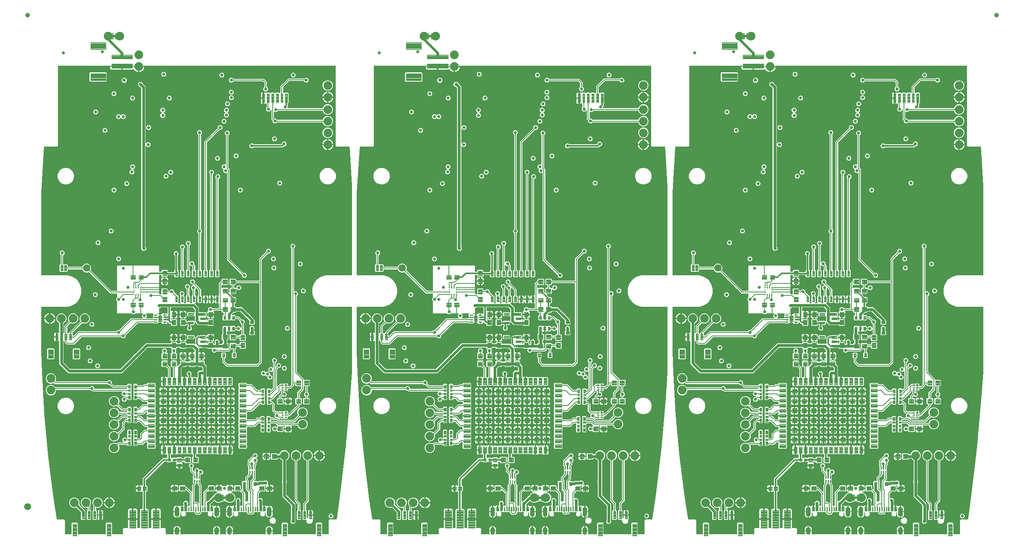
<source format=gtl>
G04 EAGLE Gerber RS-274X export*
G75*
%MOMM*%
%FSLAX34Y34*%
%LPD*%
%INTop Copper*%
%IPPOS*%
%AMOC8*
5,1,8,0,0,1.08239X$1,22.5*%
G01*
%ADD10C,0.635000*%
%ADD11C,0.100000*%
%ADD12C,0.099000*%
%ADD13C,0.102000*%
%ADD14C,0.755600*%
%ADD15C,0.102500*%
%ADD16C,0.105000*%
%ADD17C,0.096000*%
%ADD18C,1.879600*%
%ADD19C,0.100800*%
%ADD20C,0.104000*%
%ADD21C,0.101600*%
%ADD22C,1.600000*%
%ADD23C,1.000000*%
%ADD24C,1.500000*%
%ADD25C,0.660400*%
%ADD26C,0.558800*%
%ADD27C,0.304800*%
%ADD28C,0.177800*%
%ADD29C,0.736600*%
%ADD30C,0.350519*%
%ADD31C,0.350000*%
%ADD32C,0.705600*%

G36*
X500216Y2540D02*
X500216Y2540D01*
X500222Y2545D01*
X500227Y2542D01*
X501284Y2912D01*
X501288Y2919D01*
X501294Y2917D01*
X502242Y3512D01*
X502245Y3520D01*
X502250Y3519D01*
X503042Y4311D01*
X503043Y4319D01*
X503049Y4320D01*
X503645Y5268D01*
X503644Y5276D01*
X503649Y5278D01*
X504019Y6334D01*
X504018Y6339D01*
X504020Y6341D01*
X504018Y6343D01*
X504022Y6345D01*
X504147Y7458D01*
X504145Y7461D01*
X504147Y7463D01*
X504147Y9464D01*
X506689Y9464D01*
X506689Y6716D01*
X506397Y5249D01*
X505958Y4188D01*
X505814Y3840D01*
X505803Y3796D01*
X505784Y3754D01*
X505775Y3677D01*
X505757Y3601D01*
X505762Y3555D01*
X505757Y3510D01*
X505773Y3433D01*
X505780Y3356D01*
X505799Y3314D01*
X505809Y3269D01*
X505849Y3202D01*
X505880Y3131D01*
X505912Y3098D01*
X505935Y3058D01*
X505994Y3008D01*
X506047Y2950D01*
X506087Y2928D01*
X506122Y2898D01*
X506194Y2869D01*
X506262Y2832D01*
X506308Y2824D01*
X506350Y2806D01*
X506486Y2791D01*
X506504Y2788D01*
X506509Y2789D01*
X506517Y2788D01*
X525428Y2788D01*
X525448Y2791D01*
X525467Y2789D01*
X525569Y2811D01*
X525671Y2828D01*
X525688Y2837D01*
X525708Y2841D01*
X525797Y2894D01*
X525888Y2943D01*
X525902Y2957D01*
X525919Y2967D01*
X525986Y3046D01*
X526058Y3121D01*
X526066Y3139D01*
X526079Y3154D01*
X526118Y3251D01*
X526161Y3344D01*
X526163Y3364D01*
X526171Y3382D01*
X526189Y3549D01*
X526189Y26827D01*
X527524Y28162D01*
X538412Y28162D01*
X539747Y26827D01*
X539747Y3549D01*
X539750Y3529D01*
X539748Y3510D01*
X539770Y3408D01*
X539786Y3306D01*
X539796Y3289D01*
X539800Y3269D01*
X539853Y3180D01*
X539902Y3089D01*
X539916Y3075D01*
X539926Y3058D01*
X540005Y2991D01*
X540080Y2920D01*
X540098Y2911D01*
X540113Y2898D01*
X540209Y2860D01*
X540303Y2816D01*
X540323Y2814D01*
X540341Y2806D01*
X540508Y2788D01*
X599928Y2788D01*
X599948Y2791D01*
X599967Y2789D01*
X600069Y2811D01*
X600171Y2828D01*
X600188Y2837D01*
X600208Y2841D01*
X600297Y2894D01*
X600388Y2943D01*
X600402Y2957D01*
X600419Y2967D01*
X600486Y3046D01*
X600558Y3121D01*
X600566Y3139D01*
X600579Y3154D01*
X600618Y3251D01*
X600661Y3344D01*
X600663Y3364D01*
X600671Y3382D01*
X600689Y3549D01*
X600689Y26827D01*
X602024Y28162D01*
X612912Y28162D01*
X614247Y26827D01*
X614247Y3549D01*
X614250Y3529D01*
X614248Y3510D01*
X614270Y3408D01*
X614286Y3306D01*
X614296Y3289D01*
X614300Y3269D01*
X614353Y3180D01*
X614402Y3089D01*
X614416Y3075D01*
X614426Y3058D01*
X614505Y2991D01*
X614580Y2920D01*
X614598Y2911D01*
X614613Y2898D01*
X614709Y2860D01*
X614803Y2816D01*
X614823Y2814D01*
X614841Y2806D01*
X615008Y2788D01*
X628062Y2788D01*
X628082Y2791D01*
X628101Y2789D01*
X628203Y2811D01*
X628305Y2828D01*
X628322Y2837D01*
X628342Y2841D01*
X628431Y2894D01*
X628522Y2943D01*
X628536Y2957D01*
X628553Y2967D01*
X628620Y3046D01*
X628692Y3121D01*
X628700Y3139D01*
X628713Y3154D01*
X628752Y3251D01*
X628795Y3344D01*
X628797Y3364D01*
X628805Y3382D01*
X628823Y3549D01*
X628823Y33901D01*
X630460Y35538D01*
X645530Y35538D01*
X645619Y35552D01*
X645708Y35559D01*
X645739Y35572D01*
X645773Y35578D01*
X645852Y35620D01*
X645935Y35654D01*
X645960Y35677D01*
X645990Y35693D01*
X646052Y35758D01*
X646119Y35817D01*
X646136Y35846D01*
X646160Y35871D01*
X646197Y35952D01*
X646242Y36030D01*
X646253Y36072D01*
X646263Y36094D01*
X646267Y36126D01*
X646284Y36192D01*
X653417Y86580D01*
X653417Y86587D01*
X653419Y86597D01*
X666139Y193745D01*
X666138Y193754D01*
X666141Y193767D01*
X675644Y301248D01*
X675643Y301255D01*
X675645Y301265D01*
X679182Y355008D01*
X679180Y355027D01*
X679183Y355058D01*
X679183Y497437D01*
X679180Y497457D01*
X679182Y497477D01*
X679160Y497578D01*
X679144Y497680D01*
X679134Y497698D01*
X679130Y497717D01*
X679077Y497806D01*
X679028Y497897D01*
X679014Y497911D01*
X679004Y497928D01*
X678925Y497995D01*
X678850Y498067D01*
X678832Y498075D01*
X678817Y498088D01*
X678721Y498127D01*
X678627Y498170D01*
X678607Y498173D01*
X678589Y498180D01*
X678422Y498198D01*
X621897Y498198D01*
X611489Y501580D01*
X602637Y508012D01*
X596205Y516865D01*
X592823Y527272D01*
X592823Y538215D01*
X596205Y548622D01*
X602637Y557474D01*
X611489Y563906D01*
X621897Y567288D01*
X678422Y567288D01*
X678442Y567291D01*
X678461Y567289D01*
X678563Y567311D01*
X678665Y567328D01*
X678682Y567337D01*
X678702Y567341D01*
X678791Y567394D01*
X678882Y567443D01*
X678896Y567457D01*
X678913Y567467D01*
X678980Y567546D01*
X679052Y567621D01*
X679060Y567639D01*
X679073Y567654D01*
X679112Y567751D01*
X679155Y567844D01*
X679157Y567864D01*
X679165Y567882D01*
X679183Y568049D01*
X679183Y761242D01*
X679181Y761258D01*
X679182Y761285D01*
X674299Y846731D01*
X674273Y846849D01*
X674247Y846967D01*
X674246Y846969D01*
X674246Y846971D01*
X674183Y847075D01*
X674121Y847178D01*
X674120Y847179D01*
X674119Y847181D01*
X674027Y847259D01*
X673934Y847338D01*
X673932Y847339D01*
X673931Y847340D01*
X673821Y847384D01*
X673706Y847430D01*
X673704Y847430D01*
X673702Y847431D01*
X673695Y847431D01*
X673539Y847448D01*
X645260Y847448D01*
X643623Y849086D01*
X643623Y1022743D01*
X643620Y1022763D01*
X643622Y1022783D01*
X643600Y1022884D01*
X643584Y1022986D01*
X643574Y1023004D01*
X643570Y1023023D01*
X643517Y1023112D01*
X643468Y1023203D01*
X643454Y1023217D01*
X643444Y1023234D01*
X643365Y1023301D01*
X643290Y1023373D01*
X643272Y1023381D01*
X643257Y1023394D01*
X643161Y1023433D01*
X643067Y1023476D01*
X643047Y1023479D01*
X643029Y1023486D01*
X642862Y1023504D01*
X227765Y1023504D01*
X227687Y1023492D01*
X227607Y1023488D01*
X227566Y1023472D01*
X227522Y1023465D01*
X227452Y1023428D01*
X227378Y1023399D01*
X227344Y1023370D01*
X227305Y1023350D01*
X227250Y1023292D01*
X227189Y1023241D01*
X227166Y1023203D01*
X227136Y1023171D01*
X227102Y1023099D01*
X227060Y1023031D01*
X227051Y1022988D01*
X227032Y1022948D01*
X227023Y1022869D01*
X227009Y1022806D01*
X215900Y1022806D01*
X215880Y1022803D01*
X215861Y1022805D01*
X215759Y1022783D01*
X215657Y1022767D01*
X215640Y1022757D01*
X215620Y1022753D01*
X215531Y1022700D01*
X215440Y1022652D01*
X215426Y1022637D01*
X215409Y1022627D01*
X215342Y1022548D01*
X215271Y1022473D01*
X215262Y1022455D01*
X215249Y1022440D01*
X215211Y1022344D01*
X215167Y1022250D01*
X215165Y1022230D01*
X215157Y1022212D01*
X215139Y1022045D01*
X215139Y1021282D01*
X215137Y1021282D01*
X215137Y1022045D01*
X215134Y1022065D01*
X215136Y1022085D01*
X215114Y1022186D01*
X215097Y1022288D01*
X215088Y1022305D01*
X215084Y1022325D01*
X215031Y1022414D01*
X214982Y1022505D01*
X214968Y1022519D01*
X214958Y1022536D01*
X214879Y1022603D01*
X214804Y1022675D01*
X214786Y1022683D01*
X214771Y1022696D01*
X214675Y1022735D01*
X214581Y1022778D01*
X214561Y1022780D01*
X214543Y1022788D01*
X214376Y1022806D01*
X203266Y1022806D01*
X203262Y1022826D01*
X203262Y1022870D01*
X203236Y1022945D01*
X203219Y1023023D01*
X203196Y1023061D01*
X203182Y1023103D01*
X203133Y1023166D01*
X203093Y1023234D01*
X203059Y1023263D01*
X203032Y1023298D01*
X202966Y1023342D01*
X202906Y1023394D01*
X202865Y1023411D01*
X202828Y1023435D01*
X202752Y1023456D01*
X202678Y1023486D01*
X202619Y1023492D01*
X202591Y1023500D01*
X202563Y1023499D01*
X202511Y1023504D01*
X179380Y1023504D01*
X179360Y1023501D01*
X179341Y1023503D01*
X179239Y1023481D01*
X179137Y1023465D01*
X179120Y1023455D01*
X179100Y1023451D01*
X179011Y1023398D01*
X178920Y1023350D01*
X178906Y1023335D01*
X178889Y1023325D01*
X178822Y1023246D01*
X178751Y1023171D01*
X178742Y1023153D01*
X178729Y1023138D01*
X178690Y1023042D01*
X178647Y1022948D01*
X178645Y1022928D01*
X178637Y1022910D01*
X178619Y1022743D01*
X178619Y1022742D01*
X178617Y1022742D01*
X178617Y1022743D01*
X178614Y1022763D01*
X178616Y1022783D01*
X178594Y1022884D01*
X178577Y1022986D01*
X178568Y1023004D01*
X178564Y1023023D01*
X178511Y1023112D01*
X178462Y1023203D01*
X178448Y1023217D01*
X178438Y1023234D01*
X178359Y1023301D01*
X178284Y1023373D01*
X178266Y1023381D01*
X178251Y1023394D01*
X178155Y1023433D01*
X178061Y1023476D01*
X178041Y1023479D01*
X178023Y1023486D01*
X177856Y1023504D01*
X40374Y1023504D01*
X40354Y1023501D01*
X40335Y1023503D01*
X40233Y1023481D01*
X40131Y1023465D01*
X40114Y1023455D01*
X40094Y1023451D01*
X40005Y1023398D01*
X39914Y1023350D01*
X39900Y1023335D01*
X39883Y1023325D01*
X39816Y1023246D01*
X39744Y1023171D01*
X39736Y1023153D01*
X39723Y1023138D01*
X39684Y1023042D01*
X39641Y1022948D01*
X39639Y1022928D01*
X39631Y1022910D01*
X39613Y1022743D01*
X39613Y849086D01*
X37976Y847448D01*
X9681Y847448D01*
X9564Y847429D01*
X9446Y847411D01*
X9442Y847409D01*
X9438Y847409D01*
X9334Y847353D01*
X9227Y847298D01*
X9224Y847295D01*
X9221Y847294D01*
X9141Y847209D01*
X9056Y847121D01*
X9054Y847118D01*
X9052Y847115D01*
X9002Y847008D01*
X8950Y846899D01*
X8949Y846895D01*
X8948Y846892D01*
X8947Y846880D01*
X8921Y846734D01*
X2784Y747310D01*
X2786Y747293D01*
X2783Y747264D01*
X2783Y568049D01*
X2786Y568029D01*
X2784Y568010D01*
X2806Y567908D01*
X2822Y567806D01*
X2832Y567789D01*
X2836Y567769D01*
X2889Y567680D01*
X2938Y567589D01*
X2952Y567575D01*
X2962Y567558D01*
X3041Y567491D01*
X3116Y567420D01*
X3134Y567411D01*
X3149Y567398D01*
X3245Y567360D01*
X3339Y567316D01*
X3359Y567314D01*
X3377Y567306D01*
X3544Y567288D01*
X61339Y567288D01*
X71747Y563906D01*
X80599Y557474D01*
X87031Y548622D01*
X90413Y538215D01*
X90413Y527272D01*
X87031Y516865D01*
X80599Y508012D01*
X71746Y501580D01*
X61339Y498198D01*
X3544Y498198D01*
X3524Y498195D01*
X3505Y498197D01*
X3403Y498175D01*
X3301Y498159D01*
X3284Y498149D01*
X3264Y498145D01*
X3175Y498092D01*
X3084Y498044D01*
X3070Y498029D01*
X3053Y498019D01*
X2986Y497940D01*
X2914Y497865D01*
X2906Y497847D01*
X2893Y497832D01*
X2854Y497736D01*
X2811Y497642D01*
X2809Y497622D01*
X2801Y497604D01*
X2783Y497437D01*
X2783Y400719D01*
X2784Y400709D01*
X2783Y400693D01*
X4318Y354590D01*
X4319Y354582D01*
X4318Y354570D01*
X9730Y262408D01*
X9733Y262398D01*
X9732Y262383D01*
X18260Y170457D01*
X18262Y170447D01*
X18263Y170431D01*
X29896Y78846D01*
X29898Y78839D01*
X29899Y78827D01*
X36419Y36184D01*
X36445Y36103D01*
X36463Y36019D01*
X36483Y35986D01*
X36495Y35950D01*
X36546Y35882D01*
X36590Y35808D01*
X36619Y35783D01*
X36642Y35753D01*
X36712Y35704D01*
X36777Y35648D01*
X36812Y35634D01*
X36843Y35612D01*
X36925Y35588D01*
X37005Y35556D01*
X37054Y35551D01*
X37080Y35543D01*
X37110Y35545D01*
X37171Y35538D01*
X52776Y35538D01*
X54413Y33901D01*
X54413Y3549D01*
X54416Y3529D01*
X54414Y3510D01*
X54436Y3408D01*
X54452Y3306D01*
X54462Y3289D01*
X54466Y3269D01*
X54519Y3180D01*
X54568Y3089D01*
X54582Y3075D01*
X54592Y3058D01*
X54671Y2991D01*
X54746Y2920D01*
X54764Y2911D01*
X54779Y2898D01*
X54875Y2860D01*
X54969Y2816D01*
X54989Y2814D01*
X55007Y2806D01*
X55174Y2788D01*
X68228Y2788D01*
X68248Y2791D01*
X68267Y2789D01*
X68369Y2811D01*
X68471Y2828D01*
X68488Y2837D01*
X68508Y2841D01*
X68597Y2894D01*
X68688Y2943D01*
X68702Y2957D01*
X68719Y2967D01*
X68786Y3046D01*
X68858Y3121D01*
X68866Y3139D01*
X68879Y3154D01*
X68918Y3251D01*
X68961Y3344D01*
X68963Y3364D01*
X68971Y3382D01*
X68989Y3549D01*
X68989Y26827D01*
X70324Y28162D01*
X81212Y28162D01*
X82547Y26827D01*
X82547Y3549D01*
X82550Y3529D01*
X82548Y3510D01*
X82570Y3408D01*
X82586Y3306D01*
X82596Y3289D01*
X82600Y3269D01*
X82653Y3180D01*
X82702Y3089D01*
X82716Y3075D01*
X82726Y3058D01*
X82805Y2991D01*
X82880Y2920D01*
X82898Y2911D01*
X82913Y2898D01*
X83009Y2860D01*
X83103Y2816D01*
X83123Y2814D01*
X83141Y2806D01*
X83308Y2788D01*
X142728Y2788D01*
X142748Y2791D01*
X142767Y2789D01*
X142869Y2811D01*
X142971Y2828D01*
X142988Y2837D01*
X143008Y2841D01*
X143097Y2894D01*
X143188Y2943D01*
X143202Y2957D01*
X143219Y2967D01*
X143286Y3046D01*
X143358Y3121D01*
X143366Y3139D01*
X143379Y3154D01*
X143418Y3251D01*
X143461Y3344D01*
X143463Y3364D01*
X143471Y3382D01*
X143489Y3549D01*
X143489Y26827D01*
X144824Y28162D01*
X155712Y28162D01*
X157047Y26827D01*
X157047Y3549D01*
X157050Y3529D01*
X157048Y3510D01*
X157070Y3408D01*
X157086Y3306D01*
X157096Y3289D01*
X157100Y3269D01*
X157153Y3180D01*
X157202Y3089D01*
X157216Y3075D01*
X157226Y3058D01*
X157305Y2991D01*
X157380Y2920D01*
X157398Y2911D01*
X157413Y2898D01*
X157509Y2860D01*
X157603Y2816D01*
X157623Y2814D01*
X157641Y2806D01*
X157808Y2788D01*
X180292Y2788D01*
X180312Y2791D01*
X180331Y2789D01*
X180433Y2811D01*
X180535Y2828D01*
X180552Y2837D01*
X180572Y2841D01*
X180661Y2894D01*
X180752Y2943D01*
X180766Y2957D01*
X180783Y2967D01*
X180850Y3046D01*
X180922Y3121D01*
X180930Y3139D01*
X180943Y3154D01*
X180982Y3251D01*
X181025Y3344D01*
X181027Y3364D01*
X181035Y3382D01*
X181053Y3549D01*
X181053Y14741D01*
X182690Y16378D01*
X191116Y16378D01*
X191136Y16381D01*
X191155Y16379D01*
X191257Y16401D01*
X191359Y16418D01*
X191376Y16427D01*
X191396Y16431D01*
X191485Y16484D01*
X191576Y16533D01*
X191590Y16547D01*
X191607Y16557D01*
X191674Y16636D01*
X191746Y16711D01*
X191754Y16729D01*
X191767Y16744D01*
X191806Y16841D01*
X191849Y16934D01*
X191851Y16954D01*
X191859Y16972D01*
X191877Y17139D01*
X191877Y34490D01*
X201156Y34490D01*
X201176Y34493D01*
X201195Y34491D01*
X201297Y34513D01*
X201399Y34530D01*
X201416Y34539D01*
X201436Y34543D01*
X201525Y34596D01*
X201616Y34645D01*
X201630Y34659D01*
X201647Y34669D01*
X201714Y34748D01*
X201785Y34823D01*
X201794Y34841D01*
X201807Y34856D01*
X201846Y34953D01*
X201889Y35046D01*
X201891Y35066D01*
X201899Y35085D01*
X201917Y35251D01*
X201917Y36014D01*
X201919Y36014D01*
X201919Y35251D01*
X201922Y35232D01*
X201920Y35212D01*
X201942Y35111D01*
X201959Y35008D01*
X201968Y34991D01*
X201972Y34971D01*
X202025Y34882D01*
X202074Y34791D01*
X202088Y34777D01*
X202098Y34760D01*
X202177Y34693D01*
X202252Y34622D01*
X202270Y34613D01*
X202285Y34600D01*
X202381Y34562D01*
X202475Y34518D01*
X202495Y34516D01*
X202513Y34508D01*
X202680Y34490D01*
X211959Y34490D01*
X211959Y17139D01*
X211962Y17119D01*
X211960Y17100D01*
X211982Y16998D01*
X211998Y16896D01*
X212008Y16879D01*
X212012Y16859D01*
X212065Y16770D01*
X212114Y16679D01*
X212128Y16665D01*
X212138Y16648D01*
X212217Y16581D01*
X212292Y16510D01*
X212310Y16501D01*
X212325Y16488D01*
X212421Y16450D01*
X212515Y16406D01*
X212535Y16404D01*
X212553Y16396D01*
X212720Y16378D01*
X217024Y16378D01*
X217044Y16381D01*
X217063Y16379D01*
X217165Y16401D01*
X217267Y16418D01*
X217284Y16427D01*
X217304Y16431D01*
X217393Y16484D01*
X217484Y16533D01*
X217498Y16547D01*
X217515Y16557D01*
X217582Y16636D01*
X217654Y16711D01*
X217662Y16729D01*
X217675Y16744D01*
X217714Y16841D01*
X217757Y16934D01*
X217759Y16954D01*
X217767Y16972D01*
X217785Y17139D01*
X217785Y56548D01*
X219284Y58046D01*
X222771Y58046D01*
X222791Y58049D01*
X222811Y58047D01*
X222912Y58069D01*
X223014Y58086D01*
X223032Y58095D01*
X223051Y58099D01*
X223140Y58152D01*
X223232Y58201D01*
X223245Y58215D01*
X223262Y58225D01*
X223330Y58304D01*
X223401Y58379D01*
X223409Y58397D01*
X223422Y58412D01*
X223461Y58509D01*
X223505Y58602D01*
X223507Y58622D01*
X223514Y58640D01*
X223533Y58807D01*
X223533Y95449D01*
X223529Y95469D01*
X223532Y95489D01*
X223510Y95590D01*
X223493Y95692D01*
X223484Y95710D01*
X223479Y95729D01*
X223426Y95818D01*
X223378Y95909D01*
X223363Y95923D01*
X223353Y95940D01*
X223274Y96007D01*
X223199Y96079D01*
X223181Y96087D01*
X223166Y96100D01*
X223070Y96139D01*
X222976Y96182D01*
X222957Y96185D01*
X222938Y96192D01*
X222771Y96210D01*
X222625Y96210D01*
X222516Y96320D01*
X222499Y96331D01*
X222487Y96347D01*
X222400Y96403D01*
X222316Y96463D01*
X222297Y96469D01*
X222280Y96480D01*
X222179Y96505D01*
X222081Y96536D01*
X222061Y96535D01*
X222041Y96540D01*
X221938Y96532D01*
X221835Y96529D01*
X221816Y96522D01*
X221796Y96521D01*
X221701Y96480D01*
X221604Y96445D01*
X221588Y96432D01*
X221570Y96424D01*
X221439Y96320D01*
X221431Y96312D01*
X220736Y95910D01*
X219960Y95702D01*
X217341Y95702D01*
X217341Y101981D01*
X217338Y102001D01*
X217340Y102021D01*
X217318Y102122D01*
X217301Y102224D01*
X217292Y102241D01*
X217288Y102261D01*
X217235Y102350D01*
X217186Y102441D01*
X217172Y102455D01*
X217162Y102472D01*
X217083Y102539D01*
X217008Y102611D01*
X216990Y102619D01*
X216975Y102632D01*
X216879Y102671D01*
X216785Y102714D01*
X216765Y102716D01*
X216747Y102724D01*
X216580Y102742D01*
X215817Y102742D01*
X215817Y102744D01*
X216580Y102744D01*
X216600Y102747D01*
X216619Y102745D01*
X216721Y102767D01*
X216823Y102784D01*
X216840Y102793D01*
X216860Y102797D01*
X216949Y102851D01*
X217040Y102899D01*
X217054Y102913D01*
X217071Y102924D01*
X217138Y103002D01*
X217209Y103077D01*
X217218Y103095D01*
X217231Y103110D01*
X217270Y103207D01*
X217313Y103300D01*
X217315Y103320D01*
X217323Y103339D01*
X217341Y103505D01*
X217341Y109784D01*
X219960Y109784D01*
X220736Y109576D01*
X221431Y109174D01*
X221439Y109167D01*
X221455Y109155D01*
X221468Y109139D01*
X221555Y109084D01*
X221639Y109023D01*
X221658Y109017D01*
X221674Y109006D01*
X221775Y108981D01*
X221874Y108951D01*
X221894Y108951D01*
X221913Y108946D01*
X222016Y108954D01*
X222119Y108957D01*
X222138Y108964D01*
X222158Y108966D01*
X222253Y109006D01*
X222351Y109041D01*
X222366Y109054D01*
X222385Y109062D01*
X222516Y109167D01*
X222625Y109276D01*
X222771Y109276D01*
X222791Y109279D01*
X222811Y109277D01*
X222912Y109299D01*
X223014Y109316D01*
X223032Y109325D01*
X223051Y109329D01*
X223140Y109382D01*
X223232Y109431D01*
X223245Y109445D01*
X223262Y109455D01*
X223330Y109534D01*
X223401Y109609D01*
X223409Y109627D01*
X223422Y109642D01*
X223461Y109739D01*
X223505Y109832D01*
X223507Y109852D01*
X223514Y109870D01*
X223533Y110037D01*
X223533Y124591D01*
X225958Y127017D01*
X225977Y127031D01*
X267681Y168736D01*
X276899Y168736D01*
X276990Y168751D01*
X277080Y168758D01*
X277110Y168770D01*
X277142Y168776D01*
X277223Y168818D01*
X277307Y168854D01*
X277339Y168880D01*
X277360Y168891D01*
X277364Y168895D01*
X277383Y168915D01*
X277438Y168959D01*
X277492Y169013D01*
X277545Y169087D01*
X277605Y169157D01*
X277617Y169187D01*
X277636Y169213D01*
X277663Y169300D01*
X277697Y169385D01*
X277701Y169426D01*
X277708Y169448D01*
X277707Y169480D01*
X277715Y169552D01*
X277715Y176249D01*
X277712Y176269D01*
X277714Y176289D01*
X277692Y176390D01*
X277676Y176492D01*
X277666Y176510D01*
X277662Y176529D01*
X277609Y176618D01*
X277560Y176709D01*
X277546Y176723D01*
X277536Y176740D01*
X277457Y176807D01*
X277382Y176879D01*
X277364Y176887D01*
X277349Y176900D01*
X277253Y176939D01*
X277159Y176982D01*
X277139Y176985D01*
X277121Y176992D01*
X276961Y177010D01*
X276895Y177076D01*
X276879Y177087D01*
X276867Y177103D01*
X276779Y177159D01*
X276696Y177219D01*
X276677Y177225D01*
X276660Y177236D01*
X276559Y177261D01*
X276461Y177291D01*
X276441Y177291D01*
X276421Y177296D01*
X276318Y177288D01*
X276215Y177285D01*
X276196Y177278D01*
X276176Y177277D01*
X276081Y177236D01*
X275984Y177201D01*
X275968Y177188D01*
X275950Y177180D01*
X275892Y177134D01*
X275159Y176711D01*
X274381Y176502D01*
X272021Y176502D01*
X272021Y185781D01*
X272018Y185801D01*
X272020Y185821D01*
X271998Y185922D01*
X271981Y186024D01*
X271972Y186041D01*
X271968Y186061D01*
X271915Y186150D01*
X271866Y186241D01*
X271852Y186255D01*
X271842Y186272D01*
X271763Y186339D01*
X271688Y186411D01*
X271670Y186419D01*
X271655Y186432D01*
X271559Y186471D01*
X271465Y186514D01*
X271445Y186516D01*
X271427Y186524D01*
X271260Y186542D01*
X270497Y186542D01*
X270497Y186544D01*
X271260Y186544D01*
X271280Y186547D01*
X271299Y186545D01*
X271401Y186567D01*
X271503Y186584D01*
X271520Y186593D01*
X271540Y186597D01*
X271629Y186651D01*
X271720Y186699D01*
X271734Y186713D01*
X271751Y186724D01*
X271818Y186802D01*
X271889Y186877D01*
X271898Y186895D01*
X271911Y186910D01*
X271950Y187007D01*
X271993Y187100D01*
X271995Y187120D01*
X272003Y187139D01*
X272021Y187305D01*
X272021Y196584D01*
X274381Y196584D01*
X275159Y196375D01*
X275933Y195929D01*
X275935Y195928D01*
X276018Y195867D01*
X276037Y195862D01*
X276054Y195851D01*
X276155Y195825D01*
X276253Y195795D01*
X276273Y195795D01*
X276293Y195791D01*
X276396Y195799D01*
X276499Y195801D01*
X276518Y195808D01*
X276538Y195810D01*
X276633Y195850D01*
X276730Y195886D01*
X276746Y195898D01*
X276765Y195906D01*
X276895Y196011D01*
X276961Y196076D01*
X286035Y196076D01*
X286100Y196011D01*
X286117Y195999D01*
X286129Y195984D01*
X286216Y195928D01*
X286300Y195867D01*
X286319Y195861D01*
X286336Y195851D01*
X286436Y195825D01*
X286535Y195795D01*
X286555Y195795D01*
X286575Y195791D01*
X286678Y195799D01*
X286781Y195801D01*
X286800Y195808D01*
X286820Y195810D01*
X286915Y195850D01*
X287012Y195886D01*
X287028Y195898D01*
X287046Y195906D01*
X287104Y195952D01*
X287837Y196375D01*
X288615Y196584D01*
X290975Y196584D01*
X290975Y187305D01*
X290978Y187286D01*
X290976Y187266D01*
X290998Y187165D01*
X291015Y187063D01*
X291024Y187045D01*
X291028Y187025D01*
X291081Y186936D01*
X291130Y186845D01*
X291144Y186831D01*
X291154Y186814D01*
X291233Y186747D01*
X291308Y186676D01*
X291326Y186667D01*
X291341Y186654D01*
X291437Y186616D01*
X291531Y186572D01*
X291551Y186570D01*
X291569Y186563D01*
X291736Y186544D01*
X293260Y186544D01*
X293280Y186547D01*
X293299Y186545D01*
X293401Y186567D01*
X293503Y186584D01*
X293520Y186593D01*
X293540Y186597D01*
X293629Y186651D01*
X293720Y186699D01*
X293734Y186713D01*
X293751Y186724D01*
X293818Y186802D01*
X293889Y186877D01*
X293898Y186895D01*
X293911Y186910D01*
X293950Y187007D01*
X293993Y187100D01*
X293995Y187120D01*
X294003Y187139D01*
X294021Y187305D01*
X294021Y196584D01*
X296381Y196584D01*
X297159Y196375D01*
X297857Y195972D01*
X297999Y195831D01*
X298015Y195820D01*
X298027Y195804D01*
X298115Y195748D01*
X298198Y195688D01*
X298217Y195682D01*
X298234Y195671D01*
X298335Y195646D01*
X298433Y195615D01*
X298453Y195616D01*
X298473Y195611D01*
X298576Y195619D01*
X298679Y195622D01*
X298698Y195629D01*
X298718Y195630D01*
X298813Y195670D01*
X298910Y195706D01*
X298926Y195719D01*
X298944Y195726D01*
X299064Y195822D01*
X307930Y195822D01*
X308460Y195292D01*
X308476Y195281D01*
X308488Y195265D01*
X308576Y195209D01*
X308659Y195149D01*
X308678Y195143D01*
X308695Y195132D01*
X308796Y195107D01*
X308895Y195076D01*
X308914Y195077D01*
X308934Y195072D01*
X309037Y195080D01*
X309140Y195083D01*
X309159Y195090D01*
X309179Y195091D01*
X309274Y195132D01*
X309371Y195167D01*
X309387Y195180D01*
X309405Y195188D01*
X309536Y195292D01*
X310066Y195822D01*
X318930Y195822D01*
X319460Y195292D01*
X319476Y195281D01*
X319488Y195265D01*
X319576Y195209D01*
X319659Y195149D01*
X319678Y195143D01*
X319695Y195132D01*
X319796Y195107D01*
X319895Y195076D01*
X319914Y195077D01*
X319934Y195072D01*
X320037Y195080D01*
X320140Y195083D01*
X320159Y195090D01*
X320179Y195091D01*
X320274Y195132D01*
X320371Y195167D01*
X320387Y195180D01*
X320405Y195188D01*
X320536Y195292D01*
X321066Y195822D01*
X329930Y195822D01*
X330460Y195292D01*
X330476Y195281D01*
X330488Y195265D01*
X330576Y195209D01*
X330659Y195149D01*
X330678Y195143D01*
X330695Y195132D01*
X330796Y195107D01*
X330895Y195076D01*
X330914Y195077D01*
X330934Y195072D01*
X331037Y195080D01*
X331140Y195083D01*
X331159Y195090D01*
X331179Y195091D01*
X331274Y195132D01*
X331371Y195167D01*
X331387Y195180D01*
X331405Y195188D01*
X331536Y195292D01*
X332066Y195822D01*
X340930Y195822D01*
X341460Y195292D01*
X341476Y195281D01*
X341488Y195265D01*
X341576Y195209D01*
X341659Y195149D01*
X341678Y195143D01*
X341695Y195132D01*
X341796Y195107D01*
X341895Y195076D01*
X341914Y195077D01*
X341934Y195072D01*
X342037Y195080D01*
X342140Y195083D01*
X342159Y195090D01*
X342179Y195091D01*
X342274Y195132D01*
X342371Y195167D01*
X342387Y195180D01*
X342405Y195188D01*
X342536Y195292D01*
X343066Y195822D01*
X351930Y195822D01*
X352460Y195292D01*
X352476Y195281D01*
X352488Y195265D01*
X352576Y195209D01*
X352659Y195149D01*
X352678Y195143D01*
X352695Y195132D01*
X352796Y195107D01*
X352895Y195076D01*
X352914Y195077D01*
X352934Y195072D01*
X353037Y195080D01*
X353140Y195083D01*
X353159Y195090D01*
X353179Y195091D01*
X353274Y195132D01*
X353371Y195167D01*
X353387Y195180D01*
X353405Y195188D01*
X353536Y195292D01*
X354066Y195822D01*
X362930Y195822D01*
X363460Y195292D01*
X363476Y195281D01*
X363488Y195265D01*
X363576Y195209D01*
X363659Y195149D01*
X363678Y195143D01*
X363695Y195132D01*
X363796Y195107D01*
X363895Y195076D01*
X363914Y195077D01*
X363934Y195072D01*
X364037Y195080D01*
X364140Y195083D01*
X364159Y195090D01*
X364179Y195091D01*
X364274Y195132D01*
X364371Y195167D01*
X364387Y195180D01*
X364405Y195188D01*
X364536Y195292D01*
X365066Y195822D01*
X373930Y195822D01*
X374460Y195292D01*
X374476Y195281D01*
X374488Y195265D01*
X374576Y195209D01*
X374659Y195149D01*
X374678Y195143D01*
X374695Y195132D01*
X374796Y195107D01*
X374895Y195076D01*
X374914Y195077D01*
X374934Y195072D01*
X375037Y195080D01*
X375140Y195083D01*
X375159Y195090D01*
X375179Y195091D01*
X375274Y195132D01*
X375371Y195167D01*
X375387Y195180D01*
X375405Y195188D01*
X375536Y195292D01*
X376066Y195822D01*
X384934Y195822D01*
X384937Y195820D01*
X384950Y195804D01*
X385036Y195748D01*
X385121Y195688D01*
X385140Y195682D01*
X385156Y195671D01*
X385256Y195646D01*
X385356Y195615D01*
X385376Y195616D01*
X385395Y195611D01*
X385498Y195619D01*
X385602Y195622D01*
X385620Y195628D01*
X385640Y195630D01*
X385736Y195671D01*
X385833Y195706D01*
X385848Y195719D01*
X385867Y195726D01*
X385997Y195831D01*
X386139Y195972D01*
X386837Y196375D01*
X387615Y196584D01*
X389975Y196584D01*
X389975Y187305D01*
X389978Y187286D01*
X389976Y187266D01*
X389998Y187165D01*
X390015Y187063D01*
X390024Y187045D01*
X390028Y187025D01*
X390081Y186936D01*
X390130Y186845D01*
X390144Y186831D01*
X390154Y186814D01*
X390233Y186747D01*
X390308Y186676D01*
X390326Y186667D01*
X390341Y186654D01*
X390437Y186616D01*
X390531Y186572D01*
X390551Y186570D01*
X390569Y186563D01*
X390736Y186544D01*
X392260Y186544D01*
X392280Y186547D01*
X392299Y186545D01*
X392401Y186567D01*
X392503Y186584D01*
X392520Y186593D01*
X392540Y186597D01*
X392629Y186651D01*
X392720Y186699D01*
X392734Y186713D01*
X392751Y186724D01*
X392818Y186802D01*
X392889Y186877D01*
X392898Y186895D01*
X392911Y186910D01*
X392950Y187007D01*
X392993Y187100D01*
X392995Y187120D01*
X393003Y187139D01*
X393021Y187305D01*
X393021Y196584D01*
X395381Y196584D01*
X396159Y196375D01*
X396857Y195972D01*
X396999Y195831D01*
X397015Y195820D01*
X397027Y195804D01*
X397114Y195748D01*
X397198Y195688D01*
X397217Y195682D01*
X397234Y195671D01*
X397334Y195646D01*
X397433Y195615D01*
X397453Y195616D01*
X397473Y195611D01*
X397576Y195619D01*
X397679Y195622D01*
X397698Y195628D01*
X397718Y195630D01*
X397813Y195671D01*
X397910Y195706D01*
X397926Y195719D01*
X397944Y195726D01*
X398064Y195822D01*
X406934Y195822D01*
X406937Y195820D01*
X406950Y195804D01*
X407036Y195748D01*
X407121Y195688D01*
X407140Y195682D01*
X407156Y195671D01*
X407256Y195646D01*
X407356Y195615D01*
X407376Y195616D01*
X407395Y195611D01*
X407498Y195619D01*
X407602Y195622D01*
X407620Y195628D01*
X407640Y195630D01*
X407736Y195671D01*
X407833Y195706D01*
X407848Y195719D01*
X407867Y195726D01*
X407997Y195831D01*
X408139Y195972D01*
X408837Y196375D01*
X409615Y196584D01*
X411975Y196584D01*
X411975Y187305D01*
X411978Y187286D01*
X411976Y187266D01*
X411998Y187165D01*
X412015Y187063D01*
X412024Y187045D01*
X412028Y187025D01*
X412081Y186936D01*
X412130Y186845D01*
X412144Y186831D01*
X412154Y186814D01*
X412233Y186747D01*
X412308Y186676D01*
X412326Y186667D01*
X412341Y186654D01*
X412437Y186616D01*
X412531Y186572D01*
X412551Y186570D01*
X412569Y186563D01*
X412736Y186544D01*
X413499Y186544D01*
X413499Y186542D01*
X412736Y186542D01*
X412716Y186539D01*
X412697Y186541D01*
X412595Y186519D01*
X412493Y186503D01*
X412476Y186493D01*
X412456Y186489D01*
X412367Y186436D01*
X412276Y186388D01*
X412262Y186373D01*
X412245Y186363D01*
X412178Y186284D01*
X412107Y186209D01*
X412098Y186191D01*
X412085Y186176D01*
X412046Y186080D01*
X412003Y185986D01*
X412001Y185966D01*
X411993Y185948D01*
X411975Y185781D01*
X411975Y176502D01*
X409615Y176502D01*
X408837Y176711D01*
X408139Y177114D01*
X407997Y177255D01*
X407981Y177267D01*
X407969Y177282D01*
X407882Y177338D01*
X407798Y177399D01*
X407779Y177405D01*
X407762Y177415D01*
X407662Y177441D01*
X407563Y177471D01*
X407543Y177471D01*
X407523Y177475D01*
X407420Y177467D01*
X407317Y177465D01*
X407298Y177458D01*
X407278Y177456D01*
X407183Y177416D01*
X407086Y177380D01*
X407070Y177368D01*
X407052Y177360D01*
X406932Y177264D01*
X398062Y177264D01*
X398059Y177267D01*
X398046Y177282D01*
X397960Y177338D01*
X397875Y177399D01*
X397856Y177405D01*
X397840Y177415D01*
X397740Y177441D01*
X397640Y177471D01*
X397620Y177471D01*
X397601Y177475D01*
X397498Y177467D01*
X397394Y177465D01*
X397376Y177458D01*
X397356Y177456D01*
X397260Y177416D01*
X397163Y177380D01*
X397148Y177368D01*
X397129Y177360D01*
X396999Y177255D01*
X396857Y177114D01*
X396159Y176711D01*
X395381Y176502D01*
X393021Y176502D01*
X393021Y185781D01*
X393018Y185801D01*
X393020Y185821D01*
X392998Y185922D01*
X392981Y186024D01*
X392972Y186041D01*
X392968Y186061D01*
X392915Y186150D01*
X392866Y186241D01*
X392852Y186255D01*
X392842Y186272D01*
X392763Y186339D01*
X392688Y186411D01*
X392670Y186419D01*
X392655Y186432D01*
X392559Y186471D01*
X392465Y186514D01*
X392445Y186516D01*
X392427Y186524D01*
X392260Y186542D01*
X390736Y186542D01*
X390716Y186539D01*
X390697Y186541D01*
X390595Y186519D01*
X390493Y186503D01*
X390476Y186493D01*
X390456Y186489D01*
X390367Y186436D01*
X390276Y186388D01*
X390262Y186373D01*
X390245Y186363D01*
X390178Y186284D01*
X390107Y186209D01*
X390098Y186191D01*
X390085Y186176D01*
X390046Y186080D01*
X390003Y185986D01*
X390001Y185966D01*
X389993Y185948D01*
X389975Y185781D01*
X389975Y176502D01*
X387615Y176502D01*
X386837Y176711D01*
X386139Y177114D01*
X385997Y177255D01*
X385981Y177267D01*
X385969Y177282D01*
X385882Y177338D01*
X385798Y177399D01*
X385779Y177405D01*
X385762Y177415D01*
X385662Y177441D01*
X385563Y177471D01*
X385543Y177471D01*
X385523Y177475D01*
X385420Y177467D01*
X385317Y177465D01*
X385298Y177458D01*
X385278Y177456D01*
X385183Y177416D01*
X385086Y177380D01*
X385070Y177368D01*
X385052Y177360D01*
X384932Y177264D01*
X376066Y177264D01*
X375536Y177794D01*
X375520Y177806D01*
X375508Y177821D01*
X375420Y177877D01*
X375337Y177938D01*
X375318Y177943D01*
X375301Y177954D01*
X375200Y177979D01*
X375101Y178010D01*
X375082Y178009D01*
X375062Y178014D01*
X374959Y178006D01*
X374856Y178004D01*
X374837Y177997D01*
X374817Y177995D01*
X374722Y177955D01*
X374625Y177919D01*
X374609Y177907D01*
X374591Y177899D01*
X374460Y177794D01*
X373930Y177264D01*
X365066Y177264D01*
X364536Y177794D01*
X364520Y177806D01*
X364508Y177821D01*
X364420Y177877D01*
X364337Y177938D01*
X364318Y177943D01*
X364301Y177954D01*
X364200Y177979D01*
X364101Y178010D01*
X364082Y178009D01*
X364062Y178014D01*
X363959Y178006D01*
X363856Y178004D01*
X363837Y177997D01*
X363817Y177995D01*
X363722Y177955D01*
X363625Y177919D01*
X363609Y177907D01*
X363591Y177899D01*
X363460Y177794D01*
X362930Y177264D01*
X354066Y177264D01*
X353536Y177794D01*
X353520Y177806D01*
X353508Y177821D01*
X353420Y177877D01*
X353337Y177938D01*
X353318Y177943D01*
X353301Y177954D01*
X353200Y177979D01*
X353101Y178010D01*
X353082Y178009D01*
X353062Y178014D01*
X352959Y178006D01*
X352856Y178004D01*
X352837Y177997D01*
X352817Y177995D01*
X352722Y177955D01*
X352625Y177919D01*
X352609Y177907D01*
X352591Y177899D01*
X352460Y177794D01*
X351930Y177264D01*
X343066Y177264D01*
X342536Y177794D01*
X342520Y177806D01*
X342508Y177821D01*
X342420Y177877D01*
X342337Y177938D01*
X342318Y177943D01*
X342301Y177954D01*
X342200Y177979D01*
X342101Y178010D01*
X342082Y178009D01*
X342062Y178014D01*
X341959Y178006D01*
X341856Y178004D01*
X341837Y177997D01*
X341817Y177995D01*
X341722Y177955D01*
X341625Y177919D01*
X341609Y177907D01*
X341591Y177899D01*
X341460Y177794D01*
X340930Y177264D01*
X340788Y177264D01*
X340768Y177261D01*
X340749Y177263D01*
X340647Y177241D01*
X340545Y177225D01*
X340528Y177215D01*
X340508Y177211D01*
X340419Y177158D01*
X340328Y177110D01*
X340314Y177095D01*
X340297Y177085D01*
X340230Y177006D01*
X340158Y176931D01*
X340150Y176913D01*
X340137Y176898D01*
X340098Y176802D01*
X340055Y176708D01*
X340053Y176688D01*
X340045Y176670D01*
X340027Y176503D01*
X340027Y172493D01*
X340030Y172473D01*
X340028Y172454D01*
X340050Y172352D01*
X340066Y172250D01*
X340076Y172233D01*
X340080Y172213D01*
X340133Y172124D01*
X340182Y172033D01*
X340196Y172019D01*
X340206Y172002D01*
X340285Y171935D01*
X340360Y171864D01*
X340378Y171855D01*
X340393Y171842D01*
X340489Y171804D01*
X340583Y171760D01*
X340603Y171758D01*
X340621Y171750D01*
X340788Y171732D01*
X344632Y171732D01*
X345967Y170397D01*
X345967Y159509D01*
X344632Y158174D01*
X333290Y158174D01*
X333219Y158163D01*
X333147Y158161D01*
X333098Y158143D01*
X333047Y158135D01*
X332984Y158101D01*
X332916Y158077D01*
X332876Y158044D01*
X332830Y158020D01*
X332780Y157968D01*
X332724Y157923D01*
X332696Y157879D01*
X332660Y157841D01*
X332630Y157776D01*
X332591Y157716D01*
X332579Y157665D01*
X332557Y157618D01*
X332549Y157547D01*
X332531Y157477D01*
X332535Y157425D01*
X332530Y157374D01*
X332545Y157304D01*
X332550Y157232D01*
X332571Y157184D01*
X332582Y157133D01*
X332619Y157072D01*
X332647Y157006D01*
X332691Y156950D01*
X332708Y156922D01*
X332726Y156907D01*
X332751Y156875D01*
X335269Y154358D01*
X335269Y150149D01*
X333079Y147959D01*
X333036Y147899D01*
X332993Y147853D01*
X332985Y147837D01*
X332966Y147815D01*
X332954Y147785D01*
X332935Y147759D01*
X332909Y147673D01*
X332889Y147630D01*
X332888Y147621D01*
X332874Y147587D01*
X332870Y147546D01*
X332863Y147524D01*
X332864Y147492D01*
X332856Y147420D01*
X332856Y142004D01*
X332870Y141913D01*
X332878Y141823D01*
X332890Y141793D01*
X332895Y141761D01*
X332938Y141680D01*
X332974Y141596D01*
X333000Y141564D01*
X333011Y141543D01*
X333034Y141521D01*
X333079Y141465D01*
X335438Y139106D01*
X335496Y139064D01*
X335548Y139015D01*
X335595Y138993D01*
X335637Y138963D01*
X335706Y138942D01*
X335771Y138911D01*
X335823Y138906D01*
X335873Y138890D01*
X335944Y138892D01*
X336015Y138884D01*
X336066Y138895D01*
X336118Y138897D01*
X336186Y138921D01*
X336256Y138936D01*
X336301Y138963D01*
X336349Y138981D01*
X336405Y139026D01*
X336467Y139063D01*
X336501Y139102D01*
X336541Y139135D01*
X336580Y139195D01*
X336627Y139250D01*
X336646Y139298D01*
X336674Y139342D01*
X336692Y139411D01*
X336719Y139478D01*
X336727Y139549D01*
X336735Y139580D01*
X336733Y139604D01*
X336737Y139644D01*
X336737Y143788D01*
X339713Y146764D01*
X343923Y146764D01*
X346899Y143788D01*
X346899Y143697D01*
X346910Y143626D01*
X346912Y143555D01*
X346930Y143506D01*
X346938Y143454D01*
X346972Y143391D01*
X346997Y143323D01*
X347029Y143283D01*
X347054Y143237D01*
X347105Y143188D01*
X347150Y143131D01*
X347194Y143103D01*
X347232Y143067D01*
X347297Y143037D01*
X347357Y142998D01*
X347408Y142986D01*
X347455Y142964D01*
X347526Y142956D01*
X347596Y142938D01*
X347648Y142942D01*
X347699Y142937D01*
X347770Y142952D01*
X347841Y142958D01*
X347889Y142978D01*
X347940Y142989D01*
X348001Y143026D01*
X348067Y143054D01*
X348123Y143099D01*
X348151Y143115D01*
X348166Y143133D01*
X348198Y143159D01*
X348404Y143364D01*
X352613Y143364D01*
X355589Y140388D01*
X355589Y136179D01*
X352613Y133202D01*
X350047Y133202D01*
X350027Y133199D01*
X350008Y133201D01*
X349906Y133179D01*
X349804Y133163D01*
X349787Y133153D01*
X349767Y133149D01*
X349678Y133096D01*
X349587Y133048D01*
X349573Y133033D01*
X349556Y133023D01*
X349489Y132944D01*
X349417Y132869D01*
X349409Y132851D01*
X349396Y132836D01*
X349357Y132740D01*
X349314Y132646D01*
X349312Y132626D01*
X349304Y132608D01*
X349286Y132441D01*
X349286Y130956D01*
X349300Y130866D01*
X349308Y130775D01*
X349320Y130745D01*
X349325Y130713D01*
X349368Y130633D01*
X349404Y130549D01*
X349430Y130517D01*
X349441Y130496D01*
X349464Y130474D01*
X349509Y130418D01*
X349647Y130280D01*
X349647Y123807D01*
X349122Y123281D01*
X349110Y123265D01*
X349094Y123253D01*
X349038Y123166D01*
X348978Y123082D01*
X348972Y123063D01*
X348961Y123046D01*
X348936Y122945D01*
X348906Y122847D01*
X348906Y122827D01*
X348901Y122807D01*
X348909Y122704D01*
X348912Y122601D01*
X348919Y122582D01*
X348920Y122562D01*
X348961Y122467D01*
X348996Y122370D01*
X349009Y122354D01*
X349017Y122336D01*
X349122Y122205D01*
X349647Y121680D01*
X349647Y115207D01*
X349509Y115069D01*
X349456Y114995D01*
X349396Y114925D01*
X349384Y114895D01*
X349365Y114869D01*
X349338Y114782D01*
X349304Y114697D01*
X349300Y114656D01*
X349293Y114634D01*
X349294Y114602D01*
X349286Y114530D01*
X349286Y113873D01*
X349300Y113783D01*
X349308Y113692D01*
X349320Y113663D01*
X349325Y113631D01*
X349368Y113550D01*
X349404Y113466D01*
X349430Y113434D01*
X349441Y113413D01*
X349464Y113391D01*
X349509Y113335D01*
X351906Y110938D01*
X351906Y65553D01*
X351909Y65533D01*
X351907Y65514D01*
X351929Y65412D01*
X351945Y65310D01*
X351955Y65293D01*
X351959Y65273D01*
X352012Y65184D01*
X352061Y65093D01*
X352075Y65079D01*
X352085Y65062D01*
X352164Y64995D01*
X352239Y64924D01*
X352257Y64915D01*
X352272Y64902D01*
X352368Y64864D01*
X352462Y64820D01*
X352482Y64818D01*
X352500Y64810D01*
X352667Y64792D01*
X355689Y64792D01*
X355709Y64795D01*
X355728Y64793D01*
X355830Y64815D01*
X355932Y64832D01*
X355949Y64841D01*
X355969Y64845D01*
X356058Y64898D01*
X356149Y64947D01*
X356163Y64961D01*
X356180Y64971D01*
X356247Y65050D01*
X356319Y65125D01*
X356327Y65143D01*
X356340Y65158D01*
X356379Y65255D01*
X356422Y65348D01*
X356424Y65368D01*
X356432Y65386D01*
X356450Y65553D01*
X356450Y95578D01*
X365616Y104744D01*
X365669Y104818D01*
X365729Y104888D01*
X365741Y104918D01*
X365760Y104944D01*
X365787Y105031D01*
X365821Y105116D01*
X365825Y105157D01*
X365832Y105179D01*
X365831Y105211D01*
X365839Y105283D01*
X365839Y108187D01*
X367174Y109522D01*
X379062Y109522D01*
X380397Y108187D01*
X380397Y97299D01*
X379062Y95964D01*
X367174Y95964D01*
X366316Y96822D01*
X366300Y96834D01*
X366288Y96849D01*
X366201Y96905D01*
X366117Y96966D01*
X366098Y96972D01*
X366081Y96982D01*
X365980Y97008D01*
X365882Y97038D01*
X365862Y97038D01*
X365842Y97042D01*
X365739Y97034D01*
X365636Y97032D01*
X365617Y97025D01*
X365597Y97023D01*
X365502Y96983D01*
X365405Y96947D01*
X365389Y96935D01*
X365371Y96927D01*
X365240Y96822D01*
X362009Y93591D01*
X361956Y93517D01*
X361896Y93448D01*
X361884Y93418D01*
X361865Y93391D01*
X361838Y93304D01*
X361804Y93220D01*
X361800Y93179D01*
X361793Y93156D01*
X361794Y93124D01*
X361786Y93053D01*
X361786Y74633D01*
X361797Y74562D01*
X361799Y74490D01*
X361817Y74441D01*
X361825Y74390D01*
X361859Y74327D01*
X361884Y74259D01*
X361916Y74219D01*
X361941Y74173D01*
X361993Y74123D01*
X362037Y74067D01*
X362081Y74039D01*
X362119Y74003D01*
X362184Y73973D01*
X362244Y73934D01*
X362295Y73922D01*
X362342Y73900D01*
X362413Y73892D01*
X362483Y73874D01*
X362535Y73878D01*
X362586Y73873D01*
X362657Y73888D01*
X362728Y73893D01*
X362776Y73914D01*
X362827Y73925D01*
X362888Y73962D01*
X362954Y73990D01*
X363010Y74035D01*
X363038Y74051D01*
X363053Y74069D01*
X363085Y74095D01*
X363924Y74933D01*
X365931Y75764D01*
X365986Y75799D01*
X366047Y75825D01*
X366111Y75877D01*
X366140Y75894D01*
X366152Y75909D01*
X366177Y75929D01*
X377564Y87316D01*
X378206Y87316D01*
X378321Y87335D01*
X378437Y87352D01*
X378442Y87355D01*
X378449Y87356D01*
X378551Y87410D01*
X378656Y87463D01*
X378660Y87468D01*
X378666Y87471D01*
X378746Y87555D01*
X378828Y87639D01*
X378832Y87646D01*
X378835Y87649D01*
X378843Y87666D01*
X378909Y87786D01*
X379443Y89074D01*
X382587Y92218D01*
X386255Y93738D01*
X386338Y93789D01*
X386424Y93835D01*
X386442Y93854D01*
X386464Y93868D01*
X386527Y93943D01*
X386594Y94013D01*
X386605Y94037D01*
X386621Y94057D01*
X386656Y94148D01*
X386697Y94236D01*
X386700Y94262D01*
X386709Y94287D01*
X386714Y94384D01*
X386724Y94481D01*
X386719Y94506D01*
X386720Y94532D01*
X386693Y94626D01*
X386672Y94721D01*
X386659Y94744D01*
X386651Y94769D01*
X386596Y94849D01*
X386546Y94932D01*
X386526Y94949D01*
X386511Y94971D01*
X386433Y95029D01*
X386359Y95092D01*
X386335Y95102D01*
X386314Y95117D01*
X386221Y95148D01*
X386131Y95184D01*
X386098Y95188D01*
X386080Y95194D01*
X386047Y95193D01*
X385964Y95202D01*
X384718Y95202D01*
X383944Y95410D01*
X383251Y95810D01*
X382685Y96376D01*
X382284Y97070D01*
X382077Y97843D01*
X382077Y101220D01*
X389356Y101220D01*
X389376Y101223D01*
X389395Y101221D01*
X389497Y101243D01*
X389599Y101260D01*
X389616Y101269D01*
X389636Y101273D01*
X389725Y101326D01*
X389816Y101375D01*
X389830Y101389D01*
X389847Y101399D01*
X389914Y101478D01*
X389985Y101553D01*
X389994Y101571D01*
X390007Y101586D01*
X390046Y101683D01*
X390089Y101776D01*
X390091Y101796D01*
X390099Y101815D01*
X390117Y101981D01*
X390117Y102744D01*
X390880Y102744D01*
X390900Y102747D01*
X390919Y102745D01*
X391021Y102767D01*
X391123Y102784D01*
X391140Y102793D01*
X391160Y102797D01*
X391249Y102851D01*
X391340Y102899D01*
X391354Y102913D01*
X391371Y102924D01*
X391438Y103002D01*
X391509Y103077D01*
X391518Y103095D01*
X391531Y103110D01*
X391570Y103207D01*
X391613Y103300D01*
X391615Y103320D01*
X391623Y103339D01*
X391641Y103505D01*
X391641Y110284D01*
X395518Y110284D01*
X396292Y110077D01*
X396985Y109676D01*
X397551Y109110D01*
X397952Y108417D01*
X398066Y107991D01*
X398105Y107904D01*
X398138Y107815D01*
X398155Y107792D01*
X398167Y107767D01*
X398232Y107697D01*
X398291Y107622D01*
X398315Y107607D01*
X398334Y107587D01*
X398418Y107541D01*
X398498Y107489D01*
X398526Y107483D01*
X398550Y107469D01*
X398644Y107453D01*
X398737Y107429D01*
X398765Y107432D01*
X398793Y107427D01*
X398887Y107441D01*
X398982Y107449D01*
X399008Y107460D01*
X399036Y107464D01*
X399121Y107508D01*
X399208Y107545D01*
X399236Y107567D01*
X399254Y107577D01*
X399277Y107600D01*
X399339Y107650D01*
X399513Y107824D01*
X403722Y107824D01*
X403897Y107650D01*
X403974Y107594D01*
X404047Y107533D01*
X404074Y107523D01*
X404096Y107506D01*
X404188Y107478D01*
X404276Y107443D01*
X404305Y107442D01*
X404332Y107434D01*
X404427Y107436D01*
X404522Y107432D01*
X404549Y107439D01*
X404577Y107440D01*
X404667Y107473D01*
X404759Y107499D01*
X404782Y107515D01*
X404808Y107525D01*
X404883Y107584D01*
X404962Y107638D01*
X404978Y107661D01*
X405000Y107678D01*
X405052Y107759D01*
X405109Y107835D01*
X405122Y107868D01*
X405133Y107885D01*
X405142Y107917D01*
X405170Y107991D01*
X405284Y108417D01*
X405685Y109110D01*
X406251Y109676D01*
X406944Y110077D01*
X407718Y110284D01*
X411595Y110284D01*
X411595Y103505D01*
X411598Y103486D01*
X411596Y103466D01*
X411618Y103365D01*
X411635Y103263D01*
X411644Y103245D01*
X411648Y103225D01*
X411701Y103136D01*
X411750Y103045D01*
X411764Y103031D01*
X411774Y103014D01*
X411853Y102947D01*
X411928Y102876D01*
X411946Y102867D01*
X411961Y102854D01*
X412057Y102816D01*
X412151Y102772D01*
X412171Y102770D01*
X412189Y102763D01*
X412356Y102744D01*
X413119Y102744D01*
X413119Y101981D01*
X413122Y101962D01*
X413120Y101942D01*
X413142Y101841D01*
X413159Y101738D01*
X413168Y101721D01*
X413172Y101701D01*
X413225Y101612D01*
X413274Y101521D01*
X413288Y101507D01*
X413298Y101490D01*
X413377Y101423D01*
X413452Y101352D01*
X413470Y101343D01*
X413485Y101330D01*
X413581Y101292D01*
X413675Y101248D01*
X413695Y101246D01*
X413713Y101238D01*
X413880Y101220D01*
X421159Y101220D01*
X421159Y97843D01*
X420952Y97070D01*
X420551Y96376D01*
X419985Y95810D01*
X419292Y95410D01*
X418518Y95202D01*
X417272Y95202D01*
X417176Y95187D01*
X417079Y95178D01*
X417055Y95167D01*
X417029Y95163D01*
X416943Y95117D01*
X416854Y95078D01*
X416835Y95060D01*
X416812Y95048D01*
X416745Y94977D01*
X416673Y94911D01*
X416660Y94888D01*
X416642Y94869D01*
X416601Y94781D01*
X416554Y94696D01*
X416550Y94670D01*
X416539Y94646D01*
X416528Y94550D01*
X416511Y94454D01*
X416515Y94428D01*
X416512Y94402D01*
X416532Y94307D01*
X416547Y94210D01*
X416558Y94187D01*
X416564Y94161D01*
X416614Y94078D01*
X416658Y93991D01*
X416677Y93973D01*
X416690Y93950D01*
X416764Y93887D01*
X416834Y93819D01*
X416862Y93803D01*
X416877Y93790D01*
X416908Y93778D01*
X416981Y93738D01*
X420649Y92218D01*
X423793Y89074D01*
X425495Y84966D01*
X425495Y80520D01*
X423793Y76412D01*
X420649Y73268D01*
X416541Y71566D01*
X412095Y71566D01*
X407987Y73268D01*
X406863Y74391D01*
X406789Y74445D01*
X406720Y74504D01*
X406690Y74516D01*
X406664Y74535D01*
X406577Y74562D01*
X406492Y74596D01*
X406451Y74601D01*
X406429Y74607D01*
X406396Y74607D01*
X406325Y74614D01*
X403084Y74614D01*
X402156Y75542D01*
X402140Y75554D01*
X402128Y75569D01*
X402040Y75625D01*
X401957Y75686D01*
X401938Y75691D01*
X401921Y75702D01*
X401820Y75727D01*
X401721Y75758D01*
X401702Y75757D01*
X401682Y75762D01*
X401579Y75754D01*
X401476Y75752D01*
X401457Y75745D01*
X401437Y75743D01*
X401342Y75703D01*
X401245Y75667D01*
X401229Y75655D01*
X401211Y75647D01*
X401080Y75542D01*
X400152Y74614D01*
X396911Y74614D01*
X396821Y74600D01*
X396730Y74593D01*
X396700Y74580D01*
X396668Y74575D01*
X396587Y74532D01*
X396504Y74496D01*
X396471Y74471D01*
X396451Y74460D01*
X396429Y74436D01*
X396373Y74391D01*
X395249Y73268D01*
X391141Y71566D01*
X386695Y71566D01*
X382587Y73268D01*
X380057Y75798D01*
X380040Y75810D01*
X380028Y75826D01*
X379941Y75882D01*
X379857Y75942D01*
X379838Y75948D01*
X379821Y75959D01*
X379721Y75984D01*
X379622Y76014D01*
X379602Y76014D01*
X379582Y76019D01*
X379480Y76011D01*
X379376Y76008D01*
X379357Y76001D01*
X379337Y75999D01*
X379242Y75959D01*
X379145Y75923D01*
X379129Y75911D01*
X379111Y75903D01*
X378980Y75798D01*
X372644Y69463D01*
X372606Y69410D01*
X372560Y69363D01*
X372520Y69290D01*
X372501Y69263D01*
X372495Y69244D01*
X372479Y69216D01*
X371648Y67209D01*
X371292Y66853D01*
X371250Y66795D01*
X371201Y66743D01*
X371179Y66696D01*
X371149Y66654D01*
X371128Y66585D01*
X371097Y66520D01*
X371092Y66468D01*
X371076Y66419D01*
X371078Y66347D01*
X371070Y66276D01*
X371081Y66225D01*
X371083Y66173D01*
X371107Y66105D01*
X371123Y66035D01*
X371149Y65991D01*
X371167Y65942D01*
X371212Y65886D01*
X371249Y65824D01*
X371288Y65790D01*
X371321Y65750D01*
X371381Y65711D01*
X371436Y65664D01*
X371484Y65645D01*
X371528Y65617D01*
X371597Y65599D01*
X371664Y65572D01*
X371735Y65564D01*
X371766Y65557D01*
X371790Y65558D01*
X371831Y65554D01*
X372369Y65554D01*
X372369Y58751D01*
X372372Y58732D01*
X372370Y58712D01*
X372392Y58611D01*
X372408Y58509D01*
X372418Y58491D01*
X372422Y58472D01*
X372475Y58383D01*
X372524Y58291D01*
X372538Y58278D01*
X372548Y58260D01*
X372627Y58193D01*
X372702Y58122D01*
X372720Y58114D01*
X372735Y58101D01*
X372831Y58062D01*
X372925Y58018D01*
X372945Y58016D01*
X372963Y58009D01*
X373130Y57990D01*
X374606Y57990D01*
X374626Y57993D01*
X374645Y57991D01*
X374747Y58013D01*
X374849Y58030D01*
X374866Y58039D01*
X374886Y58043D01*
X374975Y58097D01*
X375066Y58145D01*
X375080Y58159D01*
X375097Y58170D01*
X375164Y58248D01*
X375236Y58323D01*
X375244Y58341D01*
X375257Y58357D01*
X375296Y58453D01*
X375339Y58546D01*
X375341Y58566D01*
X375349Y58585D01*
X375367Y58751D01*
X375367Y65554D01*
X376760Y65554D01*
X377536Y65346D01*
X378231Y64944D01*
X378799Y64376D01*
X379014Y64004D01*
X379043Y63969D01*
X379064Y63929D01*
X379120Y63874D01*
X379170Y63813D01*
X379208Y63789D01*
X379241Y63758D01*
X379312Y63724D01*
X379379Y63682D01*
X379422Y63672D01*
X379463Y63653D01*
X379541Y63643D01*
X379618Y63625D01*
X379662Y63629D01*
X379707Y63624D01*
X379784Y63640D01*
X379863Y63647D01*
X379904Y63665D01*
X379948Y63674D01*
X380073Y63739D01*
X380088Y63745D01*
X380091Y63748D01*
X380097Y63751D01*
X381202Y64490D01*
X382584Y65062D01*
X383799Y65304D01*
X383799Y62700D01*
X383680Y62687D01*
X383674Y62681D01*
X383669Y62684D01*
X382612Y62315D01*
X382608Y62308D01*
X382602Y62310D01*
X381654Y61714D01*
X381651Y61706D01*
X381646Y61707D01*
X380854Y60915D01*
X380853Y60907D01*
X380847Y60907D01*
X380251Y59959D01*
X380252Y59953D01*
X380248Y59950D01*
X380248Y59949D01*
X380247Y59949D01*
X379877Y58892D01*
X379879Y58884D01*
X379874Y58881D01*
X379749Y57769D01*
X379751Y57765D01*
X379749Y57763D01*
X379749Y46763D01*
X379751Y46760D01*
X379749Y46758D01*
X379874Y45645D01*
X379880Y45639D01*
X379877Y45634D01*
X380247Y44578D01*
X380254Y44573D01*
X380251Y44568D01*
X380847Y43620D01*
X380855Y43617D01*
X380854Y43611D01*
X381646Y42819D01*
X381654Y42818D01*
X381654Y42812D01*
X382602Y42217D01*
X382611Y42217D01*
X382612Y42212D01*
X383669Y41842D01*
X383677Y41845D01*
X383680Y41840D01*
X383799Y41826D01*
X383799Y39222D01*
X382584Y39464D01*
X381202Y40036D01*
X379959Y40867D01*
X378902Y41924D01*
X378071Y43167D01*
X377499Y44549D01*
X377207Y46016D01*
X377207Y49711D01*
X377204Y49731D01*
X377206Y49751D01*
X377184Y49852D01*
X377167Y49954D01*
X377158Y49972D01*
X377154Y49991D01*
X377101Y50080D01*
X377052Y50171D01*
X377038Y50185D01*
X377028Y50202D01*
X376949Y50269D01*
X376874Y50341D01*
X376856Y50349D01*
X376841Y50362D01*
X376745Y50401D01*
X376651Y50444D01*
X376631Y50447D01*
X376613Y50454D01*
X376446Y50472D01*
X375958Y50472D01*
X375888Y50461D01*
X375816Y50459D01*
X375767Y50441D01*
X375715Y50433D01*
X375652Y50399D01*
X375585Y50375D01*
X375544Y50342D01*
X375498Y50318D01*
X375449Y50266D01*
X375393Y50221D01*
X375365Y50177D01*
X375329Y50139D01*
X375299Y50074D01*
X375260Y50014D01*
X375247Y49963D01*
X375225Y49916D01*
X375217Y49845D01*
X375200Y49775D01*
X375204Y49723D01*
X375198Y49672D01*
X375213Y49602D01*
X375219Y49530D01*
X375239Y49482D01*
X375250Y49431D01*
X375287Y49370D01*
X375315Y49304D01*
X375360Y49248D01*
X375376Y49220D01*
X375394Y49205D01*
X375420Y49173D01*
X375547Y49046D01*
X375547Y44880D01*
X372601Y41934D01*
X368435Y41934D01*
X365489Y44880D01*
X365489Y49046D01*
X366378Y49935D01*
X366420Y49993D01*
X366469Y50045D01*
X366491Y50092D01*
X366522Y50135D01*
X366543Y50203D01*
X366573Y50268D01*
X366579Y50320D01*
X366594Y50370D01*
X366592Y50441D01*
X366600Y50513D01*
X366589Y50564D01*
X366588Y50616D01*
X366563Y50683D01*
X366548Y50753D01*
X366521Y50798D01*
X366503Y50847D01*
X366458Y50903D01*
X366422Y50964D01*
X366382Y50998D01*
X366349Y51039D01*
X366289Y51077D01*
X366235Y51124D01*
X366186Y51144D01*
X366143Y51172D01*
X366073Y51189D01*
X366006Y51216D01*
X365935Y51224D01*
X365904Y51232D01*
X365881Y51230D01*
X365840Y51234D01*
X362680Y51234D01*
X362406Y51508D01*
X362390Y51520D01*
X362378Y51535D01*
X362291Y51591D01*
X362207Y51652D01*
X362188Y51658D01*
X362171Y51668D01*
X362070Y51694D01*
X361972Y51724D01*
X361952Y51724D01*
X361932Y51728D01*
X361829Y51720D01*
X361726Y51718D01*
X361707Y51711D01*
X361687Y51709D01*
X361592Y51669D01*
X361495Y51633D01*
X361479Y51621D01*
X361461Y51613D01*
X361330Y51508D01*
X361056Y51234D01*
X357180Y51234D01*
X357156Y51258D01*
X357140Y51270D01*
X357128Y51285D01*
X357041Y51341D01*
X356957Y51402D01*
X356938Y51408D01*
X356921Y51418D01*
X356820Y51444D01*
X356722Y51474D01*
X356702Y51474D01*
X356682Y51478D01*
X356579Y51470D01*
X356476Y51468D01*
X356457Y51461D01*
X356437Y51459D01*
X356342Y51419D01*
X356245Y51383D01*
X356229Y51371D01*
X356211Y51363D01*
X356080Y51258D01*
X356056Y51234D01*
X352667Y51234D01*
X352647Y51231D01*
X352628Y51233D01*
X352526Y51211D01*
X352424Y51195D01*
X352407Y51185D01*
X352387Y51181D01*
X352298Y51128D01*
X352207Y51080D01*
X352193Y51065D01*
X352176Y51055D01*
X352109Y50976D01*
X352037Y50901D01*
X352029Y50883D01*
X352016Y50868D01*
X351977Y50772D01*
X351934Y50678D01*
X351932Y50658D01*
X351924Y50640D01*
X351906Y50473D01*
X351906Y49198D01*
X347803Y45095D01*
X340513Y45095D01*
X336450Y49158D01*
X336450Y50473D01*
X336447Y50493D01*
X336449Y50513D01*
X336427Y50614D01*
X336411Y50716D01*
X336401Y50734D01*
X336397Y50753D01*
X336344Y50842D01*
X336295Y50933D01*
X336281Y50947D01*
X336271Y50964D01*
X336192Y51031D01*
X336117Y51103D01*
X336099Y51111D01*
X336084Y51124D01*
X335988Y51163D01*
X335894Y51206D01*
X335874Y51209D01*
X335856Y51216D01*
X335689Y51234D01*
X332180Y51234D01*
X332156Y51258D01*
X332140Y51270D01*
X332128Y51285D01*
X332041Y51341D01*
X331957Y51402D01*
X331938Y51408D01*
X331921Y51418D01*
X331820Y51444D01*
X331722Y51474D01*
X331702Y51474D01*
X331682Y51478D01*
X331579Y51470D01*
X331476Y51468D01*
X331457Y51461D01*
X331437Y51459D01*
X331342Y51419D01*
X331245Y51383D01*
X331229Y51371D01*
X331211Y51363D01*
X331080Y51258D01*
X331056Y51234D01*
X327180Y51234D01*
X327156Y51258D01*
X327140Y51270D01*
X327128Y51285D01*
X327040Y51341D01*
X326957Y51402D01*
X326937Y51408D01*
X326921Y51418D01*
X326820Y51444D01*
X326721Y51474D01*
X326701Y51474D01*
X326682Y51478D01*
X326579Y51470D01*
X326476Y51468D01*
X326457Y51461D01*
X326437Y51459D01*
X326342Y51419D01*
X326245Y51383D01*
X326229Y51371D01*
X326211Y51363D01*
X326080Y51258D01*
X326056Y51234D01*
X322180Y51234D01*
X321906Y51508D01*
X321890Y51520D01*
X321878Y51535D01*
X321791Y51591D01*
X321707Y51652D01*
X321688Y51658D01*
X321671Y51668D01*
X321570Y51694D01*
X321471Y51724D01*
X321451Y51724D01*
X321432Y51728D01*
X321329Y51720D01*
X321226Y51718D01*
X321207Y51711D01*
X321187Y51709D01*
X321092Y51669D01*
X320995Y51633D01*
X320979Y51621D01*
X320961Y51613D01*
X320830Y51508D01*
X320556Y51234D01*
X317396Y51234D01*
X317326Y51223D01*
X317254Y51221D01*
X317205Y51203D01*
X317153Y51195D01*
X317090Y51161D01*
X317023Y51137D01*
X316982Y51104D01*
X316936Y51080D01*
X316887Y51028D01*
X316831Y50983D01*
X316803Y50939D01*
X316767Y50901D01*
X316737Y50836D01*
X316698Y50776D01*
X316685Y50725D01*
X316663Y50678D01*
X316655Y50607D01*
X316638Y50537D01*
X316642Y50485D01*
X316636Y50434D01*
X316651Y50364D01*
X316657Y50292D01*
X316677Y50244D01*
X316688Y50193D01*
X316725Y50132D01*
X316753Y50066D01*
X316798Y50010D01*
X316814Y49982D01*
X316832Y49967D01*
X316858Y49935D01*
X317747Y49046D01*
X317747Y44880D01*
X314801Y41934D01*
X310635Y41934D01*
X307689Y44880D01*
X307689Y49046D01*
X307816Y49173D01*
X307858Y49231D01*
X307907Y49283D01*
X307929Y49330D01*
X307960Y49373D01*
X307981Y49441D01*
X308011Y49506D01*
X308017Y49558D01*
X308032Y49608D01*
X308030Y49679D01*
X308038Y49751D01*
X308027Y49802D01*
X308026Y49854D01*
X308001Y49921D01*
X307986Y49991D01*
X307959Y50036D01*
X307941Y50085D01*
X307896Y50141D01*
X307860Y50202D01*
X307820Y50236D01*
X307787Y50277D01*
X307727Y50315D01*
X307673Y50362D01*
X307624Y50382D01*
X307581Y50410D01*
X307511Y50427D01*
X307444Y50454D01*
X307373Y50462D01*
X307342Y50470D01*
X307319Y50468D01*
X307278Y50472D01*
X306790Y50472D01*
X306770Y50469D01*
X306751Y50471D01*
X306649Y50449D01*
X306547Y50433D01*
X306530Y50423D01*
X306510Y50419D01*
X306421Y50366D01*
X306330Y50318D01*
X306316Y50303D01*
X306299Y50293D01*
X306232Y50214D01*
X306160Y50139D01*
X306152Y50121D01*
X306139Y50106D01*
X306100Y50010D01*
X306057Y49916D01*
X306055Y49896D01*
X306047Y49878D01*
X306029Y49711D01*
X306029Y46016D01*
X305737Y44549D01*
X305307Y43510D01*
X305165Y43167D01*
X304486Y42152D01*
X304334Y41924D01*
X303277Y40867D01*
X302034Y40036D01*
X300652Y39464D01*
X299437Y39222D01*
X299437Y41826D01*
X299556Y41840D01*
X299562Y41845D01*
X299567Y41842D01*
X300624Y42212D01*
X300628Y42219D01*
X300634Y42217D01*
X301582Y42812D01*
X301585Y42820D01*
X301590Y42819D01*
X302382Y43611D01*
X302383Y43619D01*
X302389Y43620D01*
X302985Y44568D01*
X302984Y44576D01*
X302989Y44578D01*
X303359Y45634D01*
X303358Y45639D01*
X303360Y45641D01*
X303358Y45643D01*
X303362Y45645D01*
X303487Y46758D01*
X303485Y46761D01*
X303487Y46763D01*
X303487Y57763D01*
X303485Y57767D01*
X303487Y57769D01*
X303362Y58881D01*
X303356Y58887D01*
X303359Y58892D01*
X302989Y59949D01*
X302983Y59953D01*
X302985Y59959D01*
X302389Y60907D01*
X302381Y60910D01*
X302382Y60915D01*
X301590Y61707D01*
X301582Y61708D01*
X301582Y61714D01*
X300634Y62310D01*
X300625Y62309D01*
X300624Y62315D01*
X299567Y62684D01*
X299559Y62682D01*
X299556Y62687D01*
X299437Y62700D01*
X299437Y65304D01*
X300652Y65062D01*
X302034Y64490D01*
X303139Y63751D01*
X303180Y63733D01*
X303216Y63706D01*
X303291Y63682D01*
X303363Y63649D01*
X303408Y63645D01*
X303451Y63631D01*
X303530Y63632D01*
X303608Y63624D01*
X303652Y63634D01*
X303697Y63635D01*
X303771Y63661D01*
X303848Y63678D01*
X303886Y63702D01*
X303929Y63717D01*
X303991Y63765D01*
X304058Y63806D01*
X304087Y63841D01*
X304122Y63868D01*
X304206Y63982D01*
X304216Y63995D01*
X304218Y63998D01*
X304222Y64004D01*
X304437Y64376D01*
X305005Y64944D01*
X305700Y65346D01*
X306476Y65554D01*
X307869Y65554D01*
X307869Y58751D01*
X307872Y58732D01*
X307870Y58712D01*
X307892Y58611D01*
X307908Y58509D01*
X307918Y58491D01*
X307922Y58472D01*
X307975Y58383D01*
X308024Y58291D01*
X308038Y58278D01*
X308048Y58260D01*
X308127Y58193D01*
X308202Y58122D01*
X308220Y58114D01*
X308235Y58101D01*
X308331Y58062D01*
X308425Y58018D01*
X308445Y58016D01*
X308463Y58009D01*
X308630Y57990D01*
X310106Y57990D01*
X310126Y57993D01*
X310145Y57991D01*
X310247Y58013D01*
X310349Y58030D01*
X310366Y58039D01*
X310386Y58043D01*
X310475Y58097D01*
X310566Y58145D01*
X310580Y58159D01*
X310597Y58170D01*
X310664Y58248D01*
X310736Y58323D01*
X310744Y58341D01*
X310757Y58357D01*
X310796Y58453D01*
X310839Y58546D01*
X310841Y58566D01*
X310849Y58585D01*
X310867Y58751D01*
X310867Y65554D01*
X311784Y65554D01*
X311804Y65557D01*
X311823Y65555D01*
X311925Y65577D01*
X312027Y65594D01*
X312044Y65603D01*
X312064Y65607D01*
X312153Y65660D01*
X312244Y65709D01*
X312258Y65723D01*
X312275Y65733D01*
X312342Y65812D01*
X312414Y65887D01*
X312422Y65905D01*
X312435Y65920D01*
X312474Y66017D01*
X312517Y66110D01*
X312519Y66130D01*
X312527Y66148D01*
X312545Y66315D01*
X312545Y67812D01*
X312535Y67877D01*
X312534Y67943D01*
X312511Y68023D01*
X312506Y68055D01*
X312496Y68072D01*
X312487Y68104D01*
X312026Y69217D01*
X312026Y71390D01*
X312858Y73397D01*
X314394Y74933D01*
X316402Y75765D01*
X318574Y75765D01*
X320582Y74933D01*
X322118Y73397D01*
X322950Y71390D01*
X322950Y69217D01*
X322118Y67209D01*
X321914Y67005D01*
X321861Y66931D01*
X321801Y66861D01*
X321789Y66831D01*
X321770Y66805D01*
X321743Y66718D01*
X321709Y66633D01*
X321705Y66592D01*
X321698Y66570D01*
X321699Y66538D01*
X321691Y66467D01*
X321691Y65553D01*
X321694Y65533D01*
X321692Y65514D01*
X321714Y65412D01*
X321730Y65310D01*
X321740Y65293D01*
X321744Y65273D01*
X321797Y65184D01*
X321846Y65093D01*
X321860Y65079D01*
X321870Y65062D01*
X321949Y64995D01*
X322024Y64924D01*
X322042Y64915D01*
X322057Y64902D01*
X322153Y64864D01*
X322247Y64820D01*
X322267Y64818D01*
X322285Y64810D01*
X322452Y64792D01*
X325689Y64792D01*
X325709Y64795D01*
X325728Y64793D01*
X325830Y64815D01*
X325932Y64832D01*
X325949Y64841D01*
X325969Y64845D01*
X326058Y64898D01*
X326149Y64947D01*
X326163Y64961D01*
X326180Y64971D01*
X326247Y65050D01*
X326319Y65125D01*
X326327Y65143D01*
X326340Y65158D01*
X326379Y65255D01*
X326422Y65348D01*
X326424Y65368D01*
X326432Y65386D01*
X326450Y65553D01*
X326450Y91543D01*
X326436Y91633D01*
X326428Y91724D01*
X326416Y91754D01*
X326411Y91786D01*
X326368Y91866D01*
X326332Y91950D01*
X326306Y91982D01*
X326295Y92003D01*
X326272Y92025D01*
X326227Y92081D01*
X318696Y99612D01*
X318638Y99654D01*
X318586Y99703D01*
X318539Y99725D01*
X318497Y99756D01*
X318428Y99777D01*
X318363Y99807D01*
X318311Y99813D01*
X318261Y99828D01*
X318190Y99826D01*
X318119Y99834D01*
X318068Y99823D01*
X318016Y99822D01*
X317948Y99797D01*
X317878Y99782D01*
X317833Y99755D01*
X317785Y99737D01*
X317729Y99692D01*
X317667Y99656D01*
X317633Y99616D01*
X317593Y99584D01*
X317554Y99523D01*
X317507Y99469D01*
X317488Y99420D01*
X317460Y99377D01*
X317442Y99307D01*
X317415Y99241D01*
X317407Y99169D01*
X317399Y99138D01*
X317401Y99115D01*
X317397Y99074D01*
X317397Y97299D01*
X316062Y95964D01*
X304174Y95964D01*
X302839Y97299D01*
X302839Y108187D01*
X304174Y109522D01*
X316062Y109522D01*
X317397Y108187D01*
X317397Y106172D01*
X317400Y106152D01*
X317398Y106133D01*
X317420Y106031D01*
X317436Y105929D01*
X317446Y105912D01*
X317450Y105892D01*
X317503Y105803D01*
X317552Y105712D01*
X317566Y105698D01*
X317576Y105681D01*
X317655Y105614D01*
X317730Y105543D01*
X317748Y105534D01*
X317763Y105521D01*
X317859Y105483D01*
X317953Y105439D01*
X317973Y105437D01*
X317991Y105429D01*
X318158Y105411D01*
X320443Y105411D01*
X330151Y95703D01*
X330209Y95661D01*
X330261Y95612D01*
X330308Y95590D01*
X330350Y95560D01*
X330419Y95539D01*
X330484Y95508D01*
X330536Y95503D01*
X330586Y95487D01*
X330657Y95489D01*
X330728Y95481D01*
X330779Y95492D01*
X330831Y95494D01*
X330899Y95518D01*
X330969Y95533D01*
X331014Y95560D01*
X331062Y95578D01*
X331118Y95623D01*
X331180Y95660D01*
X331214Y95699D01*
X331254Y95732D01*
X331293Y95792D01*
X331340Y95847D01*
X331359Y95895D01*
X331387Y95939D01*
X331405Y96008D01*
X331432Y96075D01*
X331440Y96146D01*
X331448Y96177D01*
X331446Y96201D01*
X331450Y96241D01*
X331450Y110948D01*
X333727Y113225D01*
X333780Y113299D01*
X333840Y113369D01*
X333852Y113399D01*
X333871Y113425D01*
X333898Y113512D01*
X333932Y113597D01*
X333936Y113638D01*
X333943Y113660D01*
X333942Y113692D01*
X333950Y113764D01*
X333950Y114530D01*
X333936Y114620D01*
X333928Y114711D01*
X333916Y114741D01*
X333911Y114773D01*
X333868Y114854D01*
X333832Y114938D01*
X333806Y114970D01*
X333795Y114990D01*
X333772Y115013D01*
X333727Y115069D01*
X333589Y115207D01*
X333589Y122180D01*
X333864Y122455D01*
X333876Y122471D01*
X333892Y122484D01*
X333948Y122571D01*
X334008Y122655D01*
X334014Y122674D01*
X334025Y122690D01*
X334050Y122791D01*
X334080Y122890D01*
X334080Y122910D01*
X334085Y122929D01*
X334077Y123032D01*
X334074Y123136D01*
X334067Y123154D01*
X334066Y123174D01*
X334025Y123269D01*
X333990Y123367D01*
X333977Y123382D01*
X333969Y123400D01*
X333864Y123531D01*
X333589Y123807D01*
X333589Y130280D01*
X333727Y130418D01*
X333780Y130492D01*
X333840Y130561D01*
X333852Y130591D01*
X333871Y130617D01*
X333898Y130705D01*
X333932Y130789D01*
X333936Y130830D01*
X333943Y130853D01*
X333942Y130885D01*
X333950Y130956D01*
X333950Y132733D01*
X333936Y132823D01*
X333928Y132914D01*
X333916Y132944D01*
X333911Y132976D01*
X333868Y133056D01*
X333832Y133140D01*
X333806Y133172D01*
X333795Y133193D01*
X333772Y133215D01*
X333727Y133271D01*
X327520Y139478D01*
X327520Y147420D01*
X327514Y147461D01*
X327514Y147465D01*
X327509Y147487D01*
X327506Y147510D01*
X327498Y147601D01*
X327486Y147631D01*
X327481Y147663D01*
X327465Y147693D01*
X327462Y147705D01*
X327435Y147750D01*
X327402Y147828D01*
X327376Y147860D01*
X327365Y147880D01*
X327346Y147899D01*
X327336Y147916D01*
X327321Y147929D01*
X327297Y147959D01*
X325107Y150149D01*
X325107Y154358D01*
X327625Y156875D01*
X327666Y156933D01*
X327716Y156985D01*
X327738Y157032D01*
X327768Y157075D01*
X327789Y157143D01*
X327819Y157208D01*
X327825Y157260D01*
X327840Y157310D01*
X327839Y157381D01*
X327846Y157453D01*
X327835Y157504D01*
X327834Y157556D01*
X327809Y157623D01*
X327794Y157693D01*
X327767Y157738D01*
X327750Y157787D01*
X327705Y157843D01*
X327668Y157904D01*
X327628Y157938D01*
X327596Y157979D01*
X327536Y158017D01*
X327481Y158064D01*
X327433Y158084D01*
X327389Y158112D01*
X327320Y158129D01*
X327253Y158156D01*
X327182Y158164D01*
X327150Y158172D01*
X327127Y158170D01*
X327086Y158174D01*
X315744Y158174D01*
X314409Y159509D01*
X314409Y160113D01*
X314406Y160133D01*
X314408Y160153D01*
X314386Y160254D01*
X314370Y160356D01*
X314360Y160374D01*
X314356Y160393D01*
X314303Y160482D01*
X314254Y160573D01*
X314240Y160587D01*
X314230Y160604D01*
X314151Y160671D01*
X314076Y160743D01*
X314058Y160751D01*
X314043Y160764D01*
X313947Y160803D01*
X313853Y160846D01*
X313833Y160849D01*
X313815Y160856D01*
X313648Y160874D01*
X310558Y160874D01*
X310538Y160871D01*
X310519Y160873D01*
X310417Y160851D01*
X310315Y160835D01*
X310298Y160825D01*
X310278Y160821D01*
X310189Y160768D01*
X310098Y160720D01*
X310084Y160705D01*
X310067Y160695D01*
X310000Y160616D01*
X309928Y160541D01*
X309920Y160523D01*
X309907Y160508D01*
X309868Y160412D01*
X309825Y160318D01*
X309823Y160298D01*
X309815Y160280D01*
X309797Y160113D01*
X309797Y159715D01*
X309762Y159680D01*
X309750Y159664D01*
X309735Y159652D01*
X309679Y159565D01*
X309618Y159481D01*
X309612Y159462D01*
X309602Y159445D01*
X309576Y159344D01*
X309546Y159246D01*
X309546Y159226D01*
X309542Y159206D01*
X309550Y159103D01*
X309552Y159000D01*
X309559Y158981D01*
X309561Y158961D01*
X309601Y158866D01*
X309637Y158769D01*
X309649Y158753D01*
X309657Y158735D01*
X309762Y158604D01*
X309949Y158416D01*
X310351Y157721D01*
X310559Y156945D01*
X310559Y154326D01*
X304280Y154326D01*
X304260Y154323D01*
X304241Y154325D01*
X304139Y154303D01*
X304037Y154287D01*
X304020Y154277D01*
X304000Y154273D01*
X303911Y154220D01*
X303820Y154172D01*
X303806Y154157D01*
X303789Y154147D01*
X303722Y154068D01*
X303651Y153993D01*
X303642Y153975D01*
X303629Y153960D01*
X303590Y153864D01*
X303547Y153770D01*
X303545Y153750D01*
X303537Y153732D01*
X303519Y153565D01*
X303519Y152802D01*
X303517Y152802D01*
X303517Y153565D01*
X303514Y153585D01*
X303516Y153605D01*
X303494Y153706D01*
X303477Y153808D01*
X303468Y153825D01*
X303464Y153845D01*
X303411Y153934D01*
X303362Y154025D01*
X303348Y154039D01*
X303338Y154056D01*
X303259Y154123D01*
X303184Y154195D01*
X303166Y154203D01*
X303151Y154216D01*
X303055Y154255D01*
X302961Y154298D01*
X302941Y154300D01*
X302923Y154308D01*
X302756Y154326D01*
X296477Y154326D01*
X296477Y156945D01*
X296685Y157721D01*
X297087Y158416D01*
X297274Y158604D01*
X297286Y158620D01*
X297301Y158632D01*
X297357Y158720D01*
X297418Y158803D01*
X297424Y158823D01*
X297434Y158839D01*
X297460Y158940D01*
X297490Y159039D01*
X297490Y159059D01*
X297494Y159078D01*
X297486Y159181D01*
X297484Y159284D01*
X297477Y159303D01*
X297475Y159323D01*
X297435Y159418D01*
X297399Y159515D01*
X297387Y159531D01*
X297379Y159549D01*
X297274Y159680D01*
X297239Y159715D01*
X297239Y160130D01*
X297228Y160201D01*
X297226Y160272D01*
X297208Y160321D01*
X297200Y160373D01*
X297166Y160436D01*
X297141Y160503D01*
X297109Y160544D01*
X297084Y160590D01*
X297032Y160639D01*
X296988Y160695D01*
X296944Y160724D01*
X296906Y160759D01*
X296841Y160790D01*
X296781Y160828D01*
X296730Y160841D01*
X296683Y160863D01*
X296612Y160871D01*
X296542Y160888D01*
X296490Y160884D01*
X296439Y160890D01*
X296368Y160875D01*
X296297Y160869D01*
X296249Y160849D01*
X296198Y160838D01*
X296137Y160801D01*
X296071Y160773D01*
X296015Y160728D01*
X295987Y160712D01*
X295972Y160694D01*
X295940Y160668D01*
X295446Y160174D01*
X288570Y160174D01*
X287726Y161019D01*
X287710Y161030D01*
X287697Y161046D01*
X287610Y161102D01*
X287526Y161162D01*
X287507Y161168D01*
X287490Y161179D01*
X287390Y161204D01*
X287291Y161234D01*
X287271Y161234D01*
X287252Y161239D01*
X287149Y161231D01*
X287045Y161228D01*
X287026Y161221D01*
X287007Y161220D01*
X286912Y161179D01*
X286814Y161144D01*
X286799Y161131D01*
X286780Y161123D01*
X286649Y161019D01*
X285551Y159920D01*
X278465Y159920D01*
X277438Y160947D01*
X277364Y161001D01*
X277294Y161060D01*
X277264Y161072D01*
X277238Y161091D01*
X277151Y161118D01*
X277066Y161152D01*
X277025Y161157D01*
X277003Y161163D01*
X276971Y161163D01*
X276899Y161170D01*
X271130Y161170D01*
X271040Y161156D01*
X270949Y161149D01*
X270919Y161136D01*
X270887Y161131D01*
X270807Y161088D01*
X270723Y161052D01*
X270691Y161027D01*
X270670Y161016D01*
X270648Y160992D01*
X270592Y160947D01*
X231326Y121682D01*
X231273Y121608D01*
X231214Y121538D01*
X231202Y121508D01*
X231183Y121482D01*
X231156Y121395D01*
X231122Y121310D01*
X231117Y121269D01*
X231110Y121247D01*
X231111Y121215D01*
X231103Y121144D01*
X231103Y110037D01*
X231107Y110017D01*
X231104Y109998D01*
X231126Y109896D01*
X231143Y109794D01*
X231152Y109777D01*
X231157Y109757D01*
X231210Y109668D01*
X231258Y109577D01*
X231273Y109563D01*
X231283Y109546D01*
X231362Y109479D01*
X231437Y109408D01*
X231455Y109399D01*
X231470Y109386D01*
X231566Y109348D01*
X231660Y109304D01*
X231679Y109302D01*
X231698Y109294D01*
X231865Y109276D01*
X232211Y109276D01*
X233701Y107786D01*
X233701Y97700D01*
X232211Y96210D01*
X231865Y96210D01*
X231845Y96207D01*
X231825Y96209D01*
X231724Y96187D01*
X231622Y96171D01*
X231604Y96161D01*
X231585Y96157D01*
X231496Y96104D01*
X231404Y96056D01*
X231391Y96041D01*
X231374Y96031D01*
X231306Y95952D01*
X231235Y95877D01*
X231227Y95859D01*
X231214Y95844D01*
X231175Y95748D01*
X231131Y95654D01*
X231129Y95634D01*
X231122Y95616D01*
X231103Y95449D01*
X231103Y58807D01*
X231107Y58787D01*
X231104Y58768D01*
X231126Y58666D01*
X231143Y58564D01*
X231152Y58547D01*
X231157Y58527D01*
X231210Y58438D01*
X231258Y58347D01*
X231273Y58333D01*
X231283Y58316D01*
X231362Y58249D01*
X231437Y58178D01*
X231455Y58169D01*
X231470Y58156D01*
X231566Y58118D01*
X231660Y58074D01*
X231679Y58072D01*
X231698Y58064D01*
X231865Y58046D01*
X235352Y58046D01*
X236851Y56548D01*
X236851Y17139D01*
X236854Y17119D01*
X236852Y17100D01*
X236874Y16998D01*
X236890Y16896D01*
X236900Y16879D01*
X236904Y16859D01*
X236957Y16770D01*
X237006Y16679D01*
X237020Y16665D01*
X237030Y16648D01*
X237109Y16581D01*
X237184Y16510D01*
X237202Y16501D01*
X237217Y16488D01*
X237313Y16450D01*
X237407Y16406D01*
X237427Y16404D01*
X237445Y16396D01*
X237612Y16378D01*
X241916Y16378D01*
X241936Y16381D01*
X241955Y16379D01*
X242057Y16401D01*
X242159Y16418D01*
X242176Y16427D01*
X242196Y16431D01*
X242285Y16484D01*
X242376Y16533D01*
X242390Y16547D01*
X242407Y16557D01*
X242474Y16636D01*
X242546Y16711D01*
X242554Y16729D01*
X242567Y16744D01*
X242606Y16841D01*
X242649Y16934D01*
X242651Y16954D01*
X242659Y16972D01*
X242677Y17139D01*
X242677Y34490D01*
X251956Y34490D01*
X251976Y34493D01*
X251995Y34491D01*
X252097Y34513D01*
X252199Y34530D01*
X252216Y34539D01*
X252236Y34543D01*
X252325Y34596D01*
X252416Y34645D01*
X252430Y34659D01*
X252447Y34669D01*
X252514Y34748D01*
X252585Y34823D01*
X252594Y34841D01*
X252607Y34856D01*
X252646Y34953D01*
X252689Y35046D01*
X252691Y35066D01*
X252699Y35085D01*
X252717Y35251D01*
X252717Y36014D01*
X252719Y36014D01*
X252719Y35251D01*
X252722Y35232D01*
X252720Y35212D01*
X252742Y35111D01*
X252759Y35008D01*
X252768Y34991D01*
X252772Y34971D01*
X252825Y34882D01*
X252874Y34791D01*
X252888Y34777D01*
X252898Y34760D01*
X252977Y34693D01*
X253052Y34622D01*
X253070Y34613D01*
X253085Y34600D01*
X253181Y34562D01*
X253275Y34518D01*
X253295Y34516D01*
X253313Y34508D01*
X253480Y34490D01*
X262759Y34490D01*
X262759Y17139D01*
X262762Y17119D01*
X262760Y17100D01*
X262782Y16998D01*
X262798Y16896D01*
X262808Y16879D01*
X262812Y16859D01*
X262865Y16770D01*
X262914Y16679D01*
X262928Y16665D01*
X262938Y16648D01*
X263017Y16581D01*
X263092Y16510D01*
X263110Y16501D01*
X263125Y16488D01*
X263221Y16450D01*
X263315Y16406D01*
X263335Y16404D01*
X263353Y16396D01*
X263520Y16378D01*
X272006Y16378D01*
X273643Y14741D01*
X273643Y3549D01*
X273646Y3529D01*
X273644Y3510D01*
X273666Y3408D01*
X273682Y3306D01*
X273692Y3289D01*
X273696Y3269D01*
X273749Y3180D01*
X273798Y3089D01*
X273812Y3075D01*
X273822Y3058D01*
X273901Y2991D01*
X273976Y2920D01*
X273994Y2911D01*
X274009Y2898D01*
X274105Y2860D01*
X274199Y2816D01*
X274219Y2814D01*
X274237Y2806D01*
X274404Y2788D01*
X291019Y2788D01*
X291064Y2795D01*
X291110Y2793D01*
X291185Y2815D01*
X291262Y2828D01*
X291302Y2849D01*
X291347Y2862D01*
X291411Y2906D01*
X291479Y2943D01*
X291511Y2976D01*
X291549Y3002D01*
X291595Y3065D01*
X291649Y3121D01*
X291668Y3163D01*
X291695Y3200D01*
X291719Y3274D01*
X291752Y3344D01*
X291757Y3390D01*
X291772Y3433D01*
X291771Y3511D01*
X291779Y3589D01*
X291770Y3633D01*
X291769Y3679D01*
X291731Y3811D01*
X291727Y3829D01*
X291725Y3833D01*
X291722Y3841D01*
X291139Y5249D01*
X290847Y6716D01*
X290847Y9464D01*
X293389Y9464D01*
X293389Y7463D01*
X293391Y7460D01*
X293389Y7458D01*
X293514Y6345D01*
X293520Y6339D01*
X293517Y6334D01*
X293887Y5278D01*
X293894Y5273D01*
X293891Y5268D01*
X294487Y4320D01*
X294495Y4317D01*
X294494Y4311D01*
X295286Y3519D01*
X295294Y3518D01*
X295294Y3512D01*
X296242Y2917D01*
X296251Y2917D01*
X296252Y2912D01*
X297309Y2542D01*
X297317Y2545D01*
X297320Y2540D01*
X298433Y2414D01*
X298440Y2418D01*
X298444Y2414D01*
X299556Y2540D01*
X299562Y2545D01*
X299567Y2542D01*
X300624Y2912D01*
X300628Y2919D01*
X300634Y2917D01*
X301582Y3512D01*
X301585Y3520D01*
X301590Y3519D01*
X302382Y4311D01*
X302383Y4319D01*
X302389Y4320D01*
X302985Y5268D01*
X302984Y5276D01*
X302989Y5278D01*
X303359Y6334D01*
X303358Y6339D01*
X303360Y6341D01*
X303358Y6343D01*
X303362Y6345D01*
X303487Y7458D01*
X303485Y7461D01*
X303487Y7463D01*
X303487Y9464D01*
X306029Y9464D01*
X306029Y6716D01*
X305737Y5249D01*
X305154Y3840D01*
X305143Y3796D01*
X305124Y3754D01*
X305115Y3677D01*
X305097Y3601D01*
X305102Y3555D01*
X305097Y3510D01*
X305113Y3433D01*
X305121Y3356D01*
X305139Y3314D01*
X305149Y3269D01*
X305189Y3202D01*
X305221Y3131D01*
X305252Y3098D01*
X305275Y3058D01*
X305334Y3008D01*
X305387Y2950D01*
X305427Y2928D01*
X305462Y2898D01*
X305534Y2869D01*
X305602Y2832D01*
X305648Y2824D01*
X305690Y2806D01*
X305826Y2791D01*
X305844Y2788D01*
X305849Y2789D01*
X305857Y2788D01*
X377379Y2788D01*
X377424Y2795D01*
X377470Y2793D01*
X377545Y2815D01*
X377622Y2828D01*
X377662Y2849D01*
X377707Y2862D01*
X377771Y2906D01*
X377839Y2943D01*
X377871Y2976D01*
X377909Y3002D01*
X377955Y3065D01*
X378009Y3121D01*
X378028Y3163D01*
X378055Y3200D01*
X378079Y3274D01*
X378112Y3344D01*
X378117Y3390D01*
X378132Y3433D01*
X378131Y3511D01*
X378139Y3589D01*
X378130Y3633D01*
X378129Y3679D01*
X378091Y3811D01*
X378087Y3829D01*
X378084Y3833D01*
X378082Y3841D01*
X377499Y5249D01*
X377207Y6716D01*
X377207Y9464D01*
X379749Y9464D01*
X379749Y7463D01*
X379751Y7460D01*
X379749Y7458D01*
X379874Y6345D01*
X379880Y6339D01*
X379877Y6334D01*
X380247Y5278D01*
X380254Y5273D01*
X380251Y5268D01*
X380847Y4320D01*
X380855Y4317D01*
X380854Y4311D01*
X381646Y3519D01*
X381654Y3518D01*
X381654Y3512D01*
X382602Y2917D01*
X382611Y2917D01*
X382612Y2912D01*
X383669Y2542D01*
X383677Y2545D01*
X383680Y2540D01*
X384793Y2414D01*
X384800Y2418D01*
X384804Y2414D01*
X385916Y2540D01*
X385922Y2545D01*
X385927Y2542D01*
X386984Y2912D01*
X386988Y2919D01*
X386994Y2917D01*
X387942Y3512D01*
X387945Y3520D01*
X387950Y3519D01*
X388742Y4311D01*
X388743Y4319D01*
X388749Y4320D01*
X389345Y5268D01*
X389344Y5276D01*
X389349Y5278D01*
X389719Y6334D01*
X389718Y6339D01*
X389720Y6341D01*
X389718Y6343D01*
X389722Y6345D01*
X389847Y7458D01*
X389845Y7461D01*
X389847Y7463D01*
X389847Y9464D01*
X392389Y9464D01*
X392389Y6716D01*
X392097Y5249D01*
X391648Y4166D01*
X391648Y4165D01*
X391514Y3841D01*
X391503Y3796D01*
X391484Y3754D01*
X391475Y3677D01*
X391457Y3601D01*
X391462Y3555D01*
X391457Y3510D01*
X391473Y3433D01*
X391480Y3356D01*
X391499Y3314D01*
X391509Y3269D01*
X391549Y3203D01*
X391580Y3131D01*
X391612Y3098D01*
X391635Y3058D01*
X391694Y3008D01*
X391747Y2950D01*
X391787Y2928D01*
X391822Y2898D01*
X391894Y2869D01*
X391962Y2832D01*
X392008Y2824D01*
X392050Y2806D01*
X392186Y2791D01*
X392204Y2788D01*
X392209Y2789D01*
X392217Y2788D01*
X405319Y2788D01*
X405364Y2795D01*
X405410Y2793D01*
X405485Y2815D01*
X405562Y2828D01*
X405602Y2849D01*
X405647Y2862D01*
X405711Y2906D01*
X405779Y2943D01*
X405811Y2976D01*
X405849Y3002D01*
X405895Y3065D01*
X405949Y3121D01*
X405968Y3163D01*
X405995Y3200D01*
X406019Y3274D01*
X406052Y3344D01*
X406057Y3390D01*
X406072Y3433D01*
X406071Y3511D01*
X406079Y3589D01*
X406070Y3633D01*
X406069Y3679D01*
X406031Y3811D01*
X406027Y3829D01*
X406025Y3833D01*
X406022Y3841D01*
X405439Y5249D01*
X405147Y6716D01*
X405147Y9464D01*
X407689Y9464D01*
X407689Y7463D01*
X407691Y7460D01*
X407689Y7458D01*
X407814Y6345D01*
X407820Y6339D01*
X407817Y6334D01*
X408187Y5278D01*
X408194Y5273D01*
X408191Y5268D01*
X408787Y4320D01*
X408795Y4317D01*
X408794Y4311D01*
X409586Y3519D01*
X409594Y3518D01*
X409594Y3512D01*
X410542Y2917D01*
X410551Y2917D01*
X410552Y2912D01*
X411609Y2542D01*
X411617Y2545D01*
X411620Y2540D01*
X412733Y2414D01*
X412740Y2418D01*
X412744Y2414D01*
X413856Y2540D01*
X413862Y2545D01*
X413867Y2542D01*
X414924Y2912D01*
X414928Y2919D01*
X414934Y2917D01*
X415882Y3512D01*
X415885Y3520D01*
X415890Y3519D01*
X416682Y4311D01*
X416683Y4319D01*
X416689Y4320D01*
X417285Y5268D01*
X417284Y5276D01*
X417289Y5278D01*
X417659Y6334D01*
X417658Y6339D01*
X417660Y6341D01*
X417658Y6343D01*
X417662Y6345D01*
X417787Y7458D01*
X417785Y7461D01*
X417787Y7463D01*
X417787Y9464D01*
X420329Y9464D01*
X420329Y6716D01*
X420037Y5249D01*
X419454Y3840D01*
X419443Y3796D01*
X419424Y3754D01*
X419415Y3677D01*
X419397Y3601D01*
X419402Y3555D01*
X419397Y3510D01*
X419413Y3433D01*
X419421Y3356D01*
X419439Y3314D01*
X419449Y3269D01*
X419489Y3202D01*
X419521Y3131D01*
X419552Y3098D01*
X419575Y3058D01*
X419634Y3008D01*
X419687Y2950D01*
X419727Y2928D01*
X419762Y2898D01*
X419834Y2869D01*
X419902Y2832D01*
X419948Y2824D01*
X419990Y2806D01*
X420126Y2791D01*
X420144Y2788D01*
X420149Y2789D01*
X420157Y2788D01*
X491679Y2788D01*
X491724Y2795D01*
X491770Y2793D01*
X491845Y2815D01*
X491922Y2828D01*
X491962Y2849D01*
X492007Y2862D01*
X492071Y2906D01*
X492139Y2943D01*
X492171Y2976D01*
X492209Y3002D01*
X492255Y3065D01*
X492309Y3121D01*
X492328Y3163D01*
X492355Y3200D01*
X492379Y3274D01*
X492412Y3344D01*
X492417Y3390D01*
X492432Y3433D01*
X492431Y3511D01*
X492439Y3589D01*
X492430Y3633D01*
X492429Y3679D01*
X492391Y3811D01*
X492387Y3829D01*
X492384Y3833D01*
X492382Y3841D01*
X491799Y5249D01*
X491507Y6716D01*
X491507Y9464D01*
X494049Y9464D01*
X494049Y7463D01*
X494051Y7460D01*
X494049Y7458D01*
X494174Y6345D01*
X494180Y6339D01*
X494177Y6334D01*
X494547Y5278D01*
X494554Y5273D01*
X494551Y5268D01*
X495147Y4320D01*
X495155Y4317D01*
X495154Y4311D01*
X495946Y3519D01*
X495954Y3518D01*
X495954Y3512D01*
X496902Y2917D01*
X496911Y2917D01*
X496912Y2912D01*
X497969Y2542D01*
X497977Y2545D01*
X497980Y2540D01*
X499093Y2414D01*
X499100Y2418D01*
X499104Y2414D01*
X500216Y2540D01*
G37*
G36*
X1187286Y2540D02*
X1187286Y2540D01*
X1187292Y2545D01*
X1187297Y2542D01*
X1188354Y2912D01*
X1188358Y2919D01*
X1188364Y2917D01*
X1189312Y3512D01*
X1189315Y3520D01*
X1189320Y3519D01*
X1190112Y4311D01*
X1190113Y4319D01*
X1190119Y4320D01*
X1190715Y5268D01*
X1190714Y5276D01*
X1190719Y5278D01*
X1191089Y6334D01*
X1191088Y6339D01*
X1191090Y6341D01*
X1191088Y6343D01*
X1191092Y6345D01*
X1191217Y7458D01*
X1191215Y7461D01*
X1191217Y7463D01*
X1191217Y9464D01*
X1193759Y9464D01*
X1193759Y6716D01*
X1193467Y5249D01*
X1193152Y4488D01*
X1192884Y3840D01*
X1192873Y3796D01*
X1192854Y3754D01*
X1192845Y3677D01*
X1192827Y3601D01*
X1192832Y3555D01*
X1192827Y3510D01*
X1192843Y3433D01*
X1192850Y3356D01*
X1192869Y3314D01*
X1192879Y3269D01*
X1192919Y3202D01*
X1192950Y3131D01*
X1192982Y3098D01*
X1193005Y3058D01*
X1193064Y3008D01*
X1193117Y2950D01*
X1193157Y2928D01*
X1193192Y2898D01*
X1193264Y2869D01*
X1193332Y2832D01*
X1193378Y2824D01*
X1193420Y2806D01*
X1193556Y2791D01*
X1193574Y2788D01*
X1193579Y2789D01*
X1193587Y2788D01*
X1212498Y2788D01*
X1212518Y2791D01*
X1212537Y2789D01*
X1212639Y2811D01*
X1212741Y2828D01*
X1212758Y2837D01*
X1212778Y2841D01*
X1212867Y2894D01*
X1212958Y2943D01*
X1212972Y2957D01*
X1212989Y2967D01*
X1213056Y3046D01*
X1213128Y3121D01*
X1213136Y3139D01*
X1213149Y3154D01*
X1213188Y3251D01*
X1213231Y3344D01*
X1213233Y3364D01*
X1213241Y3382D01*
X1213259Y3549D01*
X1213259Y26827D01*
X1214594Y28162D01*
X1225482Y28162D01*
X1226817Y26827D01*
X1226817Y3549D01*
X1226820Y3529D01*
X1226818Y3510D01*
X1226840Y3408D01*
X1226856Y3306D01*
X1226866Y3289D01*
X1226870Y3269D01*
X1226923Y3180D01*
X1226972Y3089D01*
X1226986Y3075D01*
X1226996Y3058D01*
X1227075Y2991D01*
X1227150Y2920D01*
X1227168Y2911D01*
X1227183Y2898D01*
X1227279Y2860D01*
X1227373Y2816D01*
X1227393Y2814D01*
X1227411Y2806D01*
X1227578Y2788D01*
X1286998Y2788D01*
X1287018Y2791D01*
X1287037Y2789D01*
X1287139Y2811D01*
X1287241Y2828D01*
X1287258Y2837D01*
X1287278Y2841D01*
X1287367Y2894D01*
X1287458Y2943D01*
X1287472Y2957D01*
X1287489Y2967D01*
X1287556Y3046D01*
X1287628Y3121D01*
X1287636Y3139D01*
X1287649Y3154D01*
X1287688Y3251D01*
X1287731Y3344D01*
X1287733Y3364D01*
X1287741Y3382D01*
X1287759Y3549D01*
X1287759Y26827D01*
X1289094Y28162D01*
X1299982Y28162D01*
X1301317Y26827D01*
X1301317Y3549D01*
X1301320Y3529D01*
X1301318Y3510D01*
X1301340Y3408D01*
X1301356Y3306D01*
X1301366Y3289D01*
X1301370Y3269D01*
X1301423Y3180D01*
X1301472Y3089D01*
X1301486Y3075D01*
X1301496Y3058D01*
X1301575Y2991D01*
X1301650Y2920D01*
X1301668Y2911D01*
X1301683Y2898D01*
X1301779Y2860D01*
X1301873Y2816D01*
X1301893Y2814D01*
X1301911Y2806D01*
X1302078Y2788D01*
X1315132Y2788D01*
X1315152Y2791D01*
X1315171Y2789D01*
X1315273Y2811D01*
X1315375Y2828D01*
X1315392Y2837D01*
X1315412Y2841D01*
X1315501Y2894D01*
X1315592Y2943D01*
X1315606Y2957D01*
X1315623Y2967D01*
X1315690Y3046D01*
X1315762Y3121D01*
X1315770Y3139D01*
X1315783Y3154D01*
X1315822Y3251D01*
X1315865Y3344D01*
X1315867Y3364D01*
X1315875Y3382D01*
X1315893Y3549D01*
X1315893Y33901D01*
X1317530Y35538D01*
X1332600Y35538D01*
X1332689Y35552D01*
X1332778Y35559D01*
X1332809Y35572D01*
X1332843Y35578D01*
X1332922Y35620D01*
X1333005Y35654D01*
X1333030Y35677D01*
X1333060Y35693D01*
X1333122Y35758D01*
X1333189Y35817D01*
X1333206Y35846D01*
X1333230Y35871D01*
X1333267Y35952D01*
X1333312Y36030D01*
X1333323Y36072D01*
X1333333Y36094D01*
X1333337Y36126D01*
X1333354Y36192D01*
X1340487Y86580D01*
X1340487Y86587D01*
X1340489Y86597D01*
X1353209Y193745D01*
X1353208Y193754D01*
X1353211Y193767D01*
X1362714Y301248D01*
X1362713Y301255D01*
X1362715Y301265D01*
X1366252Y355008D01*
X1366250Y355027D01*
X1366253Y355058D01*
X1366253Y497437D01*
X1366250Y497457D01*
X1366252Y497477D01*
X1366230Y497578D01*
X1366214Y497680D01*
X1366204Y497698D01*
X1366200Y497717D01*
X1366147Y497806D01*
X1366098Y497897D01*
X1366084Y497911D01*
X1366074Y497928D01*
X1365995Y497995D01*
X1365920Y498067D01*
X1365902Y498075D01*
X1365887Y498088D01*
X1365791Y498127D01*
X1365697Y498170D01*
X1365677Y498173D01*
X1365659Y498180D01*
X1365492Y498198D01*
X1308967Y498198D01*
X1298559Y501580D01*
X1289707Y508012D01*
X1283275Y516865D01*
X1279893Y527272D01*
X1279893Y538215D01*
X1283275Y548622D01*
X1289707Y557474D01*
X1298559Y563906D01*
X1308967Y567288D01*
X1365492Y567288D01*
X1365512Y567291D01*
X1365531Y567289D01*
X1365633Y567311D01*
X1365735Y567328D01*
X1365752Y567337D01*
X1365772Y567341D01*
X1365861Y567394D01*
X1365952Y567443D01*
X1365966Y567457D01*
X1365983Y567467D01*
X1366050Y567546D01*
X1366122Y567621D01*
X1366130Y567639D01*
X1366143Y567654D01*
X1366182Y567751D01*
X1366225Y567844D01*
X1366227Y567864D01*
X1366235Y567882D01*
X1366253Y568049D01*
X1366253Y761242D01*
X1366251Y761258D01*
X1366252Y761285D01*
X1361369Y846731D01*
X1361343Y846849D01*
X1361317Y846967D01*
X1361316Y846969D01*
X1361316Y846971D01*
X1361253Y847075D01*
X1361191Y847178D01*
X1361190Y847179D01*
X1361189Y847181D01*
X1361097Y847259D01*
X1361004Y847338D01*
X1361002Y847339D01*
X1361001Y847340D01*
X1360891Y847384D01*
X1360776Y847430D01*
X1360774Y847430D01*
X1360772Y847431D01*
X1360765Y847431D01*
X1360609Y847448D01*
X1332330Y847448D01*
X1330693Y849086D01*
X1330693Y1022743D01*
X1330690Y1022763D01*
X1330692Y1022783D01*
X1330670Y1022884D01*
X1330654Y1022986D01*
X1330644Y1023004D01*
X1330640Y1023023D01*
X1330587Y1023112D01*
X1330538Y1023203D01*
X1330524Y1023217D01*
X1330514Y1023234D01*
X1330435Y1023301D01*
X1330360Y1023373D01*
X1330342Y1023381D01*
X1330327Y1023394D01*
X1330231Y1023433D01*
X1330137Y1023476D01*
X1330117Y1023479D01*
X1330099Y1023486D01*
X1329932Y1023504D01*
X914835Y1023504D01*
X914757Y1023492D01*
X914677Y1023488D01*
X914636Y1023472D01*
X914592Y1023465D01*
X914522Y1023428D01*
X914448Y1023399D01*
X914414Y1023370D01*
X914375Y1023350D01*
X914320Y1023292D01*
X914259Y1023241D01*
X914236Y1023203D01*
X914206Y1023171D01*
X914172Y1023099D01*
X914130Y1023031D01*
X914121Y1022988D01*
X914102Y1022948D01*
X914093Y1022869D01*
X914079Y1022806D01*
X902970Y1022806D01*
X902950Y1022803D01*
X902931Y1022805D01*
X902829Y1022783D01*
X902727Y1022767D01*
X902710Y1022757D01*
X902690Y1022753D01*
X902601Y1022700D01*
X902510Y1022652D01*
X902496Y1022637D01*
X902479Y1022627D01*
X902412Y1022548D01*
X902341Y1022473D01*
X902332Y1022455D01*
X902319Y1022440D01*
X902281Y1022344D01*
X902237Y1022250D01*
X902235Y1022230D01*
X902227Y1022212D01*
X902209Y1022045D01*
X902209Y1021282D01*
X902207Y1021282D01*
X902207Y1022045D01*
X902204Y1022065D01*
X902206Y1022085D01*
X902184Y1022186D01*
X902167Y1022288D01*
X902158Y1022305D01*
X902154Y1022325D01*
X902101Y1022414D01*
X902052Y1022505D01*
X902038Y1022519D01*
X902028Y1022536D01*
X901949Y1022603D01*
X901874Y1022675D01*
X901856Y1022683D01*
X901841Y1022696D01*
X901745Y1022735D01*
X901651Y1022778D01*
X901631Y1022780D01*
X901613Y1022788D01*
X901446Y1022806D01*
X890336Y1022806D01*
X890332Y1022826D01*
X890332Y1022870D01*
X890306Y1022945D01*
X890289Y1023023D01*
X890266Y1023061D01*
X890252Y1023103D01*
X890203Y1023166D01*
X890163Y1023234D01*
X890129Y1023263D01*
X890102Y1023298D01*
X890036Y1023342D01*
X889976Y1023394D01*
X889935Y1023411D01*
X889898Y1023435D01*
X889822Y1023456D01*
X889748Y1023486D01*
X889689Y1023492D01*
X889661Y1023500D01*
X889633Y1023499D01*
X889581Y1023504D01*
X866450Y1023504D01*
X866430Y1023501D01*
X866411Y1023503D01*
X866309Y1023481D01*
X866207Y1023465D01*
X866190Y1023455D01*
X866170Y1023451D01*
X866081Y1023398D01*
X865990Y1023350D01*
X865976Y1023335D01*
X865959Y1023325D01*
X865892Y1023246D01*
X865821Y1023171D01*
X865812Y1023153D01*
X865799Y1023138D01*
X865760Y1023042D01*
X865717Y1022948D01*
X865715Y1022928D01*
X865707Y1022910D01*
X865689Y1022743D01*
X865689Y1022742D01*
X865687Y1022742D01*
X865687Y1022743D01*
X865684Y1022763D01*
X865686Y1022783D01*
X865664Y1022884D01*
X865647Y1022986D01*
X865638Y1023004D01*
X865634Y1023023D01*
X865581Y1023112D01*
X865532Y1023203D01*
X865518Y1023217D01*
X865508Y1023234D01*
X865429Y1023301D01*
X865354Y1023373D01*
X865336Y1023381D01*
X865321Y1023394D01*
X865225Y1023433D01*
X865131Y1023476D01*
X865111Y1023479D01*
X865093Y1023486D01*
X864926Y1023504D01*
X727444Y1023504D01*
X727424Y1023501D01*
X727405Y1023503D01*
X727303Y1023481D01*
X727201Y1023465D01*
X727184Y1023455D01*
X727164Y1023451D01*
X727075Y1023398D01*
X726984Y1023350D01*
X726970Y1023335D01*
X726953Y1023325D01*
X726886Y1023246D01*
X726814Y1023171D01*
X726806Y1023153D01*
X726793Y1023138D01*
X726754Y1023042D01*
X726711Y1022948D01*
X726709Y1022928D01*
X726701Y1022910D01*
X726683Y1022743D01*
X726683Y849086D01*
X725046Y847448D01*
X696751Y847448D01*
X696634Y847429D01*
X696516Y847411D01*
X696512Y847409D01*
X696508Y847409D01*
X696404Y847353D01*
X696297Y847298D01*
X696294Y847295D01*
X696291Y847294D01*
X696211Y847209D01*
X696126Y847121D01*
X696124Y847118D01*
X696122Y847115D01*
X696072Y847008D01*
X696020Y846899D01*
X696019Y846895D01*
X696018Y846892D01*
X696017Y846880D01*
X695991Y846734D01*
X689854Y747310D01*
X689856Y747293D01*
X689853Y747264D01*
X689853Y568049D01*
X689856Y568029D01*
X689854Y568010D01*
X689876Y567908D01*
X689892Y567806D01*
X689902Y567789D01*
X689906Y567769D01*
X689959Y567680D01*
X690008Y567589D01*
X690022Y567575D01*
X690032Y567558D01*
X690111Y567491D01*
X690186Y567420D01*
X690204Y567411D01*
X690219Y567398D01*
X690315Y567360D01*
X690409Y567316D01*
X690429Y567314D01*
X690447Y567306D01*
X690614Y567288D01*
X748409Y567288D01*
X758817Y563906D01*
X767669Y557474D01*
X774101Y548622D01*
X777483Y538215D01*
X777483Y527272D01*
X774101Y516865D01*
X767669Y508012D01*
X758817Y501580D01*
X748409Y498198D01*
X690614Y498198D01*
X690594Y498195D01*
X690575Y498197D01*
X690473Y498175D01*
X690371Y498159D01*
X690354Y498149D01*
X690334Y498145D01*
X690245Y498092D01*
X690154Y498044D01*
X690140Y498029D01*
X690123Y498019D01*
X690056Y497940D01*
X689984Y497865D01*
X689976Y497847D01*
X689963Y497832D01*
X689924Y497736D01*
X689881Y497642D01*
X689879Y497622D01*
X689871Y497604D01*
X689853Y497437D01*
X689853Y400719D01*
X689854Y400709D01*
X689853Y400693D01*
X691388Y354590D01*
X691389Y354582D01*
X691388Y354570D01*
X696800Y262408D01*
X696803Y262398D01*
X696802Y262383D01*
X705330Y170457D01*
X705332Y170447D01*
X705333Y170431D01*
X716966Y78846D01*
X716968Y78839D01*
X716969Y78827D01*
X723489Y36184D01*
X723515Y36103D01*
X723533Y36019D01*
X723553Y35986D01*
X723565Y35950D01*
X723616Y35882D01*
X723660Y35808D01*
X723689Y35783D01*
X723712Y35753D01*
X723782Y35704D01*
X723847Y35648D01*
X723882Y35634D01*
X723913Y35612D01*
X723995Y35588D01*
X724075Y35556D01*
X724124Y35551D01*
X724150Y35543D01*
X724180Y35545D01*
X724241Y35538D01*
X739846Y35538D01*
X741483Y33901D01*
X741483Y3549D01*
X741486Y3529D01*
X741484Y3510D01*
X741506Y3408D01*
X741522Y3306D01*
X741532Y3289D01*
X741536Y3269D01*
X741589Y3180D01*
X741638Y3089D01*
X741652Y3075D01*
X741662Y3058D01*
X741741Y2991D01*
X741816Y2920D01*
X741834Y2911D01*
X741849Y2898D01*
X741945Y2860D01*
X742039Y2816D01*
X742059Y2814D01*
X742077Y2806D01*
X742244Y2788D01*
X755298Y2788D01*
X755318Y2791D01*
X755337Y2789D01*
X755439Y2811D01*
X755541Y2828D01*
X755558Y2837D01*
X755578Y2841D01*
X755667Y2894D01*
X755758Y2943D01*
X755772Y2957D01*
X755789Y2967D01*
X755856Y3046D01*
X755928Y3121D01*
X755936Y3139D01*
X755949Y3154D01*
X755988Y3251D01*
X756031Y3344D01*
X756033Y3364D01*
X756041Y3382D01*
X756059Y3549D01*
X756059Y26827D01*
X757394Y28162D01*
X768282Y28162D01*
X769617Y26827D01*
X769617Y3549D01*
X769620Y3529D01*
X769618Y3510D01*
X769640Y3408D01*
X769656Y3306D01*
X769666Y3289D01*
X769670Y3269D01*
X769723Y3180D01*
X769772Y3089D01*
X769786Y3075D01*
X769796Y3058D01*
X769875Y2991D01*
X769950Y2920D01*
X769968Y2911D01*
X769983Y2898D01*
X770079Y2860D01*
X770173Y2816D01*
X770193Y2814D01*
X770211Y2806D01*
X770378Y2788D01*
X829798Y2788D01*
X829818Y2791D01*
X829837Y2789D01*
X829939Y2811D01*
X830041Y2828D01*
X830058Y2837D01*
X830078Y2841D01*
X830167Y2894D01*
X830258Y2943D01*
X830272Y2957D01*
X830289Y2967D01*
X830356Y3046D01*
X830428Y3121D01*
X830436Y3139D01*
X830449Y3154D01*
X830488Y3251D01*
X830531Y3344D01*
X830533Y3364D01*
X830541Y3382D01*
X830559Y3549D01*
X830559Y26827D01*
X831894Y28162D01*
X842782Y28162D01*
X844117Y26827D01*
X844117Y3549D01*
X844120Y3529D01*
X844118Y3510D01*
X844140Y3408D01*
X844156Y3306D01*
X844166Y3289D01*
X844170Y3269D01*
X844223Y3180D01*
X844272Y3089D01*
X844286Y3075D01*
X844296Y3058D01*
X844375Y2991D01*
X844450Y2920D01*
X844468Y2911D01*
X844483Y2898D01*
X844579Y2860D01*
X844673Y2816D01*
X844693Y2814D01*
X844711Y2806D01*
X844878Y2788D01*
X867362Y2788D01*
X867382Y2791D01*
X867401Y2789D01*
X867503Y2811D01*
X867605Y2828D01*
X867622Y2837D01*
X867642Y2841D01*
X867731Y2894D01*
X867822Y2943D01*
X867836Y2957D01*
X867853Y2967D01*
X867920Y3046D01*
X867992Y3121D01*
X868000Y3139D01*
X868013Y3154D01*
X868052Y3251D01*
X868095Y3344D01*
X868097Y3364D01*
X868105Y3382D01*
X868123Y3549D01*
X868123Y14741D01*
X869760Y16378D01*
X878186Y16378D01*
X878206Y16381D01*
X878225Y16379D01*
X878327Y16401D01*
X878429Y16418D01*
X878446Y16427D01*
X878466Y16431D01*
X878555Y16484D01*
X878646Y16533D01*
X878660Y16547D01*
X878677Y16557D01*
X878744Y16636D01*
X878816Y16711D01*
X878824Y16729D01*
X878837Y16744D01*
X878876Y16841D01*
X878919Y16934D01*
X878921Y16954D01*
X878929Y16972D01*
X878947Y17139D01*
X878947Y34490D01*
X888226Y34490D01*
X888246Y34493D01*
X888265Y34491D01*
X888367Y34513D01*
X888469Y34530D01*
X888486Y34539D01*
X888506Y34543D01*
X888595Y34596D01*
X888686Y34645D01*
X888700Y34659D01*
X888717Y34669D01*
X888784Y34748D01*
X888855Y34823D01*
X888864Y34841D01*
X888877Y34856D01*
X888916Y34953D01*
X888959Y35046D01*
X888961Y35066D01*
X888969Y35085D01*
X888987Y35251D01*
X888987Y36014D01*
X888989Y36014D01*
X888989Y35251D01*
X888992Y35232D01*
X888990Y35212D01*
X889012Y35111D01*
X889029Y35008D01*
X889038Y34991D01*
X889042Y34971D01*
X889095Y34882D01*
X889144Y34791D01*
X889158Y34777D01*
X889168Y34760D01*
X889247Y34693D01*
X889322Y34622D01*
X889340Y34613D01*
X889355Y34600D01*
X889451Y34562D01*
X889545Y34518D01*
X889565Y34516D01*
X889583Y34508D01*
X889750Y34490D01*
X899029Y34490D01*
X899029Y17139D01*
X899032Y17119D01*
X899030Y17100D01*
X899052Y16998D01*
X899068Y16896D01*
X899078Y16879D01*
X899082Y16859D01*
X899135Y16770D01*
X899184Y16679D01*
X899198Y16665D01*
X899208Y16648D01*
X899287Y16581D01*
X899362Y16510D01*
X899380Y16501D01*
X899395Y16488D01*
X899491Y16450D01*
X899585Y16406D01*
X899605Y16404D01*
X899623Y16396D01*
X899790Y16378D01*
X904094Y16378D01*
X904114Y16381D01*
X904133Y16379D01*
X904235Y16401D01*
X904337Y16418D01*
X904354Y16427D01*
X904374Y16431D01*
X904463Y16484D01*
X904554Y16533D01*
X904568Y16547D01*
X904585Y16557D01*
X904652Y16636D01*
X904724Y16711D01*
X904732Y16729D01*
X904745Y16744D01*
X904784Y16841D01*
X904827Y16934D01*
X904829Y16954D01*
X904837Y16972D01*
X904855Y17139D01*
X904855Y56548D01*
X906354Y58046D01*
X909841Y58046D01*
X909861Y58049D01*
X909881Y58047D01*
X909982Y58069D01*
X910084Y58086D01*
X910102Y58095D01*
X910121Y58099D01*
X910210Y58152D01*
X910302Y58201D01*
X910315Y58215D01*
X910332Y58225D01*
X910400Y58304D01*
X910471Y58379D01*
X910479Y58397D01*
X910492Y58412D01*
X910531Y58509D01*
X910575Y58602D01*
X910577Y58622D01*
X910584Y58640D01*
X910603Y58807D01*
X910603Y95449D01*
X910599Y95469D01*
X910602Y95489D01*
X910580Y95590D01*
X910563Y95692D01*
X910554Y95710D01*
X910549Y95729D01*
X910496Y95818D01*
X910448Y95909D01*
X910433Y95923D01*
X910423Y95940D01*
X910344Y96007D01*
X910269Y96079D01*
X910251Y96087D01*
X910236Y96100D01*
X910140Y96139D01*
X910046Y96182D01*
X910027Y96185D01*
X910008Y96192D01*
X909841Y96210D01*
X909695Y96210D01*
X909586Y96320D01*
X909569Y96331D01*
X909557Y96347D01*
X909470Y96403D01*
X909386Y96463D01*
X909367Y96469D01*
X909350Y96480D01*
X909249Y96505D01*
X909151Y96536D01*
X909131Y96535D01*
X909111Y96540D01*
X909008Y96532D01*
X908905Y96529D01*
X908886Y96522D01*
X908866Y96521D01*
X908771Y96480D01*
X908674Y96445D01*
X908658Y96432D01*
X908640Y96424D01*
X908509Y96320D01*
X908501Y96312D01*
X907806Y95910D01*
X907030Y95702D01*
X904411Y95702D01*
X904411Y101981D01*
X904408Y102001D01*
X904410Y102021D01*
X904388Y102122D01*
X904371Y102224D01*
X904362Y102241D01*
X904358Y102261D01*
X904305Y102350D01*
X904256Y102441D01*
X904242Y102455D01*
X904232Y102472D01*
X904153Y102539D01*
X904078Y102611D01*
X904060Y102619D01*
X904045Y102632D01*
X903949Y102671D01*
X903855Y102714D01*
X903835Y102716D01*
X903817Y102724D01*
X903650Y102742D01*
X902887Y102742D01*
X902887Y102744D01*
X903650Y102744D01*
X903670Y102747D01*
X903689Y102745D01*
X903791Y102767D01*
X903893Y102784D01*
X903910Y102793D01*
X903930Y102797D01*
X904019Y102851D01*
X904110Y102899D01*
X904124Y102913D01*
X904141Y102924D01*
X904208Y103002D01*
X904279Y103077D01*
X904288Y103095D01*
X904301Y103110D01*
X904340Y103207D01*
X904383Y103300D01*
X904385Y103320D01*
X904393Y103339D01*
X904411Y103505D01*
X904411Y109784D01*
X907030Y109784D01*
X907806Y109576D01*
X908501Y109174D01*
X908509Y109167D01*
X908525Y109155D01*
X908538Y109139D01*
X908625Y109084D01*
X908709Y109023D01*
X908728Y109017D01*
X908744Y109006D01*
X908845Y108981D01*
X908944Y108951D01*
X908964Y108951D01*
X908983Y108946D01*
X909086Y108954D01*
X909189Y108957D01*
X909208Y108964D01*
X909228Y108966D01*
X909323Y109006D01*
X909421Y109041D01*
X909436Y109054D01*
X909455Y109062D01*
X909586Y109167D01*
X909695Y109276D01*
X909841Y109276D01*
X909861Y109279D01*
X909881Y109277D01*
X909982Y109299D01*
X910084Y109316D01*
X910102Y109325D01*
X910121Y109329D01*
X910210Y109382D01*
X910302Y109431D01*
X910315Y109445D01*
X910332Y109455D01*
X910400Y109534D01*
X910471Y109609D01*
X910479Y109627D01*
X910492Y109642D01*
X910531Y109739D01*
X910575Y109832D01*
X910577Y109852D01*
X910584Y109870D01*
X910603Y110037D01*
X910603Y124591D01*
X913028Y127017D01*
X913047Y127031D01*
X954751Y168736D01*
X963969Y168736D01*
X964059Y168751D01*
X964151Y168758D01*
X964180Y168770D01*
X964212Y168776D01*
X964293Y168818D01*
X964377Y168854D01*
X964409Y168880D01*
X964430Y168891D01*
X964434Y168895D01*
X964453Y168915D01*
X964508Y168959D01*
X964562Y169014D01*
X964616Y169088D01*
X964675Y169157D01*
X964687Y169187D01*
X964706Y169213D01*
X964733Y169300D01*
X964767Y169385D01*
X964771Y169426D01*
X964778Y169449D01*
X964777Y169481D01*
X964785Y169552D01*
X964785Y176249D01*
X964782Y176269D01*
X964784Y176289D01*
X964762Y176390D01*
X964746Y176492D01*
X964736Y176510D01*
X964732Y176529D01*
X964679Y176618D01*
X964630Y176709D01*
X964616Y176723D01*
X964606Y176740D01*
X964527Y176807D01*
X964452Y176879D01*
X964434Y176887D01*
X964419Y176900D01*
X964323Y176939D01*
X964229Y176982D01*
X964209Y176985D01*
X964191Y176992D01*
X964031Y177010D01*
X963965Y177076D01*
X963949Y177087D01*
X963937Y177103D01*
X963849Y177159D01*
X963766Y177219D01*
X963747Y177225D01*
X963730Y177236D01*
X963629Y177261D01*
X963531Y177291D01*
X963511Y177291D01*
X963491Y177296D01*
X963388Y177288D01*
X963285Y177285D01*
X963266Y177278D01*
X963246Y177277D01*
X963151Y177236D01*
X963054Y177201D01*
X963038Y177188D01*
X963020Y177180D01*
X962962Y177134D01*
X962229Y176711D01*
X961451Y176502D01*
X959091Y176502D01*
X959091Y185781D01*
X959088Y185801D01*
X959090Y185821D01*
X959068Y185922D01*
X959051Y186024D01*
X959042Y186041D01*
X959038Y186061D01*
X958985Y186150D01*
X958936Y186241D01*
X958922Y186255D01*
X958912Y186272D01*
X958833Y186339D01*
X958758Y186411D01*
X958740Y186419D01*
X958725Y186432D01*
X958629Y186471D01*
X958535Y186514D01*
X958515Y186516D01*
X958497Y186524D01*
X958330Y186542D01*
X957567Y186542D01*
X957567Y186544D01*
X958330Y186544D01*
X958350Y186547D01*
X958369Y186545D01*
X958471Y186567D01*
X958573Y186584D01*
X958590Y186593D01*
X958610Y186597D01*
X958699Y186651D01*
X958790Y186699D01*
X958804Y186713D01*
X958821Y186724D01*
X958888Y186802D01*
X958959Y186877D01*
X958968Y186895D01*
X958981Y186910D01*
X959020Y187007D01*
X959063Y187100D01*
X959065Y187120D01*
X959073Y187139D01*
X959091Y187305D01*
X959091Y196584D01*
X961451Y196584D01*
X962229Y196375D01*
X963003Y195929D01*
X963005Y195928D01*
X963088Y195867D01*
X963107Y195862D01*
X963124Y195851D01*
X963225Y195825D01*
X963323Y195795D01*
X963343Y195795D01*
X963363Y195791D01*
X963466Y195799D01*
X963569Y195801D01*
X963588Y195808D01*
X963608Y195810D01*
X963703Y195850D01*
X963800Y195886D01*
X963816Y195898D01*
X963835Y195906D01*
X963965Y196011D01*
X964031Y196076D01*
X973105Y196076D01*
X973170Y196011D01*
X973187Y195999D01*
X973199Y195984D01*
X973286Y195928D01*
X973370Y195867D01*
X973389Y195861D01*
X973406Y195851D01*
X973506Y195825D01*
X973605Y195795D01*
X973625Y195795D01*
X973645Y195791D01*
X973748Y195799D01*
X973851Y195801D01*
X973870Y195808D01*
X973890Y195810D01*
X973985Y195850D01*
X974082Y195886D01*
X974098Y195898D01*
X974116Y195906D01*
X974174Y195952D01*
X974907Y196375D01*
X975685Y196584D01*
X978045Y196584D01*
X978045Y187305D01*
X978048Y187286D01*
X978046Y187266D01*
X978068Y187165D01*
X978085Y187063D01*
X978094Y187045D01*
X978098Y187025D01*
X978151Y186936D01*
X978200Y186845D01*
X978214Y186831D01*
X978224Y186814D01*
X978303Y186747D01*
X978378Y186676D01*
X978396Y186667D01*
X978411Y186654D01*
X978507Y186616D01*
X978601Y186572D01*
X978621Y186570D01*
X978639Y186563D01*
X978806Y186544D01*
X980330Y186544D01*
X980350Y186547D01*
X980369Y186545D01*
X980471Y186567D01*
X980573Y186584D01*
X980590Y186593D01*
X980610Y186597D01*
X980699Y186651D01*
X980790Y186699D01*
X980804Y186713D01*
X980821Y186724D01*
X980888Y186802D01*
X980959Y186877D01*
X980968Y186895D01*
X980981Y186910D01*
X981020Y187007D01*
X981063Y187100D01*
X981065Y187120D01*
X981073Y187139D01*
X981091Y187305D01*
X981091Y196584D01*
X983451Y196584D01*
X984229Y196375D01*
X984927Y195972D01*
X985069Y195831D01*
X985085Y195820D01*
X985097Y195804D01*
X985184Y195748D01*
X985268Y195688D01*
X985287Y195682D01*
X985304Y195671D01*
X985404Y195646D01*
X985503Y195615D01*
X985523Y195616D01*
X985543Y195611D01*
X985646Y195619D01*
X985749Y195622D01*
X985768Y195628D01*
X985788Y195630D01*
X985883Y195671D01*
X985980Y195706D01*
X985996Y195719D01*
X986014Y195726D01*
X986134Y195822D01*
X995000Y195822D01*
X995530Y195292D01*
X995546Y195281D01*
X995558Y195265D01*
X995646Y195209D01*
X995729Y195149D01*
X995748Y195143D01*
X995765Y195132D01*
X995866Y195107D01*
X995965Y195076D01*
X995984Y195077D01*
X996004Y195072D01*
X996107Y195080D01*
X996210Y195083D01*
X996229Y195090D01*
X996249Y195091D01*
X996344Y195132D01*
X996441Y195167D01*
X996457Y195180D01*
X996475Y195188D01*
X996606Y195292D01*
X997136Y195822D01*
X1006000Y195822D01*
X1006530Y195292D01*
X1006546Y195281D01*
X1006558Y195265D01*
X1006646Y195209D01*
X1006729Y195149D01*
X1006748Y195143D01*
X1006765Y195132D01*
X1006866Y195107D01*
X1006965Y195076D01*
X1006984Y195077D01*
X1007004Y195072D01*
X1007107Y195080D01*
X1007210Y195083D01*
X1007229Y195090D01*
X1007249Y195091D01*
X1007344Y195132D01*
X1007441Y195167D01*
X1007457Y195180D01*
X1007475Y195188D01*
X1007606Y195292D01*
X1008136Y195822D01*
X1017000Y195822D01*
X1017530Y195292D01*
X1017546Y195281D01*
X1017558Y195265D01*
X1017646Y195209D01*
X1017729Y195149D01*
X1017748Y195143D01*
X1017765Y195132D01*
X1017866Y195107D01*
X1017965Y195076D01*
X1017984Y195077D01*
X1018004Y195072D01*
X1018107Y195080D01*
X1018210Y195083D01*
X1018229Y195090D01*
X1018249Y195091D01*
X1018344Y195132D01*
X1018441Y195167D01*
X1018457Y195180D01*
X1018475Y195188D01*
X1018606Y195292D01*
X1019136Y195822D01*
X1028000Y195822D01*
X1028530Y195292D01*
X1028546Y195281D01*
X1028558Y195265D01*
X1028646Y195209D01*
X1028729Y195149D01*
X1028748Y195143D01*
X1028765Y195132D01*
X1028866Y195107D01*
X1028965Y195076D01*
X1028984Y195077D01*
X1029004Y195072D01*
X1029107Y195080D01*
X1029210Y195083D01*
X1029229Y195090D01*
X1029249Y195091D01*
X1029344Y195132D01*
X1029441Y195167D01*
X1029457Y195180D01*
X1029475Y195188D01*
X1029606Y195292D01*
X1030136Y195822D01*
X1039000Y195822D01*
X1039530Y195292D01*
X1039546Y195281D01*
X1039558Y195265D01*
X1039646Y195209D01*
X1039729Y195149D01*
X1039748Y195143D01*
X1039765Y195132D01*
X1039866Y195107D01*
X1039965Y195076D01*
X1039984Y195077D01*
X1040004Y195072D01*
X1040107Y195080D01*
X1040210Y195083D01*
X1040229Y195090D01*
X1040249Y195091D01*
X1040344Y195132D01*
X1040441Y195167D01*
X1040457Y195180D01*
X1040475Y195188D01*
X1040606Y195292D01*
X1041136Y195822D01*
X1050000Y195822D01*
X1050530Y195292D01*
X1050546Y195281D01*
X1050558Y195265D01*
X1050646Y195209D01*
X1050729Y195149D01*
X1050748Y195143D01*
X1050765Y195132D01*
X1050866Y195107D01*
X1050965Y195076D01*
X1050984Y195077D01*
X1051004Y195072D01*
X1051107Y195080D01*
X1051210Y195083D01*
X1051229Y195090D01*
X1051249Y195091D01*
X1051344Y195132D01*
X1051441Y195167D01*
X1051457Y195180D01*
X1051475Y195188D01*
X1051606Y195292D01*
X1052136Y195822D01*
X1061000Y195822D01*
X1061530Y195292D01*
X1061546Y195281D01*
X1061558Y195265D01*
X1061646Y195209D01*
X1061729Y195149D01*
X1061748Y195143D01*
X1061765Y195132D01*
X1061866Y195107D01*
X1061965Y195076D01*
X1061984Y195077D01*
X1062004Y195072D01*
X1062107Y195080D01*
X1062210Y195083D01*
X1062229Y195090D01*
X1062249Y195091D01*
X1062344Y195132D01*
X1062441Y195167D01*
X1062457Y195180D01*
X1062475Y195188D01*
X1062606Y195292D01*
X1063136Y195822D01*
X1072004Y195822D01*
X1072007Y195820D01*
X1072020Y195804D01*
X1072106Y195748D01*
X1072191Y195688D01*
X1072210Y195682D01*
X1072226Y195671D01*
X1072326Y195646D01*
X1072426Y195615D01*
X1072446Y195616D01*
X1072465Y195611D01*
X1072568Y195619D01*
X1072672Y195622D01*
X1072690Y195628D01*
X1072710Y195630D01*
X1072806Y195671D01*
X1072903Y195706D01*
X1072918Y195719D01*
X1072937Y195726D01*
X1073067Y195831D01*
X1073209Y195972D01*
X1073907Y196375D01*
X1074685Y196584D01*
X1077045Y196584D01*
X1077045Y187305D01*
X1077048Y187286D01*
X1077046Y187266D01*
X1077068Y187165D01*
X1077085Y187063D01*
X1077094Y187045D01*
X1077098Y187025D01*
X1077151Y186936D01*
X1077200Y186845D01*
X1077214Y186831D01*
X1077224Y186814D01*
X1077303Y186747D01*
X1077378Y186676D01*
X1077396Y186667D01*
X1077411Y186654D01*
X1077507Y186616D01*
X1077601Y186572D01*
X1077621Y186570D01*
X1077639Y186563D01*
X1077806Y186544D01*
X1079330Y186544D01*
X1079350Y186547D01*
X1079369Y186545D01*
X1079471Y186567D01*
X1079573Y186584D01*
X1079590Y186593D01*
X1079610Y186597D01*
X1079699Y186651D01*
X1079790Y186699D01*
X1079804Y186713D01*
X1079821Y186724D01*
X1079888Y186802D01*
X1079959Y186877D01*
X1079968Y186895D01*
X1079981Y186910D01*
X1080020Y187007D01*
X1080063Y187100D01*
X1080065Y187120D01*
X1080073Y187139D01*
X1080091Y187305D01*
X1080091Y196584D01*
X1082451Y196584D01*
X1083229Y196375D01*
X1083927Y195972D01*
X1084069Y195831D01*
X1084085Y195820D01*
X1084097Y195804D01*
X1084184Y195748D01*
X1084268Y195688D01*
X1084287Y195682D01*
X1084304Y195671D01*
X1084404Y195646D01*
X1084503Y195615D01*
X1084523Y195616D01*
X1084543Y195611D01*
X1084646Y195619D01*
X1084749Y195622D01*
X1084768Y195628D01*
X1084788Y195630D01*
X1084883Y195671D01*
X1084980Y195706D01*
X1084996Y195719D01*
X1085014Y195726D01*
X1085134Y195822D01*
X1094004Y195822D01*
X1094007Y195820D01*
X1094020Y195804D01*
X1094106Y195748D01*
X1094191Y195688D01*
X1094210Y195682D01*
X1094226Y195671D01*
X1094326Y195646D01*
X1094426Y195615D01*
X1094446Y195616D01*
X1094465Y195611D01*
X1094568Y195619D01*
X1094672Y195622D01*
X1094690Y195628D01*
X1094710Y195630D01*
X1094806Y195671D01*
X1094903Y195706D01*
X1094918Y195719D01*
X1094937Y195726D01*
X1095067Y195831D01*
X1095209Y195972D01*
X1095907Y196375D01*
X1096685Y196584D01*
X1099045Y196584D01*
X1099045Y187305D01*
X1099048Y187286D01*
X1099046Y187266D01*
X1099068Y187165D01*
X1099085Y187063D01*
X1099094Y187045D01*
X1099098Y187025D01*
X1099151Y186936D01*
X1099200Y186845D01*
X1099214Y186831D01*
X1099224Y186814D01*
X1099303Y186747D01*
X1099378Y186676D01*
X1099396Y186667D01*
X1099411Y186654D01*
X1099507Y186616D01*
X1099601Y186572D01*
X1099621Y186570D01*
X1099639Y186563D01*
X1099806Y186544D01*
X1100569Y186544D01*
X1100569Y186542D01*
X1099806Y186542D01*
X1099786Y186539D01*
X1099767Y186541D01*
X1099665Y186519D01*
X1099563Y186503D01*
X1099546Y186493D01*
X1099526Y186489D01*
X1099437Y186436D01*
X1099346Y186388D01*
X1099332Y186373D01*
X1099315Y186363D01*
X1099248Y186284D01*
X1099177Y186209D01*
X1099168Y186191D01*
X1099155Y186176D01*
X1099116Y186080D01*
X1099073Y185986D01*
X1099071Y185966D01*
X1099063Y185948D01*
X1099045Y185781D01*
X1099045Y176502D01*
X1096685Y176502D01*
X1095907Y176711D01*
X1095209Y177114D01*
X1095067Y177255D01*
X1095051Y177267D01*
X1095039Y177282D01*
X1094952Y177338D01*
X1094868Y177399D01*
X1094849Y177405D01*
X1094832Y177415D01*
X1094732Y177441D01*
X1094633Y177471D01*
X1094613Y177471D01*
X1094593Y177475D01*
X1094490Y177467D01*
X1094387Y177465D01*
X1094368Y177458D01*
X1094348Y177456D01*
X1094253Y177416D01*
X1094156Y177380D01*
X1094140Y177368D01*
X1094122Y177360D01*
X1094002Y177264D01*
X1085132Y177264D01*
X1085129Y177267D01*
X1085116Y177282D01*
X1085030Y177338D01*
X1084945Y177399D01*
X1084926Y177405D01*
X1084910Y177415D01*
X1084810Y177441D01*
X1084710Y177471D01*
X1084690Y177471D01*
X1084671Y177475D01*
X1084568Y177467D01*
X1084464Y177465D01*
X1084446Y177458D01*
X1084426Y177456D01*
X1084330Y177416D01*
X1084233Y177380D01*
X1084218Y177368D01*
X1084199Y177360D01*
X1084069Y177255D01*
X1083927Y177114D01*
X1083229Y176711D01*
X1082451Y176502D01*
X1080091Y176502D01*
X1080091Y185781D01*
X1080088Y185801D01*
X1080090Y185821D01*
X1080068Y185922D01*
X1080051Y186024D01*
X1080042Y186041D01*
X1080038Y186061D01*
X1079985Y186150D01*
X1079936Y186241D01*
X1079922Y186255D01*
X1079912Y186272D01*
X1079833Y186339D01*
X1079758Y186411D01*
X1079740Y186419D01*
X1079725Y186432D01*
X1079629Y186471D01*
X1079535Y186514D01*
X1079515Y186516D01*
X1079497Y186524D01*
X1079330Y186542D01*
X1077806Y186542D01*
X1077786Y186539D01*
X1077767Y186541D01*
X1077665Y186519D01*
X1077563Y186503D01*
X1077546Y186493D01*
X1077526Y186489D01*
X1077437Y186436D01*
X1077346Y186388D01*
X1077332Y186373D01*
X1077315Y186363D01*
X1077248Y186284D01*
X1077177Y186209D01*
X1077168Y186191D01*
X1077155Y186176D01*
X1077116Y186080D01*
X1077073Y185986D01*
X1077071Y185966D01*
X1077063Y185948D01*
X1077045Y185781D01*
X1077045Y176502D01*
X1074685Y176502D01*
X1073907Y176711D01*
X1073209Y177114D01*
X1073067Y177255D01*
X1073051Y177267D01*
X1073039Y177282D01*
X1072952Y177338D01*
X1072868Y177399D01*
X1072849Y177405D01*
X1072832Y177415D01*
X1072732Y177441D01*
X1072633Y177471D01*
X1072613Y177471D01*
X1072593Y177475D01*
X1072490Y177467D01*
X1072387Y177465D01*
X1072368Y177458D01*
X1072348Y177456D01*
X1072253Y177416D01*
X1072156Y177380D01*
X1072140Y177368D01*
X1072122Y177360D01*
X1072002Y177264D01*
X1063136Y177264D01*
X1062606Y177794D01*
X1062590Y177806D01*
X1062578Y177821D01*
X1062490Y177877D01*
X1062407Y177938D01*
X1062388Y177943D01*
X1062371Y177954D01*
X1062270Y177979D01*
X1062171Y178010D01*
X1062152Y178009D01*
X1062132Y178014D01*
X1062029Y178006D01*
X1061926Y178004D01*
X1061907Y177997D01*
X1061887Y177995D01*
X1061792Y177955D01*
X1061695Y177919D01*
X1061679Y177907D01*
X1061661Y177899D01*
X1061530Y177794D01*
X1061000Y177264D01*
X1052136Y177264D01*
X1051606Y177794D01*
X1051590Y177806D01*
X1051578Y177821D01*
X1051490Y177877D01*
X1051407Y177938D01*
X1051388Y177943D01*
X1051371Y177954D01*
X1051270Y177979D01*
X1051171Y178010D01*
X1051152Y178009D01*
X1051132Y178014D01*
X1051029Y178006D01*
X1050926Y178004D01*
X1050907Y177997D01*
X1050887Y177995D01*
X1050792Y177955D01*
X1050695Y177919D01*
X1050679Y177907D01*
X1050661Y177899D01*
X1050530Y177794D01*
X1050000Y177264D01*
X1041136Y177264D01*
X1040606Y177794D01*
X1040590Y177806D01*
X1040578Y177821D01*
X1040490Y177877D01*
X1040407Y177938D01*
X1040388Y177943D01*
X1040371Y177954D01*
X1040270Y177979D01*
X1040171Y178010D01*
X1040152Y178009D01*
X1040132Y178014D01*
X1040029Y178006D01*
X1039926Y178004D01*
X1039907Y177997D01*
X1039887Y177995D01*
X1039792Y177955D01*
X1039695Y177919D01*
X1039679Y177907D01*
X1039661Y177899D01*
X1039530Y177794D01*
X1039000Y177264D01*
X1030136Y177264D01*
X1029606Y177794D01*
X1029590Y177806D01*
X1029578Y177821D01*
X1029490Y177877D01*
X1029407Y177938D01*
X1029388Y177943D01*
X1029371Y177954D01*
X1029270Y177979D01*
X1029171Y178010D01*
X1029152Y178009D01*
X1029132Y178014D01*
X1029029Y178006D01*
X1028926Y178004D01*
X1028907Y177997D01*
X1028887Y177995D01*
X1028792Y177955D01*
X1028695Y177919D01*
X1028679Y177907D01*
X1028661Y177899D01*
X1028530Y177794D01*
X1028000Y177264D01*
X1027858Y177264D01*
X1027838Y177261D01*
X1027819Y177263D01*
X1027717Y177241D01*
X1027615Y177225D01*
X1027598Y177215D01*
X1027578Y177211D01*
X1027489Y177158D01*
X1027398Y177110D01*
X1027384Y177095D01*
X1027367Y177085D01*
X1027300Y177006D01*
X1027228Y176931D01*
X1027220Y176913D01*
X1027207Y176898D01*
X1027168Y176802D01*
X1027125Y176708D01*
X1027123Y176688D01*
X1027115Y176670D01*
X1027097Y176503D01*
X1027097Y172493D01*
X1027100Y172473D01*
X1027098Y172454D01*
X1027120Y172352D01*
X1027136Y172250D01*
X1027146Y172233D01*
X1027150Y172213D01*
X1027203Y172124D01*
X1027252Y172033D01*
X1027266Y172019D01*
X1027276Y172002D01*
X1027355Y171935D01*
X1027430Y171864D01*
X1027448Y171855D01*
X1027463Y171842D01*
X1027559Y171804D01*
X1027653Y171760D01*
X1027673Y171758D01*
X1027691Y171750D01*
X1027858Y171732D01*
X1031702Y171732D01*
X1033037Y170397D01*
X1033037Y159509D01*
X1031702Y158174D01*
X1020360Y158174D01*
X1020289Y158163D01*
X1020217Y158161D01*
X1020168Y158143D01*
X1020117Y158135D01*
X1020054Y158101D01*
X1019986Y158077D01*
X1019946Y158044D01*
X1019900Y158020D01*
X1019850Y157968D01*
X1019794Y157923D01*
X1019766Y157879D01*
X1019730Y157841D01*
X1019700Y157776D01*
X1019661Y157716D01*
X1019649Y157665D01*
X1019627Y157618D01*
X1019619Y157547D01*
X1019601Y157477D01*
X1019605Y157425D01*
X1019600Y157374D01*
X1019615Y157304D01*
X1019620Y157232D01*
X1019641Y157184D01*
X1019652Y157133D01*
X1019689Y157072D01*
X1019717Y157006D01*
X1019761Y156950D01*
X1019778Y156922D01*
X1019796Y156907D01*
X1019821Y156875D01*
X1022339Y154358D01*
X1022339Y150149D01*
X1020149Y147959D01*
X1020106Y147899D01*
X1020063Y147853D01*
X1020055Y147837D01*
X1020036Y147815D01*
X1020024Y147785D01*
X1020005Y147759D01*
X1019979Y147673D01*
X1019959Y147630D01*
X1019958Y147621D01*
X1019944Y147587D01*
X1019940Y147546D01*
X1019933Y147524D01*
X1019934Y147492D01*
X1019926Y147420D01*
X1019926Y142004D01*
X1019940Y141913D01*
X1019948Y141823D01*
X1019960Y141793D01*
X1019965Y141761D01*
X1020008Y141680D01*
X1020044Y141596D01*
X1020070Y141564D01*
X1020081Y141543D01*
X1020104Y141521D01*
X1020149Y141465D01*
X1022508Y139106D01*
X1022566Y139064D01*
X1022618Y139015D01*
X1022665Y138993D01*
X1022707Y138963D01*
X1022776Y138942D01*
X1022841Y138911D01*
X1022893Y138906D01*
X1022943Y138890D01*
X1023014Y138892D01*
X1023085Y138884D01*
X1023136Y138895D01*
X1023188Y138897D01*
X1023256Y138921D01*
X1023326Y138936D01*
X1023371Y138963D01*
X1023419Y138981D01*
X1023475Y139026D01*
X1023537Y139063D01*
X1023571Y139102D01*
X1023611Y139135D01*
X1023650Y139195D01*
X1023697Y139250D01*
X1023716Y139298D01*
X1023744Y139342D01*
X1023762Y139411D01*
X1023789Y139478D01*
X1023797Y139549D01*
X1023805Y139580D01*
X1023803Y139604D01*
X1023807Y139644D01*
X1023807Y143788D01*
X1026783Y146764D01*
X1030993Y146764D01*
X1033969Y143788D01*
X1033969Y143697D01*
X1033980Y143626D01*
X1033982Y143555D01*
X1034000Y143506D01*
X1034008Y143454D01*
X1034042Y143391D01*
X1034067Y143323D01*
X1034099Y143283D01*
X1034124Y143237D01*
X1034175Y143188D01*
X1034220Y143131D01*
X1034264Y143103D01*
X1034302Y143067D01*
X1034367Y143037D01*
X1034427Y142998D01*
X1034478Y142986D01*
X1034525Y142964D01*
X1034596Y142956D01*
X1034666Y142938D01*
X1034718Y142942D01*
X1034769Y142937D01*
X1034840Y142952D01*
X1034911Y142958D01*
X1034959Y142978D01*
X1035010Y142989D01*
X1035071Y143026D01*
X1035137Y143054D01*
X1035193Y143099D01*
X1035221Y143115D01*
X1035236Y143133D01*
X1035268Y143159D01*
X1035474Y143364D01*
X1039683Y143364D01*
X1042659Y140388D01*
X1042659Y136179D01*
X1039683Y133202D01*
X1037117Y133202D01*
X1037097Y133199D01*
X1037078Y133201D01*
X1036976Y133179D01*
X1036874Y133163D01*
X1036857Y133153D01*
X1036837Y133149D01*
X1036748Y133096D01*
X1036657Y133048D01*
X1036643Y133033D01*
X1036626Y133023D01*
X1036559Y132944D01*
X1036487Y132869D01*
X1036479Y132851D01*
X1036466Y132836D01*
X1036427Y132740D01*
X1036384Y132646D01*
X1036382Y132626D01*
X1036374Y132608D01*
X1036356Y132441D01*
X1036356Y130956D01*
X1036370Y130866D01*
X1036378Y130775D01*
X1036390Y130745D01*
X1036395Y130713D01*
X1036438Y130633D01*
X1036474Y130549D01*
X1036500Y130517D01*
X1036511Y130496D01*
X1036534Y130474D01*
X1036579Y130418D01*
X1036717Y130280D01*
X1036717Y123807D01*
X1036192Y123281D01*
X1036180Y123265D01*
X1036164Y123253D01*
X1036108Y123166D01*
X1036048Y123082D01*
X1036042Y123063D01*
X1036031Y123046D01*
X1036006Y122945D01*
X1035976Y122847D01*
X1035976Y122827D01*
X1035971Y122807D01*
X1035979Y122704D01*
X1035982Y122601D01*
X1035989Y122582D01*
X1035990Y122562D01*
X1036031Y122467D01*
X1036066Y122370D01*
X1036079Y122354D01*
X1036087Y122336D01*
X1036192Y122205D01*
X1036717Y121680D01*
X1036717Y115207D01*
X1036579Y115069D01*
X1036526Y114995D01*
X1036466Y114925D01*
X1036454Y114895D01*
X1036435Y114869D01*
X1036408Y114782D01*
X1036374Y114697D01*
X1036370Y114656D01*
X1036363Y114634D01*
X1036364Y114602D01*
X1036356Y114530D01*
X1036356Y113874D01*
X1036370Y113783D01*
X1036378Y113693D01*
X1036390Y113663D01*
X1036395Y113631D01*
X1036438Y113550D01*
X1036474Y113466D01*
X1036500Y113434D01*
X1036511Y113413D01*
X1036534Y113391D01*
X1036579Y113335D01*
X1038976Y110938D01*
X1038976Y65553D01*
X1038979Y65533D01*
X1038977Y65514D01*
X1038999Y65412D01*
X1039015Y65310D01*
X1039025Y65293D01*
X1039029Y65273D01*
X1039082Y65184D01*
X1039131Y65093D01*
X1039145Y65079D01*
X1039155Y65062D01*
X1039234Y64995D01*
X1039309Y64924D01*
X1039327Y64915D01*
X1039342Y64902D01*
X1039438Y64864D01*
X1039532Y64820D01*
X1039552Y64818D01*
X1039570Y64810D01*
X1039737Y64792D01*
X1042759Y64792D01*
X1042779Y64795D01*
X1042798Y64793D01*
X1042900Y64815D01*
X1043002Y64832D01*
X1043019Y64841D01*
X1043039Y64845D01*
X1043128Y64898D01*
X1043219Y64947D01*
X1043233Y64961D01*
X1043250Y64971D01*
X1043317Y65050D01*
X1043389Y65125D01*
X1043397Y65143D01*
X1043410Y65158D01*
X1043449Y65255D01*
X1043492Y65348D01*
X1043494Y65368D01*
X1043502Y65386D01*
X1043520Y65553D01*
X1043520Y95578D01*
X1052686Y104744D01*
X1052739Y104818D01*
X1052799Y104888D01*
X1052811Y104918D01*
X1052830Y104944D01*
X1052857Y105031D01*
X1052891Y105116D01*
X1052895Y105157D01*
X1052902Y105179D01*
X1052901Y105211D01*
X1052909Y105283D01*
X1052909Y108187D01*
X1054244Y109522D01*
X1066132Y109522D01*
X1067467Y108187D01*
X1067467Y97299D01*
X1066132Y95964D01*
X1054244Y95964D01*
X1053386Y96822D01*
X1053370Y96834D01*
X1053358Y96849D01*
X1053270Y96906D01*
X1053187Y96966D01*
X1053168Y96972D01*
X1053151Y96982D01*
X1053050Y97008D01*
X1052952Y97038D01*
X1052932Y97038D01*
X1052912Y97042D01*
X1052809Y97034D01*
X1052706Y97032D01*
X1052687Y97025D01*
X1052667Y97023D01*
X1052572Y96983D01*
X1052475Y96947D01*
X1052459Y96935D01*
X1052441Y96927D01*
X1052310Y96822D01*
X1049079Y93591D01*
X1049026Y93517D01*
X1048966Y93448D01*
X1048954Y93418D01*
X1048935Y93391D01*
X1048908Y93304D01*
X1048874Y93220D01*
X1048870Y93179D01*
X1048863Y93156D01*
X1048864Y93124D01*
X1048856Y93053D01*
X1048856Y74633D01*
X1048867Y74562D01*
X1048869Y74490D01*
X1048887Y74441D01*
X1048895Y74390D01*
X1048929Y74327D01*
X1048954Y74259D01*
X1048986Y74219D01*
X1049011Y74173D01*
X1049063Y74123D01*
X1049107Y74067D01*
X1049151Y74039D01*
X1049189Y74003D01*
X1049254Y73973D01*
X1049314Y73934D01*
X1049365Y73922D01*
X1049412Y73900D01*
X1049483Y73892D01*
X1049553Y73874D01*
X1049605Y73878D01*
X1049656Y73873D01*
X1049727Y73888D01*
X1049798Y73893D01*
X1049846Y73914D01*
X1049897Y73925D01*
X1049958Y73962D01*
X1050024Y73990D01*
X1050080Y74035D01*
X1050108Y74051D01*
X1050123Y74069D01*
X1050155Y74095D01*
X1050994Y74933D01*
X1053000Y75764D01*
X1053056Y75799D01*
X1053116Y75825D01*
X1053181Y75877D01*
X1053210Y75894D01*
X1053222Y75909D01*
X1053247Y75929D01*
X1064634Y87316D01*
X1065276Y87316D01*
X1065391Y87335D01*
X1065507Y87352D01*
X1065512Y87355D01*
X1065519Y87356D01*
X1065621Y87410D01*
X1065726Y87463D01*
X1065730Y87468D01*
X1065736Y87471D01*
X1065816Y87555D01*
X1065898Y87639D01*
X1065902Y87646D01*
X1065905Y87649D01*
X1065913Y87666D01*
X1065979Y87786D01*
X1066513Y89074D01*
X1069657Y92218D01*
X1073325Y93738D01*
X1073408Y93789D01*
X1073494Y93835D01*
X1073512Y93854D01*
X1073534Y93868D01*
X1073597Y93943D01*
X1073664Y94013D01*
X1073675Y94037D01*
X1073691Y94057D01*
X1073726Y94148D01*
X1073767Y94236D01*
X1073770Y94262D01*
X1073779Y94287D01*
X1073784Y94384D01*
X1073794Y94481D01*
X1073789Y94506D01*
X1073790Y94532D01*
X1073763Y94626D01*
X1073742Y94721D01*
X1073729Y94744D01*
X1073721Y94769D01*
X1073666Y94849D01*
X1073616Y94932D01*
X1073596Y94949D01*
X1073581Y94971D01*
X1073503Y95029D01*
X1073429Y95092D01*
X1073405Y95102D01*
X1073384Y95117D01*
X1073291Y95148D01*
X1073201Y95184D01*
X1073168Y95188D01*
X1073150Y95194D01*
X1073117Y95193D01*
X1073034Y95202D01*
X1071788Y95202D01*
X1071014Y95410D01*
X1070321Y95810D01*
X1069755Y96376D01*
X1069354Y97070D01*
X1069147Y97843D01*
X1069147Y101220D01*
X1076426Y101220D01*
X1076446Y101223D01*
X1076465Y101221D01*
X1076567Y101243D01*
X1076669Y101260D01*
X1076686Y101269D01*
X1076706Y101273D01*
X1076795Y101326D01*
X1076886Y101375D01*
X1076900Y101389D01*
X1076917Y101399D01*
X1076984Y101478D01*
X1077055Y101553D01*
X1077064Y101571D01*
X1077077Y101586D01*
X1077116Y101683D01*
X1077159Y101776D01*
X1077161Y101796D01*
X1077169Y101815D01*
X1077187Y101981D01*
X1077187Y102744D01*
X1077950Y102744D01*
X1077970Y102747D01*
X1077989Y102745D01*
X1078091Y102767D01*
X1078193Y102784D01*
X1078210Y102793D01*
X1078230Y102797D01*
X1078319Y102851D01*
X1078410Y102899D01*
X1078424Y102913D01*
X1078441Y102924D01*
X1078508Y103002D01*
X1078579Y103077D01*
X1078588Y103095D01*
X1078601Y103110D01*
X1078640Y103207D01*
X1078683Y103300D01*
X1078685Y103320D01*
X1078693Y103339D01*
X1078711Y103505D01*
X1078711Y110284D01*
X1082588Y110284D01*
X1083362Y110077D01*
X1084055Y109676D01*
X1084621Y109110D01*
X1085022Y108417D01*
X1085136Y107991D01*
X1085175Y107904D01*
X1085208Y107814D01*
X1085225Y107792D01*
X1085237Y107767D01*
X1085302Y107697D01*
X1085361Y107622D01*
X1085385Y107607D01*
X1085404Y107587D01*
X1085488Y107541D01*
X1085568Y107489D01*
X1085596Y107483D01*
X1085620Y107469D01*
X1085714Y107453D01*
X1085807Y107429D01*
X1085835Y107432D01*
X1085863Y107427D01*
X1085957Y107441D01*
X1086052Y107449D01*
X1086078Y107460D01*
X1086106Y107464D01*
X1086191Y107508D01*
X1086278Y107545D01*
X1086306Y107567D01*
X1086324Y107576D01*
X1086347Y107600D01*
X1086409Y107650D01*
X1086584Y107824D01*
X1090792Y107824D01*
X1090967Y107650D01*
X1091044Y107594D01*
X1091117Y107533D01*
X1091144Y107523D01*
X1091166Y107506D01*
X1091258Y107478D01*
X1091346Y107443D01*
X1091375Y107442D01*
X1091402Y107434D01*
X1091497Y107436D01*
X1091592Y107432D01*
X1091619Y107439D01*
X1091647Y107440D01*
X1091737Y107473D01*
X1091829Y107499D01*
X1091852Y107515D01*
X1091878Y107525D01*
X1091953Y107584D01*
X1092032Y107638D01*
X1092048Y107661D01*
X1092070Y107678D01*
X1092122Y107759D01*
X1092179Y107835D01*
X1092192Y107868D01*
X1092203Y107885D01*
X1092212Y107917D01*
X1092240Y107991D01*
X1092354Y108417D01*
X1092755Y109110D01*
X1093321Y109676D01*
X1094014Y110077D01*
X1094788Y110284D01*
X1098665Y110284D01*
X1098665Y103505D01*
X1098668Y103486D01*
X1098666Y103466D01*
X1098688Y103365D01*
X1098705Y103263D01*
X1098714Y103245D01*
X1098718Y103225D01*
X1098771Y103136D01*
X1098820Y103045D01*
X1098834Y103031D01*
X1098844Y103014D01*
X1098923Y102947D01*
X1098998Y102876D01*
X1099016Y102867D01*
X1099031Y102854D01*
X1099127Y102816D01*
X1099221Y102772D01*
X1099241Y102770D01*
X1099259Y102763D01*
X1099426Y102744D01*
X1100189Y102744D01*
X1100189Y101981D01*
X1100192Y101962D01*
X1100190Y101942D01*
X1100212Y101841D01*
X1100229Y101738D01*
X1100238Y101721D01*
X1100242Y101701D01*
X1100295Y101612D01*
X1100344Y101521D01*
X1100358Y101507D01*
X1100368Y101490D01*
X1100447Y101423D01*
X1100522Y101352D01*
X1100540Y101343D01*
X1100555Y101330D01*
X1100651Y101292D01*
X1100745Y101248D01*
X1100765Y101246D01*
X1100783Y101238D01*
X1100950Y101220D01*
X1108229Y101220D01*
X1108229Y97843D01*
X1108022Y97070D01*
X1107621Y96376D01*
X1107055Y95810D01*
X1106362Y95410D01*
X1105588Y95202D01*
X1104342Y95202D01*
X1104246Y95187D01*
X1104149Y95178D01*
X1104125Y95167D01*
X1104099Y95163D01*
X1104013Y95117D01*
X1103924Y95078D01*
X1103905Y95060D01*
X1103882Y95048D01*
X1103815Y94977D01*
X1103743Y94911D01*
X1103730Y94888D01*
X1103712Y94869D01*
X1103671Y94781D01*
X1103624Y94696D01*
X1103620Y94670D01*
X1103609Y94646D01*
X1103598Y94550D01*
X1103581Y94454D01*
X1103585Y94428D01*
X1103582Y94402D01*
X1103602Y94307D01*
X1103617Y94210D01*
X1103628Y94187D01*
X1103634Y94161D01*
X1103684Y94078D01*
X1103728Y93991D01*
X1103747Y93973D01*
X1103760Y93950D01*
X1103834Y93887D01*
X1103904Y93819D01*
X1103932Y93803D01*
X1103947Y93790D01*
X1103978Y93778D01*
X1104051Y93738D01*
X1107719Y92218D01*
X1110863Y89074D01*
X1112565Y84966D01*
X1112565Y80520D01*
X1110863Y76412D01*
X1107719Y73268D01*
X1103611Y71566D01*
X1099165Y71566D01*
X1095057Y73268D01*
X1093933Y74391D01*
X1093859Y74445D01*
X1093790Y74504D01*
X1093760Y74516D01*
X1093734Y74535D01*
X1093647Y74562D01*
X1093562Y74596D01*
X1093521Y74601D01*
X1093499Y74607D01*
X1093466Y74607D01*
X1093395Y74614D01*
X1090154Y74614D01*
X1089226Y75542D01*
X1089210Y75554D01*
X1089198Y75569D01*
X1089110Y75625D01*
X1089027Y75686D01*
X1089008Y75691D01*
X1088991Y75702D01*
X1088890Y75727D01*
X1088791Y75758D01*
X1088772Y75757D01*
X1088752Y75762D01*
X1088649Y75754D01*
X1088546Y75752D01*
X1088527Y75745D01*
X1088507Y75743D01*
X1088412Y75703D01*
X1088315Y75667D01*
X1088299Y75655D01*
X1088281Y75647D01*
X1088150Y75542D01*
X1087222Y74614D01*
X1083981Y74614D01*
X1083891Y74600D01*
X1083800Y74593D01*
X1083770Y74580D01*
X1083738Y74575D01*
X1083657Y74532D01*
X1083574Y74496D01*
X1083541Y74471D01*
X1083521Y74460D01*
X1083499Y74436D01*
X1083443Y74391D01*
X1082319Y73268D01*
X1078211Y71566D01*
X1073765Y71566D01*
X1069657Y73268D01*
X1067127Y75798D01*
X1067110Y75810D01*
X1067098Y75826D01*
X1067011Y75882D01*
X1066927Y75942D01*
X1066908Y75948D01*
X1066891Y75959D01*
X1066791Y75984D01*
X1066692Y76014D01*
X1066672Y76014D01*
X1066652Y76019D01*
X1066550Y76011D01*
X1066446Y76008D01*
X1066427Y76001D01*
X1066407Y75999D01*
X1066312Y75959D01*
X1066215Y75923D01*
X1066199Y75911D01*
X1066181Y75903D01*
X1066050Y75798D01*
X1059714Y69463D01*
X1059676Y69410D01*
X1059630Y69363D01*
X1059590Y69290D01*
X1059571Y69263D01*
X1059565Y69244D01*
X1059549Y69216D01*
X1058718Y67209D01*
X1058362Y66853D01*
X1058320Y66795D01*
X1058271Y66743D01*
X1058249Y66696D01*
X1058219Y66654D01*
X1058198Y66585D01*
X1058167Y66520D01*
X1058162Y66468D01*
X1058146Y66419D01*
X1058148Y66347D01*
X1058140Y66276D01*
X1058151Y66225D01*
X1058153Y66173D01*
X1058177Y66105D01*
X1058193Y66035D01*
X1058219Y65991D01*
X1058237Y65942D01*
X1058282Y65886D01*
X1058319Y65824D01*
X1058358Y65790D01*
X1058391Y65750D01*
X1058451Y65711D01*
X1058506Y65664D01*
X1058554Y65645D01*
X1058598Y65617D01*
X1058667Y65599D01*
X1058734Y65572D01*
X1058805Y65564D01*
X1058836Y65557D01*
X1058860Y65558D01*
X1058901Y65554D01*
X1059439Y65554D01*
X1059439Y58751D01*
X1059442Y58732D01*
X1059440Y58712D01*
X1059462Y58611D01*
X1059478Y58509D01*
X1059488Y58491D01*
X1059492Y58472D01*
X1059545Y58383D01*
X1059594Y58291D01*
X1059608Y58278D01*
X1059618Y58260D01*
X1059697Y58193D01*
X1059772Y58122D01*
X1059790Y58114D01*
X1059805Y58101D01*
X1059901Y58062D01*
X1059995Y58018D01*
X1060015Y58016D01*
X1060033Y58009D01*
X1060200Y57990D01*
X1061676Y57990D01*
X1061696Y57993D01*
X1061715Y57991D01*
X1061817Y58013D01*
X1061919Y58030D01*
X1061936Y58039D01*
X1061956Y58043D01*
X1062045Y58097D01*
X1062136Y58145D01*
X1062150Y58159D01*
X1062167Y58170D01*
X1062234Y58248D01*
X1062306Y58323D01*
X1062314Y58341D01*
X1062327Y58357D01*
X1062366Y58453D01*
X1062409Y58546D01*
X1062411Y58566D01*
X1062419Y58585D01*
X1062437Y58751D01*
X1062437Y65554D01*
X1063830Y65554D01*
X1064606Y65346D01*
X1065301Y64944D01*
X1065869Y64376D01*
X1066084Y64004D01*
X1066113Y63969D01*
X1066134Y63929D01*
X1066190Y63874D01*
X1066240Y63813D01*
X1066278Y63789D01*
X1066311Y63758D01*
X1066382Y63724D01*
X1066449Y63682D01*
X1066492Y63672D01*
X1066533Y63653D01*
X1066611Y63643D01*
X1066688Y63625D01*
X1066732Y63629D01*
X1066777Y63624D01*
X1066854Y63640D01*
X1066933Y63647D01*
X1066974Y63665D01*
X1067018Y63674D01*
X1067143Y63739D01*
X1067158Y63745D01*
X1067161Y63748D01*
X1067167Y63751D01*
X1068272Y64490D01*
X1069654Y65062D01*
X1070869Y65304D01*
X1070869Y62700D01*
X1070750Y62687D01*
X1070744Y62681D01*
X1070739Y62684D01*
X1069682Y62315D01*
X1069678Y62308D01*
X1069672Y62310D01*
X1068724Y61714D01*
X1068721Y61706D01*
X1068716Y61707D01*
X1067924Y60915D01*
X1067923Y60907D01*
X1067917Y60907D01*
X1067321Y59959D01*
X1067322Y59953D01*
X1067318Y59950D01*
X1067318Y59949D01*
X1067317Y59949D01*
X1066947Y58892D01*
X1066949Y58884D01*
X1066944Y58881D01*
X1066819Y57769D01*
X1066821Y57765D01*
X1066819Y57763D01*
X1066819Y46763D01*
X1066821Y46760D01*
X1066819Y46758D01*
X1066944Y45645D01*
X1066950Y45639D01*
X1066947Y45634D01*
X1067317Y44578D01*
X1067324Y44573D01*
X1067321Y44568D01*
X1067917Y43620D01*
X1067925Y43617D01*
X1067924Y43611D01*
X1068716Y42819D01*
X1068724Y42818D01*
X1068724Y42812D01*
X1069672Y42217D01*
X1069681Y42217D01*
X1069682Y42212D01*
X1070739Y41842D01*
X1070747Y41845D01*
X1070750Y41840D01*
X1070869Y41826D01*
X1070869Y39222D01*
X1069654Y39464D01*
X1068713Y39854D01*
X1068272Y40036D01*
X1067333Y40664D01*
X1067029Y40867D01*
X1065972Y41924D01*
X1065141Y43167D01*
X1064569Y44549D01*
X1064277Y46016D01*
X1064277Y49711D01*
X1064274Y49731D01*
X1064276Y49751D01*
X1064254Y49852D01*
X1064237Y49954D01*
X1064228Y49972D01*
X1064224Y49991D01*
X1064171Y50080D01*
X1064122Y50171D01*
X1064108Y50185D01*
X1064098Y50202D01*
X1064019Y50269D01*
X1063944Y50341D01*
X1063926Y50349D01*
X1063911Y50362D01*
X1063815Y50401D01*
X1063721Y50444D01*
X1063701Y50447D01*
X1063683Y50454D01*
X1063516Y50472D01*
X1063028Y50472D01*
X1062958Y50461D01*
X1062886Y50459D01*
X1062837Y50441D01*
X1062785Y50433D01*
X1062722Y50399D01*
X1062655Y50375D01*
X1062614Y50342D01*
X1062568Y50318D01*
X1062519Y50266D01*
X1062463Y50221D01*
X1062435Y50177D01*
X1062399Y50139D01*
X1062369Y50074D01*
X1062330Y50014D01*
X1062317Y49963D01*
X1062295Y49916D01*
X1062287Y49845D01*
X1062270Y49775D01*
X1062274Y49723D01*
X1062268Y49672D01*
X1062283Y49602D01*
X1062289Y49530D01*
X1062309Y49482D01*
X1062320Y49431D01*
X1062357Y49370D01*
X1062385Y49304D01*
X1062430Y49248D01*
X1062446Y49220D01*
X1062464Y49205D01*
X1062490Y49173D01*
X1062617Y49046D01*
X1062617Y44880D01*
X1059671Y41934D01*
X1055505Y41934D01*
X1052559Y44880D01*
X1052559Y49046D01*
X1053448Y49935D01*
X1053490Y49993D01*
X1053539Y50045D01*
X1053561Y50092D01*
X1053592Y50135D01*
X1053613Y50203D01*
X1053643Y50268D01*
X1053649Y50320D01*
X1053664Y50370D01*
X1053662Y50441D01*
X1053670Y50513D01*
X1053659Y50564D01*
X1053658Y50616D01*
X1053633Y50683D01*
X1053618Y50753D01*
X1053591Y50798D01*
X1053573Y50847D01*
X1053528Y50903D01*
X1053492Y50964D01*
X1053452Y50998D01*
X1053419Y51039D01*
X1053359Y51077D01*
X1053305Y51124D01*
X1053256Y51144D01*
X1053213Y51172D01*
X1053143Y51189D01*
X1053076Y51216D01*
X1053005Y51224D01*
X1052974Y51232D01*
X1052951Y51230D01*
X1052910Y51234D01*
X1049750Y51234D01*
X1049476Y51508D01*
X1049460Y51520D01*
X1049448Y51535D01*
X1049361Y51591D01*
X1049277Y51652D01*
X1049258Y51658D01*
X1049241Y51668D01*
X1049140Y51694D01*
X1049041Y51724D01*
X1049021Y51724D01*
X1049002Y51728D01*
X1048899Y51720D01*
X1048796Y51718D01*
X1048777Y51711D01*
X1048757Y51709D01*
X1048662Y51669D01*
X1048565Y51633D01*
X1048549Y51621D01*
X1048531Y51613D01*
X1048400Y51508D01*
X1048126Y51234D01*
X1044250Y51234D01*
X1044226Y51258D01*
X1044210Y51270D01*
X1044198Y51285D01*
X1044111Y51341D01*
X1044027Y51402D01*
X1044008Y51408D01*
X1043991Y51418D01*
X1043890Y51444D01*
X1043792Y51474D01*
X1043772Y51474D01*
X1043752Y51478D01*
X1043649Y51470D01*
X1043546Y51468D01*
X1043527Y51461D01*
X1043507Y51459D01*
X1043412Y51419D01*
X1043315Y51383D01*
X1043299Y51371D01*
X1043281Y51363D01*
X1043150Y51258D01*
X1043126Y51234D01*
X1039737Y51234D01*
X1039717Y51231D01*
X1039698Y51233D01*
X1039596Y51211D01*
X1039494Y51195D01*
X1039477Y51185D01*
X1039457Y51181D01*
X1039368Y51128D01*
X1039277Y51080D01*
X1039263Y51065D01*
X1039246Y51055D01*
X1039179Y50976D01*
X1039107Y50901D01*
X1039099Y50883D01*
X1039086Y50868D01*
X1039047Y50772D01*
X1039004Y50678D01*
X1039002Y50658D01*
X1038994Y50640D01*
X1038976Y50473D01*
X1038976Y49198D01*
X1034873Y45095D01*
X1027583Y45095D01*
X1023520Y49158D01*
X1023520Y50473D01*
X1023517Y50493D01*
X1023519Y50513D01*
X1023497Y50614D01*
X1023481Y50716D01*
X1023471Y50734D01*
X1023467Y50753D01*
X1023414Y50842D01*
X1023365Y50933D01*
X1023351Y50947D01*
X1023341Y50964D01*
X1023262Y51031D01*
X1023187Y51103D01*
X1023169Y51111D01*
X1023154Y51124D01*
X1023058Y51163D01*
X1022964Y51206D01*
X1022944Y51209D01*
X1022926Y51216D01*
X1022759Y51234D01*
X1019250Y51234D01*
X1019226Y51258D01*
X1019210Y51270D01*
X1019198Y51285D01*
X1019111Y51341D01*
X1019027Y51402D01*
X1019008Y51408D01*
X1018991Y51418D01*
X1018890Y51444D01*
X1018792Y51474D01*
X1018772Y51474D01*
X1018752Y51478D01*
X1018649Y51470D01*
X1018546Y51468D01*
X1018527Y51461D01*
X1018507Y51459D01*
X1018412Y51419D01*
X1018315Y51383D01*
X1018299Y51371D01*
X1018281Y51363D01*
X1018150Y51258D01*
X1018126Y51234D01*
X1014250Y51234D01*
X1014226Y51258D01*
X1014210Y51270D01*
X1014198Y51285D01*
X1014110Y51341D01*
X1014027Y51402D01*
X1014007Y51408D01*
X1013991Y51418D01*
X1013890Y51444D01*
X1013791Y51474D01*
X1013771Y51474D01*
X1013752Y51478D01*
X1013649Y51470D01*
X1013546Y51468D01*
X1013527Y51461D01*
X1013507Y51459D01*
X1013412Y51419D01*
X1013315Y51383D01*
X1013299Y51371D01*
X1013281Y51363D01*
X1013150Y51258D01*
X1013126Y51234D01*
X1009250Y51234D01*
X1008976Y51508D01*
X1008960Y51520D01*
X1008948Y51535D01*
X1008861Y51591D01*
X1008777Y51652D01*
X1008758Y51658D01*
X1008741Y51668D01*
X1008640Y51694D01*
X1008541Y51724D01*
X1008521Y51724D01*
X1008502Y51728D01*
X1008399Y51720D01*
X1008296Y51718D01*
X1008277Y51711D01*
X1008257Y51709D01*
X1008162Y51669D01*
X1008065Y51633D01*
X1008049Y51621D01*
X1008031Y51613D01*
X1007900Y51508D01*
X1007626Y51234D01*
X1004466Y51234D01*
X1004396Y51223D01*
X1004324Y51221D01*
X1004275Y51203D01*
X1004223Y51195D01*
X1004160Y51161D01*
X1004093Y51137D01*
X1004052Y51104D01*
X1004006Y51080D01*
X1003957Y51028D01*
X1003901Y50983D01*
X1003873Y50939D01*
X1003837Y50901D01*
X1003807Y50836D01*
X1003768Y50776D01*
X1003755Y50725D01*
X1003733Y50678D01*
X1003725Y50607D01*
X1003708Y50537D01*
X1003712Y50485D01*
X1003706Y50434D01*
X1003721Y50364D01*
X1003727Y50292D01*
X1003747Y50244D01*
X1003758Y50193D01*
X1003795Y50132D01*
X1003823Y50066D01*
X1003868Y50010D01*
X1003884Y49982D01*
X1003902Y49967D01*
X1003928Y49935D01*
X1004817Y49046D01*
X1004817Y44880D01*
X1001871Y41934D01*
X997705Y41934D01*
X994759Y44880D01*
X994759Y49046D01*
X994886Y49173D01*
X994928Y49231D01*
X994977Y49283D01*
X994999Y49330D01*
X995030Y49373D01*
X995051Y49441D01*
X995081Y49506D01*
X995087Y49558D01*
X995102Y49608D01*
X995100Y49679D01*
X995108Y49751D01*
X995097Y49802D01*
X995096Y49854D01*
X995071Y49921D01*
X995056Y49991D01*
X995029Y50036D01*
X995011Y50085D01*
X994966Y50141D01*
X994930Y50202D01*
X994890Y50236D01*
X994857Y50277D01*
X994797Y50315D01*
X994743Y50362D01*
X994694Y50382D01*
X994651Y50410D01*
X994581Y50427D01*
X994514Y50454D01*
X994443Y50462D01*
X994412Y50470D01*
X994389Y50468D01*
X994348Y50472D01*
X993860Y50472D01*
X993840Y50469D01*
X993821Y50471D01*
X993719Y50449D01*
X993617Y50433D01*
X993600Y50423D01*
X993580Y50419D01*
X993491Y50366D01*
X993400Y50318D01*
X993386Y50303D01*
X993369Y50293D01*
X993302Y50214D01*
X993230Y50139D01*
X993222Y50121D01*
X993209Y50106D01*
X993170Y50010D01*
X993127Y49916D01*
X993125Y49896D01*
X993117Y49878D01*
X993099Y49711D01*
X993099Y46016D01*
X992807Y44549D01*
X992497Y43800D01*
X992235Y43167D01*
X991714Y42388D01*
X991404Y41924D01*
X990347Y40867D01*
X989104Y40036D01*
X987722Y39464D01*
X986507Y39222D01*
X986507Y41826D01*
X986626Y41840D01*
X986632Y41845D01*
X986637Y41842D01*
X987694Y42212D01*
X987698Y42219D01*
X987704Y42217D01*
X988652Y42812D01*
X988655Y42820D01*
X988660Y42819D01*
X989452Y43611D01*
X989453Y43619D01*
X989459Y43620D01*
X990055Y44568D01*
X990054Y44576D01*
X990059Y44578D01*
X990429Y45634D01*
X990428Y45639D01*
X990430Y45641D01*
X990428Y45643D01*
X990432Y45645D01*
X990557Y46758D01*
X990555Y46761D01*
X990557Y46763D01*
X990557Y57763D01*
X990555Y57767D01*
X990557Y57769D01*
X990432Y58881D01*
X990426Y58887D01*
X990429Y58892D01*
X990059Y59949D01*
X990053Y59953D01*
X990055Y59959D01*
X989459Y60907D01*
X989451Y60910D01*
X989452Y60915D01*
X988660Y61707D01*
X988652Y61708D01*
X988652Y61714D01*
X987704Y62310D01*
X987695Y62309D01*
X987694Y62315D01*
X986637Y62684D01*
X986629Y62682D01*
X986626Y62687D01*
X986507Y62700D01*
X986507Y65304D01*
X987722Y65062D01*
X989104Y64490D01*
X990209Y63751D01*
X990250Y63733D01*
X990286Y63706D01*
X990361Y63682D01*
X990433Y63649D01*
X990478Y63645D01*
X990521Y63631D01*
X990600Y63632D01*
X990678Y63624D01*
X990722Y63634D01*
X990767Y63635D01*
X990841Y63661D01*
X990918Y63678D01*
X990956Y63702D01*
X990999Y63717D01*
X991061Y63765D01*
X991128Y63806D01*
X991157Y63841D01*
X991192Y63868D01*
X991276Y63982D01*
X991286Y63995D01*
X991288Y63998D01*
X991292Y64004D01*
X991507Y64376D01*
X992075Y64944D01*
X992770Y65346D01*
X993546Y65554D01*
X994939Y65554D01*
X994939Y58751D01*
X994942Y58732D01*
X994940Y58712D01*
X994962Y58611D01*
X994978Y58509D01*
X994988Y58491D01*
X994992Y58472D01*
X995045Y58383D01*
X995094Y58291D01*
X995108Y58278D01*
X995118Y58260D01*
X995197Y58193D01*
X995272Y58122D01*
X995290Y58114D01*
X995305Y58101D01*
X995401Y58062D01*
X995495Y58018D01*
X995515Y58016D01*
X995533Y58009D01*
X995700Y57990D01*
X997176Y57990D01*
X997196Y57993D01*
X997215Y57991D01*
X997317Y58013D01*
X997419Y58030D01*
X997436Y58039D01*
X997456Y58043D01*
X997545Y58097D01*
X997636Y58145D01*
X997650Y58159D01*
X997667Y58170D01*
X997734Y58248D01*
X997806Y58323D01*
X997814Y58341D01*
X997827Y58357D01*
X997866Y58453D01*
X997909Y58546D01*
X997911Y58566D01*
X997919Y58585D01*
X997937Y58751D01*
X997937Y65554D01*
X998854Y65554D01*
X998874Y65557D01*
X998893Y65555D01*
X998995Y65577D01*
X999097Y65594D01*
X999114Y65603D01*
X999134Y65607D01*
X999223Y65660D01*
X999314Y65709D01*
X999328Y65723D01*
X999345Y65733D01*
X999412Y65812D01*
X999484Y65887D01*
X999492Y65905D01*
X999505Y65920D01*
X999544Y66017D01*
X999587Y66110D01*
X999589Y66130D01*
X999597Y66148D01*
X999615Y66315D01*
X999615Y67812D01*
X999605Y67877D01*
X999604Y67943D01*
X999581Y68023D01*
X999576Y68055D01*
X999566Y68072D01*
X999557Y68104D01*
X999096Y69217D01*
X999096Y71390D01*
X999928Y73397D01*
X1001464Y74933D01*
X1003472Y75765D01*
X1005644Y75765D01*
X1007652Y74933D01*
X1009188Y73397D01*
X1010020Y71390D01*
X1010020Y69217D01*
X1009188Y67209D01*
X1008984Y67005D01*
X1008931Y66931D01*
X1008871Y66861D01*
X1008859Y66831D01*
X1008840Y66805D01*
X1008813Y66718D01*
X1008779Y66633D01*
X1008775Y66592D01*
X1008768Y66570D01*
X1008769Y66538D01*
X1008761Y66467D01*
X1008761Y65553D01*
X1008764Y65533D01*
X1008762Y65514D01*
X1008784Y65412D01*
X1008800Y65310D01*
X1008810Y65293D01*
X1008814Y65273D01*
X1008867Y65184D01*
X1008916Y65093D01*
X1008930Y65079D01*
X1008940Y65062D01*
X1009019Y64995D01*
X1009094Y64924D01*
X1009112Y64915D01*
X1009127Y64902D01*
X1009223Y64864D01*
X1009317Y64820D01*
X1009337Y64818D01*
X1009355Y64810D01*
X1009522Y64792D01*
X1012759Y64792D01*
X1012779Y64795D01*
X1012798Y64793D01*
X1012900Y64815D01*
X1013002Y64832D01*
X1013019Y64841D01*
X1013039Y64845D01*
X1013128Y64898D01*
X1013219Y64947D01*
X1013233Y64961D01*
X1013250Y64971D01*
X1013317Y65050D01*
X1013389Y65125D01*
X1013397Y65143D01*
X1013410Y65158D01*
X1013449Y65255D01*
X1013492Y65348D01*
X1013494Y65368D01*
X1013502Y65386D01*
X1013520Y65553D01*
X1013520Y91543D01*
X1013506Y91633D01*
X1013498Y91724D01*
X1013486Y91754D01*
X1013481Y91786D01*
X1013438Y91866D01*
X1013402Y91950D01*
X1013376Y91982D01*
X1013365Y92003D01*
X1013342Y92025D01*
X1013297Y92081D01*
X1005766Y99612D01*
X1005708Y99654D01*
X1005656Y99703D01*
X1005609Y99725D01*
X1005567Y99756D01*
X1005498Y99777D01*
X1005433Y99807D01*
X1005381Y99813D01*
X1005331Y99828D01*
X1005260Y99826D01*
X1005189Y99834D01*
X1005138Y99823D01*
X1005086Y99822D01*
X1005018Y99797D01*
X1004948Y99782D01*
X1004903Y99755D01*
X1004855Y99737D01*
X1004799Y99692D01*
X1004737Y99656D01*
X1004703Y99616D01*
X1004663Y99584D01*
X1004624Y99523D01*
X1004577Y99469D01*
X1004558Y99420D01*
X1004530Y99377D01*
X1004512Y99307D01*
X1004485Y99241D01*
X1004477Y99169D01*
X1004469Y99138D01*
X1004471Y99115D01*
X1004467Y99074D01*
X1004467Y97299D01*
X1003132Y95964D01*
X991244Y95964D01*
X989909Y97299D01*
X989909Y108187D01*
X991244Y109522D01*
X1003132Y109522D01*
X1004467Y108187D01*
X1004467Y106172D01*
X1004470Y106152D01*
X1004468Y106133D01*
X1004490Y106031D01*
X1004506Y105929D01*
X1004516Y105912D01*
X1004520Y105892D01*
X1004573Y105803D01*
X1004622Y105712D01*
X1004636Y105698D01*
X1004646Y105681D01*
X1004725Y105614D01*
X1004800Y105543D01*
X1004818Y105534D01*
X1004833Y105521D01*
X1004929Y105483D01*
X1005023Y105439D01*
X1005043Y105437D01*
X1005061Y105429D01*
X1005228Y105411D01*
X1007513Y105411D01*
X1017221Y95703D01*
X1017279Y95661D01*
X1017331Y95612D01*
X1017378Y95590D01*
X1017420Y95560D01*
X1017489Y95539D01*
X1017554Y95508D01*
X1017606Y95503D01*
X1017656Y95487D01*
X1017727Y95489D01*
X1017798Y95481D01*
X1017849Y95492D01*
X1017901Y95494D01*
X1017969Y95518D01*
X1018039Y95533D01*
X1018084Y95560D01*
X1018132Y95578D01*
X1018188Y95623D01*
X1018250Y95660D01*
X1018284Y95699D01*
X1018324Y95732D01*
X1018363Y95792D01*
X1018410Y95847D01*
X1018429Y95895D01*
X1018457Y95939D01*
X1018475Y96008D01*
X1018502Y96075D01*
X1018510Y96146D01*
X1018518Y96177D01*
X1018516Y96201D01*
X1018520Y96241D01*
X1018520Y110948D01*
X1020306Y112734D01*
X1020797Y113225D01*
X1020850Y113299D01*
X1020910Y113369D01*
X1020922Y113399D01*
X1020941Y113425D01*
X1020968Y113512D01*
X1021002Y113597D01*
X1021006Y113638D01*
X1021013Y113660D01*
X1021012Y113692D01*
X1021020Y113763D01*
X1021020Y114530D01*
X1021006Y114620D01*
X1020998Y114711D01*
X1020986Y114741D01*
X1020981Y114773D01*
X1020938Y114854D01*
X1020902Y114938D01*
X1020876Y114970D01*
X1020865Y114990D01*
X1020842Y115013D01*
X1020797Y115069D01*
X1020659Y115207D01*
X1020659Y122180D01*
X1020934Y122455D01*
X1020946Y122471D01*
X1020962Y122484D01*
X1021018Y122571D01*
X1021078Y122655D01*
X1021084Y122674D01*
X1021095Y122690D01*
X1021120Y122791D01*
X1021150Y122890D01*
X1021150Y122910D01*
X1021155Y122929D01*
X1021147Y123032D01*
X1021144Y123136D01*
X1021137Y123154D01*
X1021136Y123174D01*
X1021095Y123269D01*
X1021060Y123367D01*
X1021047Y123382D01*
X1021039Y123400D01*
X1020934Y123531D01*
X1020659Y123807D01*
X1020659Y130280D01*
X1020797Y130418D01*
X1020850Y130492D01*
X1020910Y130561D01*
X1020922Y130591D01*
X1020941Y130618D01*
X1020968Y130704D01*
X1021002Y130789D01*
X1021006Y130830D01*
X1021013Y130853D01*
X1021012Y130885D01*
X1021020Y130956D01*
X1021020Y132733D01*
X1021006Y132823D01*
X1020998Y132914D01*
X1020986Y132944D01*
X1020981Y132976D01*
X1020938Y133056D01*
X1020902Y133140D01*
X1020876Y133172D01*
X1020865Y133193D01*
X1020842Y133215D01*
X1020797Y133271D01*
X1014590Y139478D01*
X1014590Y147420D01*
X1014584Y147461D01*
X1014584Y147465D01*
X1014579Y147487D01*
X1014576Y147510D01*
X1014568Y147601D01*
X1014556Y147631D01*
X1014551Y147663D01*
X1014535Y147693D01*
X1014532Y147705D01*
X1014505Y147750D01*
X1014472Y147828D01*
X1014446Y147860D01*
X1014435Y147880D01*
X1014416Y147899D01*
X1014406Y147916D01*
X1014391Y147929D01*
X1014367Y147959D01*
X1012177Y150149D01*
X1012177Y154358D01*
X1014695Y156875D01*
X1014736Y156933D01*
X1014786Y156985D01*
X1014808Y157032D01*
X1014838Y157075D01*
X1014859Y157143D01*
X1014889Y157208D01*
X1014895Y157260D01*
X1014910Y157310D01*
X1014909Y157381D01*
X1014916Y157453D01*
X1014905Y157504D01*
X1014904Y157556D01*
X1014879Y157623D01*
X1014864Y157693D01*
X1014837Y157738D01*
X1014820Y157787D01*
X1014775Y157843D01*
X1014738Y157904D01*
X1014698Y157938D01*
X1014666Y157979D01*
X1014606Y158017D01*
X1014551Y158064D01*
X1014503Y158084D01*
X1014459Y158112D01*
X1014390Y158129D01*
X1014323Y158156D01*
X1014252Y158164D01*
X1014220Y158172D01*
X1014197Y158170D01*
X1014156Y158174D01*
X1002814Y158174D01*
X1001479Y159509D01*
X1001479Y160113D01*
X1001476Y160133D01*
X1001478Y160153D01*
X1001456Y160254D01*
X1001440Y160356D01*
X1001430Y160374D01*
X1001426Y160393D01*
X1001373Y160482D01*
X1001324Y160573D01*
X1001310Y160587D01*
X1001300Y160604D01*
X1001221Y160671D01*
X1001146Y160743D01*
X1001128Y160751D01*
X1001113Y160764D01*
X1001017Y160803D01*
X1000923Y160846D01*
X1000903Y160849D01*
X1000885Y160856D01*
X1000718Y160874D01*
X997628Y160874D01*
X997608Y160871D01*
X997589Y160873D01*
X997487Y160851D01*
X997385Y160835D01*
X997368Y160825D01*
X997348Y160821D01*
X997259Y160768D01*
X997168Y160720D01*
X997154Y160705D01*
X997137Y160695D01*
X997070Y160616D01*
X996998Y160541D01*
X996990Y160523D01*
X996977Y160508D01*
X996938Y160412D01*
X996895Y160318D01*
X996893Y160298D01*
X996885Y160280D01*
X996867Y160113D01*
X996867Y159715D01*
X996832Y159680D01*
X996820Y159664D01*
X996805Y159652D01*
X996749Y159565D01*
X996688Y159481D01*
X996682Y159462D01*
X996672Y159445D01*
X996646Y159344D01*
X996616Y159246D01*
X996616Y159226D01*
X996612Y159206D01*
X996620Y159103D01*
X996622Y159000D01*
X996629Y158981D01*
X996631Y158961D01*
X996671Y158866D01*
X996707Y158769D01*
X996719Y158753D01*
X996727Y158735D01*
X996832Y158604D01*
X997019Y158416D01*
X997421Y157721D01*
X997629Y156945D01*
X997629Y154326D01*
X991350Y154326D01*
X991330Y154323D01*
X991311Y154325D01*
X991209Y154303D01*
X991107Y154287D01*
X991090Y154277D01*
X991070Y154273D01*
X990981Y154220D01*
X990890Y154172D01*
X990876Y154157D01*
X990859Y154147D01*
X990792Y154068D01*
X990721Y153993D01*
X990712Y153975D01*
X990699Y153960D01*
X990660Y153864D01*
X990617Y153770D01*
X990615Y153750D01*
X990607Y153732D01*
X990589Y153565D01*
X990589Y152802D01*
X990587Y152802D01*
X990587Y153565D01*
X990584Y153585D01*
X990586Y153605D01*
X990564Y153706D01*
X990547Y153808D01*
X990538Y153825D01*
X990534Y153845D01*
X990481Y153934D01*
X990432Y154025D01*
X990418Y154039D01*
X990408Y154056D01*
X990329Y154123D01*
X990254Y154195D01*
X990236Y154203D01*
X990221Y154216D01*
X990125Y154255D01*
X990031Y154298D01*
X990011Y154300D01*
X989993Y154308D01*
X989826Y154326D01*
X983547Y154326D01*
X983547Y156945D01*
X983755Y157721D01*
X984157Y158416D01*
X984344Y158604D01*
X984356Y158620D01*
X984371Y158632D01*
X984427Y158720D01*
X984488Y158803D01*
X984494Y158823D01*
X984504Y158839D01*
X984530Y158940D01*
X984560Y159039D01*
X984560Y159059D01*
X984564Y159078D01*
X984556Y159181D01*
X984554Y159284D01*
X984547Y159303D01*
X984545Y159323D01*
X984505Y159418D01*
X984469Y159515D01*
X984457Y159531D01*
X984449Y159549D01*
X984344Y159680D01*
X984309Y159715D01*
X984309Y160130D01*
X984298Y160201D01*
X984296Y160272D01*
X984278Y160321D01*
X984270Y160373D01*
X984236Y160436D01*
X984211Y160503D01*
X984179Y160544D01*
X984154Y160590D01*
X984102Y160639D01*
X984058Y160695D01*
X984014Y160724D01*
X983976Y160759D01*
X983911Y160790D01*
X983851Y160828D01*
X983800Y160841D01*
X983753Y160863D01*
X983682Y160871D01*
X983612Y160888D01*
X983560Y160884D01*
X983509Y160890D01*
X983438Y160875D01*
X983367Y160869D01*
X983319Y160849D01*
X983268Y160838D01*
X983207Y160801D01*
X983141Y160773D01*
X983085Y160728D01*
X983057Y160712D01*
X983042Y160694D01*
X983010Y160668D01*
X982516Y160174D01*
X975640Y160174D01*
X974796Y161019D01*
X974780Y161030D01*
X974767Y161046D01*
X974680Y161102D01*
X974596Y161162D01*
X974577Y161168D01*
X974560Y161179D01*
X974460Y161204D01*
X974361Y161234D01*
X974341Y161234D01*
X974322Y161239D01*
X974219Y161231D01*
X974115Y161228D01*
X974096Y161221D01*
X974077Y161220D01*
X973982Y161179D01*
X973884Y161144D01*
X973869Y161131D01*
X973850Y161123D01*
X973719Y161019D01*
X972621Y159920D01*
X965535Y159920D01*
X964508Y160947D01*
X964434Y161001D01*
X964364Y161060D01*
X964334Y161072D01*
X964308Y161091D01*
X964221Y161118D01*
X964136Y161152D01*
X964095Y161157D01*
X964073Y161163D01*
X964041Y161163D01*
X963969Y161170D01*
X958200Y161170D01*
X958110Y161156D01*
X958019Y161149D01*
X957989Y161136D01*
X957957Y161131D01*
X957877Y161088D01*
X957793Y161052D01*
X957761Y161027D01*
X957740Y161016D01*
X957718Y160992D01*
X957662Y160947D01*
X918396Y121682D01*
X918343Y121608D01*
X918284Y121538D01*
X918272Y121508D01*
X918253Y121482D01*
X918226Y121395D01*
X918192Y121310D01*
X918187Y121269D01*
X918180Y121247D01*
X918181Y121215D01*
X918173Y121144D01*
X918173Y110037D01*
X918177Y110017D01*
X918174Y109998D01*
X918196Y109896D01*
X918213Y109794D01*
X918222Y109777D01*
X918227Y109757D01*
X918280Y109668D01*
X918328Y109577D01*
X918343Y109563D01*
X918353Y109546D01*
X918432Y109479D01*
X918507Y109408D01*
X918525Y109399D01*
X918540Y109386D01*
X918636Y109348D01*
X918730Y109304D01*
X918749Y109302D01*
X918768Y109294D01*
X918935Y109276D01*
X919281Y109276D01*
X920771Y107786D01*
X920771Y97700D01*
X919281Y96210D01*
X918935Y96210D01*
X918915Y96207D01*
X918895Y96209D01*
X918794Y96187D01*
X918692Y96171D01*
X918674Y96161D01*
X918655Y96157D01*
X918566Y96104D01*
X918474Y96056D01*
X918461Y96041D01*
X918444Y96031D01*
X918376Y95952D01*
X918305Y95877D01*
X918297Y95859D01*
X918284Y95844D01*
X918245Y95748D01*
X918201Y95654D01*
X918199Y95634D01*
X918192Y95616D01*
X918173Y95449D01*
X918173Y58807D01*
X918177Y58787D01*
X918174Y58768D01*
X918196Y58666D01*
X918213Y58564D01*
X918222Y58547D01*
X918227Y58527D01*
X918280Y58438D01*
X918328Y58347D01*
X918343Y58333D01*
X918353Y58316D01*
X918432Y58249D01*
X918507Y58178D01*
X918525Y58169D01*
X918540Y58156D01*
X918636Y58118D01*
X918730Y58074D01*
X918749Y58072D01*
X918768Y58064D01*
X918935Y58046D01*
X922422Y58046D01*
X923921Y56548D01*
X923921Y17139D01*
X923924Y17119D01*
X923922Y17100D01*
X923944Y16998D01*
X923960Y16896D01*
X923970Y16879D01*
X923974Y16859D01*
X924027Y16770D01*
X924076Y16679D01*
X924090Y16665D01*
X924100Y16648D01*
X924179Y16581D01*
X924254Y16510D01*
X924272Y16501D01*
X924287Y16488D01*
X924383Y16450D01*
X924477Y16406D01*
X924497Y16404D01*
X924515Y16396D01*
X924682Y16378D01*
X928986Y16378D01*
X929006Y16381D01*
X929025Y16379D01*
X929127Y16401D01*
X929229Y16418D01*
X929246Y16427D01*
X929266Y16431D01*
X929355Y16484D01*
X929446Y16533D01*
X929460Y16547D01*
X929477Y16557D01*
X929544Y16636D01*
X929616Y16711D01*
X929624Y16729D01*
X929637Y16744D01*
X929676Y16841D01*
X929719Y16934D01*
X929721Y16954D01*
X929729Y16972D01*
X929747Y17139D01*
X929747Y34490D01*
X939026Y34490D01*
X939046Y34493D01*
X939065Y34491D01*
X939167Y34513D01*
X939269Y34530D01*
X939286Y34539D01*
X939306Y34543D01*
X939395Y34596D01*
X939486Y34645D01*
X939500Y34659D01*
X939517Y34669D01*
X939584Y34748D01*
X939655Y34823D01*
X939664Y34841D01*
X939677Y34856D01*
X939716Y34953D01*
X939759Y35046D01*
X939761Y35066D01*
X939769Y35085D01*
X939787Y35251D01*
X939787Y36014D01*
X939789Y36014D01*
X939789Y35251D01*
X939792Y35232D01*
X939790Y35212D01*
X939812Y35111D01*
X939829Y35008D01*
X939838Y34991D01*
X939842Y34971D01*
X939895Y34882D01*
X939944Y34791D01*
X939958Y34777D01*
X939968Y34760D01*
X940047Y34693D01*
X940122Y34622D01*
X940140Y34613D01*
X940155Y34600D01*
X940251Y34562D01*
X940345Y34518D01*
X940365Y34516D01*
X940383Y34508D01*
X940550Y34490D01*
X949829Y34490D01*
X949829Y17139D01*
X949832Y17119D01*
X949830Y17100D01*
X949852Y16998D01*
X949868Y16896D01*
X949878Y16879D01*
X949882Y16859D01*
X949935Y16770D01*
X949984Y16679D01*
X949998Y16665D01*
X950008Y16648D01*
X950087Y16581D01*
X950162Y16510D01*
X950180Y16501D01*
X950195Y16488D01*
X950291Y16450D01*
X950385Y16406D01*
X950405Y16404D01*
X950423Y16396D01*
X950590Y16378D01*
X959076Y16378D01*
X960713Y14741D01*
X960713Y3549D01*
X960716Y3529D01*
X960714Y3510D01*
X960736Y3408D01*
X960752Y3306D01*
X960762Y3289D01*
X960766Y3269D01*
X960819Y3180D01*
X960868Y3089D01*
X960882Y3075D01*
X960892Y3058D01*
X960971Y2991D01*
X961046Y2920D01*
X961064Y2911D01*
X961079Y2898D01*
X961175Y2860D01*
X961269Y2816D01*
X961289Y2814D01*
X961307Y2806D01*
X961474Y2788D01*
X978089Y2788D01*
X978134Y2795D01*
X978180Y2793D01*
X978255Y2815D01*
X978332Y2828D01*
X978372Y2849D01*
X978417Y2862D01*
X978481Y2906D01*
X978549Y2943D01*
X978581Y2976D01*
X978619Y3002D01*
X978665Y3065D01*
X978719Y3121D01*
X978738Y3163D01*
X978765Y3200D01*
X978789Y3274D01*
X978822Y3344D01*
X978827Y3390D01*
X978842Y3433D01*
X978841Y3511D01*
X978849Y3589D01*
X978840Y3633D01*
X978839Y3679D01*
X978801Y3811D01*
X978797Y3829D01*
X978795Y3833D01*
X978792Y3841D01*
X978209Y5249D01*
X977917Y6716D01*
X977917Y9464D01*
X980459Y9464D01*
X980459Y7463D01*
X980461Y7460D01*
X980459Y7458D01*
X980584Y6345D01*
X980590Y6339D01*
X980587Y6334D01*
X980957Y5278D01*
X980964Y5273D01*
X980961Y5268D01*
X981557Y4320D01*
X981565Y4317D01*
X981564Y4311D01*
X982356Y3519D01*
X982364Y3518D01*
X982364Y3512D01*
X983312Y2917D01*
X983321Y2917D01*
X983322Y2912D01*
X984379Y2542D01*
X984387Y2545D01*
X984390Y2540D01*
X985503Y2414D01*
X985510Y2418D01*
X985514Y2414D01*
X986626Y2540D01*
X986632Y2545D01*
X986637Y2542D01*
X987694Y2912D01*
X987698Y2919D01*
X987704Y2917D01*
X988652Y3512D01*
X988655Y3520D01*
X988660Y3519D01*
X989452Y4311D01*
X989453Y4319D01*
X989459Y4320D01*
X990055Y5268D01*
X990054Y5276D01*
X990059Y5278D01*
X990429Y6334D01*
X990428Y6339D01*
X990430Y6341D01*
X990428Y6343D01*
X990432Y6345D01*
X990557Y7458D01*
X990555Y7461D01*
X990557Y7463D01*
X990557Y9464D01*
X993099Y9464D01*
X993099Y6716D01*
X992807Y5249D01*
X992224Y3840D01*
X992213Y3796D01*
X992194Y3754D01*
X992185Y3677D01*
X992167Y3601D01*
X992172Y3555D01*
X992167Y3510D01*
X992183Y3433D01*
X992191Y3356D01*
X992209Y3314D01*
X992219Y3269D01*
X992259Y3202D01*
X992291Y3131D01*
X992322Y3098D01*
X992345Y3058D01*
X992404Y3008D01*
X992457Y2950D01*
X992497Y2928D01*
X992532Y2898D01*
X992604Y2869D01*
X992672Y2832D01*
X992718Y2824D01*
X992760Y2806D01*
X992896Y2791D01*
X992914Y2788D01*
X992919Y2789D01*
X992927Y2788D01*
X1064449Y2788D01*
X1064494Y2795D01*
X1064540Y2793D01*
X1064615Y2815D01*
X1064692Y2828D01*
X1064732Y2849D01*
X1064777Y2862D01*
X1064841Y2906D01*
X1064909Y2943D01*
X1064941Y2976D01*
X1064979Y3002D01*
X1065025Y3065D01*
X1065079Y3121D01*
X1065098Y3163D01*
X1065125Y3200D01*
X1065149Y3274D01*
X1065182Y3344D01*
X1065187Y3390D01*
X1065202Y3433D01*
X1065201Y3511D01*
X1065209Y3589D01*
X1065200Y3633D01*
X1065199Y3679D01*
X1065161Y3811D01*
X1065157Y3829D01*
X1065154Y3833D01*
X1065152Y3841D01*
X1064569Y5249D01*
X1064277Y6716D01*
X1064277Y9464D01*
X1066819Y9464D01*
X1066819Y7463D01*
X1066821Y7460D01*
X1066819Y7458D01*
X1066944Y6345D01*
X1066950Y6339D01*
X1066947Y6334D01*
X1067317Y5278D01*
X1067324Y5273D01*
X1067321Y5268D01*
X1067917Y4320D01*
X1067925Y4317D01*
X1067924Y4311D01*
X1068716Y3519D01*
X1068724Y3518D01*
X1068724Y3512D01*
X1069672Y2917D01*
X1069681Y2917D01*
X1069682Y2912D01*
X1070739Y2542D01*
X1070747Y2545D01*
X1070750Y2540D01*
X1071863Y2414D01*
X1071870Y2418D01*
X1071874Y2414D01*
X1072986Y2540D01*
X1072992Y2545D01*
X1072997Y2542D01*
X1074054Y2912D01*
X1074058Y2919D01*
X1074064Y2917D01*
X1075012Y3512D01*
X1075015Y3520D01*
X1075020Y3519D01*
X1075812Y4311D01*
X1075813Y4319D01*
X1075819Y4320D01*
X1076415Y5268D01*
X1076414Y5276D01*
X1076419Y5278D01*
X1076789Y6334D01*
X1076788Y6339D01*
X1076790Y6341D01*
X1076788Y6343D01*
X1076792Y6345D01*
X1076917Y7458D01*
X1076915Y7461D01*
X1076917Y7463D01*
X1076917Y9464D01*
X1079459Y9464D01*
X1079459Y6716D01*
X1079167Y5249D01*
X1078847Y4476D01*
X1078584Y3840D01*
X1078573Y3796D01*
X1078554Y3754D01*
X1078545Y3677D01*
X1078527Y3601D01*
X1078532Y3555D01*
X1078527Y3510D01*
X1078543Y3433D01*
X1078550Y3356D01*
X1078569Y3314D01*
X1078579Y3269D01*
X1078619Y3202D01*
X1078650Y3131D01*
X1078682Y3098D01*
X1078705Y3058D01*
X1078764Y3008D01*
X1078817Y2950D01*
X1078857Y2928D01*
X1078892Y2898D01*
X1078964Y2869D01*
X1079032Y2832D01*
X1079078Y2824D01*
X1079120Y2806D01*
X1079256Y2791D01*
X1079274Y2788D01*
X1079279Y2789D01*
X1079287Y2788D01*
X1092389Y2788D01*
X1092434Y2795D01*
X1092480Y2793D01*
X1092555Y2815D01*
X1092632Y2828D01*
X1092672Y2849D01*
X1092717Y2862D01*
X1092781Y2906D01*
X1092849Y2943D01*
X1092881Y2976D01*
X1092919Y3002D01*
X1092965Y3065D01*
X1093019Y3121D01*
X1093038Y3163D01*
X1093065Y3200D01*
X1093089Y3274D01*
X1093122Y3344D01*
X1093127Y3390D01*
X1093142Y3433D01*
X1093141Y3511D01*
X1093149Y3589D01*
X1093140Y3633D01*
X1093139Y3679D01*
X1093101Y3811D01*
X1093097Y3829D01*
X1093095Y3833D01*
X1093092Y3841D01*
X1092509Y5249D01*
X1092217Y6716D01*
X1092217Y9464D01*
X1094759Y9464D01*
X1094759Y7463D01*
X1094761Y7460D01*
X1094759Y7458D01*
X1094884Y6345D01*
X1094890Y6339D01*
X1094887Y6334D01*
X1095257Y5278D01*
X1095264Y5273D01*
X1095261Y5268D01*
X1095857Y4320D01*
X1095865Y4317D01*
X1095864Y4311D01*
X1096656Y3519D01*
X1096664Y3518D01*
X1096664Y3512D01*
X1097612Y2917D01*
X1097621Y2917D01*
X1097622Y2912D01*
X1098679Y2542D01*
X1098687Y2545D01*
X1098690Y2540D01*
X1099803Y2414D01*
X1099810Y2418D01*
X1099814Y2414D01*
X1100926Y2540D01*
X1100932Y2545D01*
X1100937Y2542D01*
X1101994Y2912D01*
X1101998Y2919D01*
X1102004Y2917D01*
X1102952Y3512D01*
X1102955Y3520D01*
X1102960Y3519D01*
X1103752Y4311D01*
X1103753Y4319D01*
X1103759Y4320D01*
X1104355Y5268D01*
X1104354Y5276D01*
X1104359Y5278D01*
X1104729Y6334D01*
X1104728Y6339D01*
X1104730Y6341D01*
X1104728Y6343D01*
X1104732Y6345D01*
X1104857Y7458D01*
X1104855Y7461D01*
X1104857Y7463D01*
X1104857Y9464D01*
X1107399Y9464D01*
X1107399Y6716D01*
X1107107Y5249D01*
X1106524Y3840D01*
X1106513Y3796D01*
X1106494Y3754D01*
X1106485Y3677D01*
X1106467Y3601D01*
X1106472Y3555D01*
X1106467Y3510D01*
X1106483Y3433D01*
X1106491Y3356D01*
X1106509Y3314D01*
X1106519Y3269D01*
X1106559Y3202D01*
X1106591Y3131D01*
X1106622Y3098D01*
X1106645Y3058D01*
X1106704Y3008D01*
X1106757Y2950D01*
X1106797Y2928D01*
X1106832Y2898D01*
X1106904Y2869D01*
X1106972Y2832D01*
X1107018Y2824D01*
X1107060Y2806D01*
X1107196Y2791D01*
X1107214Y2788D01*
X1107219Y2789D01*
X1107227Y2788D01*
X1178749Y2788D01*
X1178794Y2795D01*
X1178840Y2793D01*
X1178915Y2815D01*
X1178992Y2828D01*
X1179032Y2849D01*
X1179077Y2862D01*
X1179141Y2906D01*
X1179209Y2943D01*
X1179241Y2976D01*
X1179279Y3002D01*
X1179325Y3065D01*
X1179379Y3121D01*
X1179398Y3163D01*
X1179425Y3200D01*
X1179449Y3274D01*
X1179482Y3344D01*
X1179487Y3390D01*
X1179502Y3433D01*
X1179501Y3511D01*
X1179509Y3589D01*
X1179500Y3633D01*
X1179499Y3679D01*
X1179461Y3811D01*
X1179457Y3829D01*
X1179454Y3833D01*
X1179452Y3841D01*
X1178869Y5249D01*
X1178577Y6716D01*
X1178577Y9464D01*
X1181119Y9464D01*
X1181119Y7463D01*
X1181121Y7460D01*
X1181119Y7458D01*
X1181244Y6345D01*
X1181250Y6339D01*
X1181247Y6334D01*
X1181617Y5278D01*
X1181624Y5273D01*
X1181621Y5268D01*
X1182217Y4320D01*
X1182225Y4317D01*
X1182224Y4311D01*
X1183016Y3519D01*
X1183024Y3518D01*
X1183024Y3512D01*
X1183972Y2917D01*
X1183981Y2917D01*
X1183982Y2912D01*
X1185039Y2542D01*
X1185047Y2545D01*
X1185050Y2540D01*
X1186163Y2414D01*
X1186170Y2418D01*
X1186174Y2414D01*
X1187286Y2540D01*
G37*
G36*
X1874356Y2540D02*
X1874356Y2540D01*
X1874362Y2545D01*
X1874367Y2542D01*
X1875424Y2912D01*
X1875428Y2919D01*
X1875434Y2917D01*
X1876382Y3512D01*
X1876385Y3520D01*
X1876390Y3519D01*
X1877182Y4311D01*
X1877183Y4319D01*
X1877189Y4320D01*
X1877785Y5268D01*
X1877784Y5276D01*
X1877789Y5278D01*
X1878159Y6334D01*
X1878158Y6339D01*
X1878160Y6341D01*
X1878158Y6343D01*
X1878162Y6345D01*
X1878287Y7458D01*
X1878285Y7461D01*
X1878287Y7463D01*
X1878287Y9464D01*
X1880829Y9464D01*
X1880829Y6716D01*
X1880537Y5249D01*
X1880096Y4185D01*
X1879954Y3841D01*
X1879943Y3796D01*
X1879924Y3754D01*
X1879915Y3677D01*
X1879897Y3601D01*
X1879902Y3555D01*
X1879897Y3510D01*
X1879913Y3433D01*
X1879920Y3356D01*
X1879939Y3314D01*
X1879949Y3269D01*
X1879989Y3203D01*
X1880020Y3131D01*
X1880052Y3098D01*
X1880075Y3058D01*
X1880134Y3008D01*
X1880187Y2950D01*
X1880227Y2928D01*
X1880262Y2898D01*
X1880334Y2869D01*
X1880402Y2832D01*
X1880448Y2824D01*
X1880490Y2806D01*
X1880626Y2791D01*
X1880644Y2788D01*
X1880649Y2789D01*
X1880657Y2788D01*
X1899568Y2788D01*
X1899588Y2791D01*
X1899607Y2789D01*
X1899709Y2811D01*
X1899811Y2828D01*
X1899828Y2837D01*
X1899848Y2841D01*
X1899937Y2894D01*
X1900028Y2943D01*
X1900042Y2957D01*
X1900059Y2967D01*
X1900126Y3046D01*
X1900198Y3121D01*
X1900206Y3139D01*
X1900219Y3154D01*
X1900258Y3251D01*
X1900301Y3344D01*
X1900303Y3364D01*
X1900311Y3382D01*
X1900329Y3549D01*
X1900329Y26827D01*
X1901664Y28162D01*
X1912552Y28162D01*
X1913887Y26827D01*
X1913887Y3549D01*
X1913890Y3529D01*
X1913888Y3510D01*
X1913910Y3408D01*
X1913926Y3306D01*
X1913936Y3289D01*
X1913940Y3269D01*
X1913993Y3180D01*
X1914042Y3089D01*
X1914056Y3075D01*
X1914066Y3058D01*
X1914145Y2991D01*
X1914220Y2920D01*
X1914238Y2911D01*
X1914253Y2898D01*
X1914349Y2860D01*
X1914443Y2816D01*
X1914463Y2814D01*
X1914481Y2806D01*
X1914648Y2788D01*
X1974068Y2788D01*
X1974088Y2791D01*
X1974107Y2789D01*
X1974209Y2811D01*
X1974311Y2828D01*
X1974328Y2837D01*
X1974348Y2841D01*
X1974437Y2894D01*
X1974528Y2943D01*
X1974542Y2957D01*
X1974559Y2967D01*
X1974626Y3046D01*
X1974698Y3121D01*
X1974706Y3139D01*
X1974719Y3154D01*
X1974758Y3251D01*
X1974801Y3344D01*
X1974803Y3364D01*
X1974811Y3382D01*
X1974829Y3549D01*
X1974829Y26827D01*
X1976164Y28162D01*
X1987052Y28162D01*
X1988387Y26827D01*
X1988387Y3549D01*
X1988390Y3529D01*
X1988388Y3510D01*
X1988410Y3408D01*
X1988426Y3306D01*
X1988436Y3289D01*
X1988440Y3269D01*
X1988493Y3180D01*
X1988542Y3089D01*
X1988556Y3075D01*
X1988566Y3058D01*
X1988645Y2991D01*
X1988720Y2920D01*
X1988738Y2911D01*
X1988753Y2898D01*
X1988849Y2860D01*
X1988943Y2816D01*
X1988963Y2814D01*
X1988981Y2806D01*
X1989148Y2788D01*
X2002202Y2788D01*
X2002222Y2791D01*
X2002241Y2789D01*
X2002343Y2811D01*
X2002445Y2828D01*
X2002462Y2837D01*
X2002482Y2841D01*
X2002571Y2894D01*
X2002662Y2943D01*
X2002676Y2957D01*
X2002693Y2967D01*
X2002760Y3046D01*
X2002832Y3121D01*
X2002840Y3139D01*
X2002853Y3154D01*
X2002892Y3251D01*
X2002935Y3344D01*
X2002937Y3364D01*
X2002945Y3382D01*
X2002963Y3549D01*
X2002963Y33901D01*
X2004600Y35538D01*
X2019670Y35538D01*
X2019759Y35552D01*
X2019848Y35559D01*
X2019879Y35572D01*
X2019913Y35578D01*
X2019992Y35620D01*
X2020075Y35654D01*
X2020100Y35677D01*
X2020130Y35693D01*
X2020192Y35758D01*
X2020259Y35817D01*
X2020276Y35846D01*
X2020300Y35871D01*
X2020337Y35952D01*
X2020382Y36030D01*
X2020393Y36072D01*
X2020403Y36094D01*
X2020407Y36126D01*
X2020424Y36192D01*
X2027557Y86580D01*
X2027557Y86587D01*
X2027559Y86597D01*
X2040279Y193745D01*
X2040278Y193754D01*
X2040281Y193767D01*
X2049784Y301248D01*
X2049783Y301255D01*
X2049785Y301265D01*
X2053322Y355008D01*
X2053320Y355027D01*
X2053323Y355058D01*
X2053323Y497437D01*
X2053320Y497457D01*
X2053322Y497477D01*
X2053300Y497578D01*
X2053284Y497680D01*
X2053274Y497698D01*
X2053270Y497717D01*
X2053217Y497806D01*
X2053168Y497897D01*
X2053154Y497911D01*
X2053144Y497928D01*
X2053065Y497995D01*
X2052990Y498067D01*
X2052972Y498075D01*
X2052957Y498088D01*
X2052861Y498127D01*
X2052767Y498170D01*
X2052747Y498173D01*
X2052729Y498180D01*
X2052562Y498198D01*
X1996037Y498198D01*
X1985629Y501580D01*
X1976777Y508012D01*
X1970345Y516865D01*
X1966963Y527272D01*
X1966963Y538215D01*
X1970345Y548622D01*
X1976777Y557474D01*
X1985629Y563906D01*
X1996037Y567288D01*
X2052562Y567288D01*
X2052582Y567291D01*
X2052601Y567289D01*
X2052703Y567311D01*
X2052805Y567328D01*
X2052822Y567337D01*
X2052842Y567341D01*
X2052931Y567394D01*
X2053022Y567443D01*
X2053036Y567457D01*
X2053053Y567467D01*
X2053120Y567546D01*
X2053192Y567621D01*
X2053200Y567639D01*
X2053213Y567654D01*
X2053252Y567751D01*
X2053295Y567844D01*
X2053297Y567864D01*
X2053305Y567882D01*
X2053323Y568049D01*
X2053323Y761242D01*
X2053321Y761258D01*
X2053322Y761285D01*
X2048439Y846731D01*
X2048413Y846849D01*
X2048387Y846967D01*
X2048386Y846969D01*
X2048386Y846971D01*
X2048323Y847075D01*
X2048261Y847178D01*
X2048260Y847179D01*
X2048259Y847181D01*
X2048167Y847259D01*
X2048074Y847338D01*
X2048072Y847339D01*
X2048071Y847340D01*
X2047961Y847384D01*
X2047846Y847430D01*
X2047844Y847430D01*
X2047842Y847431D01*
X2047835Y847431D01*
X2047679Y847448D01*
X2019400Y847448D01*
X2017763Y849086D01*
X2017763Y1022743D01*
X2017760Y1022763D01*
X2017762Y1022783D01*
X2017740Y1022884D01*
X2017724Y1022986D01*
X2017714Y1023004D01*
X2017710Y1023023D01*
X2017657Y1023112D01*
X2017608Y1023203D01*
X2017594Y1023217D01*
X2017584Y1023234D01*
X2017505Y1023301D01*
X2017430Y1023373D01*
X2017412Y1023381D01*
X2017397Y1023394D01*
X2017301Y1023433D01*
X2017207Y1023476D01*
X2017187Y1023479D01*
X2017169Y1023486D01*
X2017002Y1023504D01*
X1601905Y1023504D01*
X1601827Y1023492D01*
X1601747Y1023488D01*
X1601706Y1023472D01*
X1601662Y1023465D01*
X1601592Y1023428D01*
X1601518Y1023399D01*
X1601484Y1023370D01*
X1601445Y1023350D01*
X1601390Y1023292D01*
X1601329Y1023241D01*
X1601306Y1023203D01*
X1601276Y1023171D01*
X1601242Y1023099D01*
X1601200Y1023031D01*
X1601191Y1022988D01*
X1601172Y1022948D01*
X1601163Y1022869D01*
X1601149Y1022806D01*
X1590040Y1022806D01*
X1590020Y1022803D01*
X1590001Y1022805D01*
X1589899Y1022783D01*
X1589797Y1022767D01*
X1589780Y1022757D01*
X1589760Y1022753D01*
X1589671Y1022700D01*
X1589580Y1022652D01*
X1589566Y1022637D01*
X1589549Y1022627D01*
X1589482Y1022548D01*
X1589411Y1022473D01*
X1589402Y1022455D01*
X1589389Y1022440D01*
X1589351Y1022344D01*
X1589307Y1022250D01*
X1589305Y1022230D01*
X1589297Y1022212D01*
X1589279Y1022045D01*
X1589279Y1021282D01*
X1589277Y1021282D01*
X1589277Y1022045D01*
X1589274Y1022065D01*
X1589276Y1022085D01*
X1589254Y1022186D01*
X1589237Y1022288D01*
X1589228Y1022305D01*
X1589224Y1022325D01*
X1589171Y1022414D01*
X1589122Y1022505D01*
X1589108Y1022519D01*
X1589098Y1022536D01*
X1589019Y1022603D01*
X1588944Y1022675D01*
X1588926Y1022683D01*
X1588911Y1022696D01*
X1588815Y1022735D01*
X1588721Y1022778D01*
X1588701Y1022780D01*
X1588683Y1022788D01*
X1588516Y1022806D01*
X1577406Y1022806D01*
X1577402Y1022826D01*
X1577402Y1022870D01*
X1577376Y1022945D01*
X1577359Y1023023D01*
X1577336Y1023061D01*
X1577322Y1023103D01*
X1577273Y1023166D01*
X1577233Y1023234D01*
X1577199Y1023263D01*
X1577172Y1023298D01*
X1577106Y1023342D01*
X1577046Y1023394D01*
X1577005Y1023411D01*
X1576968Y1023435D01*
X1576892Y1023456D01*
X1576818Y1023486D01*
X1576759Y1023492D01*
X1576731Y1023500D01*
X1576703Y1023499D01*
X1576651Y1023504D01*
X1553520Y1023504D01*
X1553500Y1023501D01*
X1553481Y1023503D01*
X1553379Y1023481D01*
X1553277Y1023465D01*
X1553260Y1023455D01*
X1553240Y1023451D01*
X1553151Y1023398D01*
X1553060Y1023350D01*
X1553046Y1023335D01*
X1553029Y1023325D01*
X1552962Y1023246D01*
X1552891Y1023171D01*
X1552882Y1023153D01*
X1552869Y1023138D01*
X1552830Y1023042D01*
X1552787Y1022948D01*
X1552785Y1022928D01*
X1552777Y1022910D01*
X1552759Y1022743D01*
X1552759Y1022742D01*
X1552757Y1022742D01*
X1552757Y1022743D01*
X1552754Y1022763D01*
X1552756Y1022783D01*
X1552734Y1022884D01*
X1552717Y1022986D01*
X1552708Y1023004D01*
X1552704Y1023023D01*
X1552651Y1023112D01*
X1552602Y1023203D01*
X1552588Y1023217D01*
X1552578Y1023234D01*
X1552499Y1023301D01*
X1552424Y1023373D01*
X1552406Y1023381D01*
X1552391Y1023394D01*
X1552295Y1023433D01*
X1552201Y1023476D01*
X1552181Y1023479D01*
X1552163Y1023486D01*
X1551996Y1023504D01*
X1414514Y1023504D01*
X1414494Y1023501D01*
X1414475Y1023503D01*
X1414373Y1023481D01*
X1414271Y1023465D01*
X1414254Y1023455D01*
X1414234Y1023451D01*
X1414145Y1023398D01*
X1414054Y1023350D01*
X1414040Y1023335D01*
X1414023Y1023325D01*
X1413956Y1023246D01*
X1413884Y1023171D01*
X1413876Y1023153D01*
X1413863Y1023138D01*
X1413824Y1023042D01*
X1413781Y1022948D01*
X1413779Y1022928D01*
X1413771Y1022910D01*
X1413753Y1022743D01*
X1413753Y849086D01*
X1412116Y847448D01*
X1383821Y847448D01*
X1383704Y847429D01*
X1383586Y847411D01*
X1383582Y847409D01*
X1383578Y847409D01*
X1383474Y847353D01*
X1383367Y847298D01*
X1383364Y847295D01*
X1383361Y847294D01*
X1383281Y847209D01*
X1383196Y847121D01*
X1383194Y847118D01*
X1383192Y847115D01*
X1383142Y847008D01*
X1383090Y846899D01*
X1383089Y846895D01*
X1383088Y846892D01*
X1383087Y846880D01*
X1383061Y846734D01*
X1376924Y747310D01*
X1376926Y747293D01*
X1376923Y747264D01*
X1376923Y568049D01*
X1376926Y568029D01*
X1376924Y568010D01*
X1376946Y567908D01*
X1376962Y567806D01*
X1376972Y567789D01*
X1376976Y567769D01*
X1377029Y567680D01*
X1377078Y567589D01*
X1377092Y567575D01*
X1377102Y567558D01*
X1377181Y567491D01*
X1377256Y567420D01*
X1377274Y567411D01*
X1377289Y567398D01*
X1377385Y567360D01*
X1377479Y567316D01*
X1377499Y567314D01*
X1377517Y567306D01*
X1377684Y567288D01*
X1435479Y567288D01*
X1445887Y563906D01*
X1454739Y557474D01*
X1461171Y548622D01*
X1464553Y538215D01*
X1464553Y527272D01*
X1461171Y516865D01*
X1454739Y508012D01*
X1445887Y501580D01*
X1435479Y498198D01*
X1377684Y498198D01*
X1377664Y498195D01*
X1377645Y498197D01*
X1377543Y498175D01*
X1377441Y498159D01*
X1377424Y498149D01*
X1377404Y498145D01*
X1377315Y498092D01*
X1377224Y498044D01*
X1377210Y498029D01*
X1377193Y498019D01*
X1377126Y497940D01*
X1377054Y497865D01*
X1377046Y497847D01*
X1377033Y497832D01*
X1376994Y497736D01*
X1376951Y497642D01*
X1376949Y497622D01*
X1376941Y497604D01*
X1376923Y497437D01*
X1376923Y400718D01*
X1376924Y400709D01*
X1376923Y400693D01*
X1378458Y354590D01*
X1378459Y354582D01*
X1378458Y354570D01*
X1383870Y262408D01*
X1383873Y262398D01*
X1383872Y262383D01*
X1392400Y170457D01*
X1392402Y170447D01*
X1392403Y170431D01*
X1404036Y78846D01*
X1404038Y78839D01*
X1404039Y78827D01*
X1410559Y36184D01*
X1410585Y36103D01*
X1410603Y36019D01*
X1410623Y35986D01*
X1410635Y35950D01*
X1410686Y35882D01*
X1410730Y35808D01*
X1410759Y35783D01*
X1410782Y35753D01*
X1410852Y35704D01*
X1410917Y35648D01*
X1410952Y35634D01*
X1410983Y35612D01*
X1411065Y35588D01*
X1411145Y35556D01*
X1411194Y35551D01*
X1411220Y35543D01*
X1411250Y35545D01*
X1411311Y35538D01*
X1426916Y35538D01*
X1428553Y33901D01*
X1428553Y3549D01*
X1428556Y3529D01*
X1428554Y3510D01*
X1428576Y3408D01*
X1428592Y3306D01*
X1428602Y3289D01*
X1428606Y3269D01*
X1428659Y3180D01*
X1428708Y3089D01*
X1428722Y3075D01*
X1428732Y3058D01*
X1428811Y2991D01*
X1428886Y2920D01*
X1428904Y2911D01*
X1428919Y2898D01*
X1429015Y2860D01*
X1429109Y2816D01*
X1429129Y2814D01*
X1429147Y2806D01*
X1429314Y2788D01*
X1442368Y2788D01*
X1442388Y2791D01*
X1442407Y2789D01*
X1442509Y2811D01*
X1442611Y2828D01*
X1442628Y2837D01*
X1442648Y2841D01*
X1442737Y2894D01*
X1442828Y2943D01*
X1442842Y2957D01*
X1442859Y2967D01*
X1442926Y3046D01*
X1442998Y3121D01*
X1443006Y3139D01*
X1443019Y3154D01*
X1443058Y3251D01*
X1443101Y3344D01*
X1443103Y3364D01*
X1443111Y3382D01*
X1443129Y3549D01*
X1443129Y26827D01*
X1444464Y28162D01*
X1455352Y28162D01*
X1456687Y26827D01*
X1456687Y3549D01*
X1456690Y3529D01*
X1456688Y3510D01*
X1456710Y3408D01*
X1456726Y3306D01*
X1456736Y3289D01*
X1456740Y3269D01*
X1456793Y3180D01*
X1456842Y3089D01*
X1456856Y3075D01*
X1456866Y3058D01*
X1456945Y2991D01*
X1457020Y2920D01*
X1457038Y2911D01*
X1457053Y2898D01*
X1457149Y2860D01*
X1457243Y2816D01*
X1457263Y2814D01*
X1457281Y2806D01*
X1457448Y2788D01*
X1516868Y2788D01*
X1516888Y2791D01*
X1516907Y2789D01*
X1517009Y2811D01*
X1517111Y2828D01*
X1517128Y2837D01*
X1517148Y2841D01*
X1517237Y2894D01*
X1517328Y2943D01*
X1517342Y2957D01*
X1517359Y2967D01*
X1517426Y3046D01*
X1517498Y3121D01*
X1517506Y3139D01*
X1517519Y3154D01*
X1517558Y3251D01*
X1517601Y3344D01*
X1517603Y3364D01*
X1517611Y3382D01*
X1517629Y3549D01*
X1517629Y26827D01*
X1518964Y28162D01*
X1529852Y28162D01*
X1531187Y26827D01*
X1531187Y3549D01*
X1531190Y3529D01*
X1531188Y3510D01*
X1531210Y3408D01*
X1531226Y3306D01*
X1531236Y3289D01*
X1531240Y3269D01*
X1531293Y3180D01*
X1531342Y3089D01*
X1531356Y3075D01*
X1531366Y3058D01*
X1531445Y2991D01*
X1531520Y2920D01*
X1531538Y2911D01*
X1531553Y2898D01*
X1531649Y2860D01*
X1531743Y2816D01*
X1531763Y2814D01*
X1531781Y2806D01*
X1531948Y2788D01*
X1554432Y2788D01*
X1554452Y2791D01*
X1554471Y2789D01*
X1554573Y2811D01*
X1554675Y2828D01*
X1554692Y2837D01*
X1554712Y2841D01*
X1554801Y2894D01*
X1554892Y2943D01*
X1554906Y2957D01*
X1554923Y2967D01*
X1554990Y3046D01*
X1555062Y3121D01*
X1555070Y3139D01*
X1555083Y3154D01*
X1555122Y3251D01*
X1555165Y3344D01*
X1555167Y3364D01*
X1555175Y3382D01*
X1555193Y3549D01*
X1555193Y14741D01*
X1556830Y16378D01*
X1565256Y16378D01*
X1565276Y16381D01*
X1565295Y16379D01*
X1565397Y16401D01*
X1565499Y16418D01*
X1565516Y16427D01*
X1565536Y16431D01*
X1565625Y16484D01*
X1565716Y16533D01*
X1565730Y16547D01*
X1565747Y16557D01*
X1565814Y16636D01*
X1565886Y16711D01*
X1565894Y16729D01*
X1565907Y16744D01*
X1565946Y16841D01*
X1565989Y16934D01*
X1565991Y16954D01*
X1565999Y16972D01*
X1566017Y17139D01*
X1566017Y34490D01*
X1575296Y34490D01*
X1575316Y34493D01*
X1575335Y34491D01*
X1575437Y34513D01*
X1575539Y34530D01*
X1575556Y34539D01*
X1575576Y34543D01*
X1575665Y34596D01*
X1575756Y34645D01*
X1575770Y34659D01*
X1575787Y34669D01*
X1575854Y34748D01*
X1575925Y34823D01*
X1575934Y34841D01*
X1575947Y34856D01*
X1575986Y34953D01*
X1576029Y35046D01*
X1576031Y35066D01*
X1576039Y35085D01*
X1576057Y35251D01*
X1576057Y36014D01*
X1576059Y36014D01*
X1576059Y35251D01*
X1576062Y35232D01*
X1576060Y35212D01*
X1576082Y35111D01*
X1576099Y35008D01*
X1576108Y34991D01*
X1576112Y34971D01*
X1576165Y34882D01*
X1576214Y34791D01*
X1576228Y34777D01*
X1576238Y34760D01*
X1576317Y34693D01*
X1576392Y34622D01*
X1576410Y34613D01*
X1576425Y34600D01*
X1576521Y34562D01*
X1576615Y34518D01*
X1576635Y34516D01*
X1576653Y34508D01*
X1576820Y34490D01*
X1586099Y34490D01*
X1586099Y17139D01*
X1586102Y17119D01*
X1586100Y17100D01*
X1586122Y16998D01*
X1586138Y16896D01*
X1586148Y16879D01*
X1586152Y16859D01*
X1586205Y16770D01*
X1586254Y16679D01*
X1586268Y16665D01*
X1586278Y16648D01*
X1586357Y16581D01*
X1586432Y16510D01*
X1586450Y16501D01*
X1586465Y16488D01*
X1586561Y16450D01*
X1586655Y16406D01*
X1586675Y16404D01*
X1586693Y16396D01*
X1586860Y16378D01*
X1591164Y16378D01*
X1591184Y16381D01*
X1591203Y16379D01*
X1591305Y16401D01*
X1591407Y16418D01*
X1591424Y16427D01*
X1591444Y16431D01*
X1591533Y16484D01*
X1591624Y16533D01*
X1591638Y16547D01*
X1591655Y16557D01*
X1591722Y16636D01*
X1591794Y16711D01*
X1591802Y16729D01*
X1591815Y16744D01*
X1591854Y16841D01*
X1591897Y16934D01*
X1591899Y16954D01*
X1591907Y16972D01*
X1591925Y17139D01*
X1591925Y56548D01*
X1593424Y58046D01*
X1596911Y58046D01*
X1596931Y58049D01*
X1596951Y58047D01*
X1597052Y58069D01*
X1597154Y58086D01*
X1597172Y58095D01*
X1597191Y58099D01*
X1597280Y58152D01*
X1597372Y58201D01*
X1597385Y58215D01*
X1597402Y58225D01*
X1597470Y58304D01*
X1597541Y58379D01*
X1597549Y58397D01*
X1597562Y58412D01*
X1597601Y58509D01*
X1597645Y58602D01*
X1597647Y58622D01*
X1597654Y58640D01*
X1597673Y58807D01*
X1597673Y95449D01*
X1597669Y95469D01*
X1597672Y95489D01*
X1597650Y95590D01*
X1597633Y95692D01*
X1597624Y95710D01*
X1597619Y95729D01*
X1597566Y95818D01*
X1597518Y95909D01*
X1597503Y95923D01*
X1597493Y95940D01*
X1597414Y96007D01*
X1597339Y96079D01*
X1597321Y96087D01*
X1597306Y96100D01*
X1597210Y96139D01*
X1597116Y96182D01*
X1597097Y96185D01*
X1597078Y96192D01*
X1596911Y96210D01*
X1596765Y96210D01*
X1596656Y96320D01*
X1596639Y96331D01*
X1596627Y96347D01*
X1596540Y96403D01*
X1596456Y96463D01*
X1596437Y96469D01*
X1596420Y96480D01*
X1596319Y96505D01*
X1596221Y96536D01*
X1596201Y96535D01*
X1596181Y96540D01*
X1596078Y96532D01*
X1595975Y96529D01*
X1595956Y96522D01*
X1595936Y96521D01*
X1595841Y96480D01*
X1595744Y96445D01*
X1595728Y96432D01*
X1595710Y96424D01*
X1595579Y96320D01*
X1595571Y96312D01*
X1594876Y95910D01*
X1594100Y95702D01*
X1591481Y95702D01*
X1591481Y101981D01*
X1591478Y102001D01*
X1591480Y102021D01*
X1591458Y102122D01*
X1591441Y102224D01*
X1591432Y102241D01*
X1591428Y102261D01*
X1591375Y102350D01*
X1591326Y102441D01*
X1591312Y102455D01*
X1591302Y102472D01*
X1591223Y102539D01*
X1591148Y102611D01*
X1591130Y102619D01*
X1591115Y102632D01*
X1591019Y102671D01*
X1590925Y102714D01*
X1590905Y102716D01*
X1590887Y102724D01*
X1590720Y102742D01*
X1589957Y102742D01*
X1589957Y102744D01*
X1590720Y102744D01*
X1590740Y102747D01*
X1590759Y102745D01*
X1590861Y102767D01*
X1590963Y102784D01*
X1590980Y102793D01*
X1591000Y102797D01*
X1591089Y102851D01*
X1591180Y102899D01*
X1591194Y102913D01*
X1591211Y102924D01*
X1591278Y103002D01*
X1591349Y103077D01*
X1591358Y103095D01*
X1591371Y103110D01*
X1591410Y103207D01*
X1591453Y103300D01*
X1591455Y103320D01*
X1591463Y103339D01*
X1591481Y103505D01*
X1591481Y109784D01*
X1594100Y109784D01*
X1594876Y109576D01*
X1595571Y109174D01*
X1595579Y109167D01*
X1595595Y109155D01*
X1595608Y109139D01*
X1595695Y109084D01*
X1595779Y109023D01*
X1595798Y109017D01*
X1595814Y109006D01*
X1595915Y108981D01*
X1596014Y108951D01*
X1596034Y108951D01*
X1596053Y108946D01*
X1596156Y108954D01*
X1596259Y108957D01*
X1596278Y108964D01*
X1596298Y108966D01*
X1596393Y109006D01*
X1596491Y109041D01*
X1596506Y109054D01*
X1596525Y109062D01*
X1596656Y109167D01*
X1596765Y109276D01*
X1596911Y109276D01*
X1596931Y109279D01*
X1596951Y109277D01*
X1597052Y109299D01*
X1597154Y109316D01*
X1597172Y109325D01*
X1597191Y109329D01*
X1597280Y109382D01*
X1597372Y109431D01*
X1597385Y109445D01*
X1597402Y109455D01*
X1597470Y109534D01*
X1597541Y109609D01*
X1597549Y109627D01*
X1597562Y109642D01*
X1597601Y109739D01*
X1597645Y109832D01*
X1597647Y109852D01*
X1597654Y109870D01*
X1597673Y110037D01*
X1597673Y124591D01*
X1600098Y127017D01*
X1600117Y127031D01*
X1641821Y168736D01*
X1651039Y168736D01*
X1651130Y168751D01*
X1651220Y168758D01*
X1651250Y168770D01*
X1651282Y168776D01*
X1651363Y168818D01*
X1651447Y168854D01*
X1651479Y168880D01*
X1651500Y168891D01*
X1651504Y168895D01*
X1651523Y168915D01*
X1651578Y168959D01*
X1651632Y169013D01*
X1651685Y169087D01*
X1651745Y169157D01*
X1651757Y169187D01*
X1651776Y169213D01*
X1651803Y169300D01*
X1651837Y169385D01*
X1651841Y169426D01*
X1651848Y169448D01*
X1651847Y169480D01*
X1651855Y169552D01*
X1651855Y176249D01*
X1651852Y176269D01*
X1651854Y176289D01*
X1651832Y176390D01*
X1651816Y176492D01*
X1651806Y176510D01*
X1651802Y176529D01*
X1651749Y176618D01*
X1651700Y176709D01*
X1651686Y176723D01*
X1651676Y176740D01*
X1651597Y176807D01*
X1651522Y176879D01*
X1651504Y176887D01*
X1651489Y176900D01*
X1651393Y176939D01*
X1651299Y176982D01*
X1651279Y176985D01*
X1651261Y176992D01*
X1651101Y177010D01*
X1651035Y177076D01*
X1651019Y177087D01*
X1651007Y177103D01*
X1650919Y177159D01*
X1650836Y177219D01*
X1650817Y177225D01*
X1650800Y177236D01*
X1650699Y177261D01*
X1650601Y177291D01*
X1650581Y177291D01*
X1650561Y177296D01*
X1650458Y177288D01*
X1650355Y177285D01*
X1650336Y177278D01*
X1650316Y177277D01*
X1650221Y177236D01*
X1650124Y177201D01*
X1650108Y177188D01*
X1650090Y177180D01*
X1650032Y177134D01*
X1649299Y176711D01*
X1648521Y176502D01*
X1646161Y176502D01*
X1646161Y185781D01*
X1646158Y185801D01*
X1646160Y185821D01*
X1646138Y185922D01*
X1646121Y186024D01*
X1646112Y186041D01*
X1646108Y186061D01*
X1646055Y186150D01*
X1646006Y186241D01*
X1645992Y186255D01*
X1645982Y186272D01*
X1645903Y186339D01*
X1645828Y186411D01*
X1645810Y186419D01*
X1645795Y186432D01*
X1645699Y186471D01*
X1645605Y186514D01*
X1645585Y186516D01*
X1645567Y186524D01*
X1645400Y186542D01*
X1644637Y186542D01*
X1644637Y186544D01*
X1645400Y186544D01*
X1645420Y186547D01*
X1645439Y186545D01*
X1645541Y186567D01*
X1645643Y186584D01*
X1645660Y186593D01*
X1645680Y186597D01*
X1645769Y186651D01*
X1645860Y186699D01*
X1645874Y186713D01*
X1645891Y186724D01*
X1645958Y186802D01*
X1646029Y186877D01*
X1646038Y186895D01*
X1646051Y186910D01*
X1646090Y187007D01*
X1646133Y187100D01*
X1646135Y187120D01*
X1646143Y187139D01*
X1646161Y187305D01*
X1646161Y196584D01*
X1648521Y196584D01*
X1649299Y196375D01*
X1650073Y195929D01*
X1650075Y195928D01*
X1650158Y195867D01*
X1650177Y195862D01*
X1650194Y195851D01*
X1650295Y195825D01*
X1650393Y195795D01*
X1650413Y195795D01*
X1650433Y195791D01*
X1650536Y195799D01*
X1650639Y195801D01*
X1650658Y195808D01*
X1650678Y195810D01*
X1650773Y195850D01*
X1650870Y195886D01*
X1650886Y195898D01*
X1650905Y195906D01*
X1651035Y196011D01*
X1651101Y196076D01*
X1660175Y196076D01*
X1660240Y196011D01*
X1660257Y195999D01*
X1660269Y195984D01*
X1660356Y195928D01*
X1660440Y195867D01*
X1660459Y195861D01*
X1660476Y195851D01*
X1660576Y195825D01*
X1660675Y195795D01*
X1660695Y195795D01*
X1660715Y195791D01*
X1660818Y195799D01*
X1660921Y195801D01*
X1660940Y195808D01*
X1660960Y195810D01*
X1661055Y195850D01*
X1661152Y195886D01*
X1661168Y195898D01*
X1661186Y195906D01*
X1661244Y195952D01*
X1661977Y196375D01*
X1662755Y196584D01*
X1665115Y196584D01*
X1665115Y187305D01*
X1665118Y187286D01*
X1665116Y187266D01*
X1665138Y187165D01*
X1665155Y187063D01*
X1665164Y187045D01*
X1665168Y187025D01*
X1665221Y186936D01*
X1665270Y186845D01*
X1665284Y186831D01*
X1665294Y186814D01*
X1665373Y186747D01*
X1665448Y186676D01*
X1665466Y186667D01*
X1665481Y186654D01*
X1665577Y186616D01*
X1665671Y186572D01*
X1665691Y186570D01*
X1665709Y186563D01*
X1665876Y186544D01*
X1667400Y186544D01*
X1667420Y186547D01*
X1667439Y186545D01*
X1667541Y186567D01*
X1667643Y186584D01*
X1667660Y186593D01*
X1667680Y186597D01*
X1667769Y186651D01*
X1667860Y186699D01*
X1667874Y186713D01*
X1667891Y186724D01*
X1667958Y186802D01*
X1668029Y186877D01*
X1668038Y186895D01*
X1668051Y186910D01*
X1668090Y187007D01*
X1668133Y187100D01*
X1668135Y187120D01*
X1668143Y187139D01*
X1668161Y187305D01*
X1668161Y196584D01*
X1670521Y196584D01*
X1671299Y196375D01*
X1671997Y195972D01*
X1672139Y195831D01*
X1672155Y195820D01*
X1672167Y195804D01*
X1672255Y195748D01*
X1672338Y195688D01*
X1672357Y195682D01*
X1672374Y195671D01*
X1672475Y195646D01*
X1672573Y195615D01*
X1672593Y195616D01*
X1672613Y195611D01*
X1672716Y195619D01*
X1672819Y195622D01*
X1672838Y195629D01*
X1672858Y195630D01*
X1672953Y195670D01*
X1673050Y195706D01*
X1673066Y195719D01*
X1673084Y195726D01*
X1673204Y195822D01*
X1682070Y195822D01*
X1682600Y195292D01*
X1682616Y195281D01*
X1682628Y195265D01*
X1682716Y195209D01*
X1682799Y195149D01*
X1682818Y195143D01*
X1682835Y195132D01*
X1682936Y195107D01*
X1683035Y195076D01*
X1683054Y195077D01*
X1683074Y195072D01*
X1683177Y195080D01*
X1683280Y195083D01*
X1683299Y195090D01*
X1683319Y195091D01*
X1683414Y195132D01*
X1683511Y195167D01*
X1683527Y195180D01*
X1683545Y195188D01*
X1683676Y195292D01*
X1684206Y195822D01*
X1693070Y195822D01*
X1693600Y195292D01*
X1693616Y195281D01*
X1693628Y195265D01*
X1693716Y195209D01*
X1693799Y195149D01*
X1693818Y195143D01*
X1693835Y195132D01*
X1693936Y195107D01*
X1694035Y195076D01*
X1694054Y195077D01*
X1694074Y195072D01*
X1694177Y195080D01*
X1694280Y195083D01*
X1694299Y195090D01*
X1694319Y195091D01*
X1694414Y195132D01*
X1694511Y195167D01*
X1694527Y195180D01*
X1694545Y195188D01*
X1694676Y195292D01*
X1695206Y195822D01*
X1704070Y195822D01*
X1704600Y195292D01*
X1704616Y195281D01*
X1704628Y195265D01*
X1704716Y195209D01*
X1704799Y195149D01*
X1704818Y195143D01*
X1704835Y195132D01*
X1704936Y195107D01*
X1705035Y195076D01*
X1705054Y195077D01*
X1705074Y195072D01*
X1705177Y195080D01*
X1705280Y195083D01*
X1705299Y195090D01*
X1705319Y195091D01*
X1705414Y195132D01*
X1705511Y195167D01*
X1705527Y195180D01*
X1705545Y195188D01*
X1705676Y195292D01*
X1706206Y195822D01*
X1715070Y195822D01*
X1715600Y195292D01*
X1715616Y195281D01*
X1715628Y195265D01*
X1715716Y195209D01*
X1715799Y195149D01*
X1715818Y195143D01*
X1715835Y195132D01*
X1715936Y195107D01*
X1716035Y195076D01*
X1716054Y195077D01*
X1716074Y195072D01*
X1716177Y195080D01*
X1716280Y195083D01*
X1716299Y195090D01*
X1716319Y195091D01*
X1716414Y195132D01*
X1716511Y195167D01*
X1716527Y195180D01*
X1716545Y195188D01*
X1716676Y195292D01*
X1717206Y195822D01*
X1726070Y195822D01*
X1726600Y195292D01*
X1726616Y195281D01*
X1726628Y195265D01*
X1726716Y195209D01*
X1726799Y195149D01*
X1726818Y195143D01*
X1726835Y195132D01*
X1726936Y195107D01*
X1727035Y195076D01*
X1727054Y195077D01*
X1727074Y195072D01*
X1727177Y195080D01*
X1727280Y195083D01*
X1727299Y195090D01*
X1727319Y195091D01*
X1727414Y195132D01*
X1727511Y195167D01*
X1727527Y195180D01*
X1727545Y195188D01*
X1727676Y195292D01*
X1728206Y195822D01*
X1737070Y195822D01*
X1737600Y195292D01*
X1737616Y195281D01*
X1737628Y195265D01*
X1737716Y195209D01*
X1737799Y195149D01*
X1737818Y195143D01*
X1737835Y195132D01*
X1737936Y195107D01*
X1738035Y195076D01*
X1738054Y195077D01*
X1738074Y195072D01*
X1738177Y195080D01*
X1738280Y195083D01*
X1738299Y195090D01*
X1738319Y195091D01*
X1738414Y195132D01*
X1738511Y195167D01*
X1738527Y195180D01*
X1738545Y195188D01*
X1738676Y195292D01*
X1739206Y195822D01*
X1748070Y195822D01*
X1748600Y195292D01*
X1748616Y195281D01*
X1748628Y195265D01*
X1748716Y195209D01*
X1748799Y195149D01*
X1748818Y195143D01*
X1748835Y195132D01*
X1748936Y195107D01*
X1749035Y195076D01*
X1749054Y195077D01*
X1749074Y195072D01*
X1749177Y195080D01*
X1749280Y195083D01*
X1749299Y195090D01*
X1749319Y195091D01*
X1749414Y195132D01*
X1749511Y195167D01*
X1749527Y195180D01*
X1749545Y195188D01*
X1749676Y195292D01*
X1750206Y195822D01*
X1759074Y195822D01*
X1759077Y195820D01*
X1759090Y195804D01*
X1759176Y195748D01*
X1759261Y195688D01*
X1759280Y195682D01*
X1759296Y195671D01*
X1759396Y195646D01*
X1759496Y195615D01*
X1759516Y195616D01*
X1759535Y195611D01*
X1759638Y195619D01*
X1759742Y195622D01*
X1759760Y195628D01*
X1759780Y195630D01*
X1759876Y195671D01*
X1759973Y195706D01*
X1759988Y195719D01*
X1760007Y195726D01*
X1760137Y195831D01*
X1760279Y195972D01*
X1760977Y196375D01*
X1761755Y196584D01*
X1764115Y196584D01*
X1764115Y187305D01*
X1764118Y187286D01*
X1764116Y187266D01*
X1764138Y187165D01*
X1764155Y187063D01*
X1764164Y187045D01*
X1764168Y187025D01*
X1764221Y186936D01*
X1764270Y186845D01*
X1764284Y186831D01*
X1764294Y186814D01*
X1764373Y186747D01*
X1764448Y186676D01*
X1764466Y186667D01*
X1764481Y186654D01*
X1764577Y186616D01*
X1764671Y186572D01*
X1764691Y186570D01*
X1764709Y186563D01*
X1764876Y186544D01*
X1766400Y186544D01*
X1766420Y186547D01*
X1766439Y186545D01*
X1766541Y186567D01*
X1766643Y186584D01*
X1766660Y186593D01*
X1766680Y186597D01*
X1766769Y186651D01*
X1766860Y186699D01*
X1766874Y186713D01*
X1766891Y186724D01*
X1766958Y186802D01*
X1767029Y186877D01*
X1767038Y186895D01*
X1767051Y186910D01*
X1767090Y187007D01*
X1767133Y187100D01*
X1767135Y187120D01*
X1767143Y187139D01*
X1767161Y187305D01*
X1767161Y196584D01*
X1769521Y196584D01*
X1770299Y196375D01*
X1770997Y195972D01*
X1771139Y195831D01*
X1771155Y195820D01*
X1771167Y195804D01*
X1771254Y195748D01*
X1771338Y195688D01*
X1771357Y195682D01*
X1771374Y195671D01*
X1771474Y195646D01*
X1771573Y195615D01*
X1771593Y195616D01*
X1771613Y195611D01*
X1771716Y195619D01*
X1771819Y195622D01*
X1771838Y195628D01*
X1771858Y195630D01*
X1771953Y195671D01*
X1772050Y195706D01*
X1772066Y195719D01*
X1772084Y195726D01*
X1772204Y195822D01*
X1781074Y195822D01*
X1781077Y195820D01*
X1781090Y195804D01*
X1781176Y195748D01*
X1781261Y195688D01*
X1781280Y195682D01*
X1781296Y195671D01*
X1781396Y195646D01*
X1781496Y195615D01*
X1781516Y195616D01*
X1781535Y195611D01*
X1781638Y195619D01*
X1781742Y195622D01*
X1781760Y195628D01*
X1781780Y195630D01*
X1781876Y195671D01*
X1781973Y195706D01*
X1781988Y195719D01*
X1782007Y195726D01*
X1782137Y195831D01*
X1782279Y195972D01*
X1782977Y196375D01*
X1783755Y196584D01*
X1786115Y196584D01*
X1786115Y187305D01*
X1786118Y187286D01*
X1786116Y187266D01*
X1786138Y187165D01*
X1786155Y187063D01*
X1786164Y187045D01*
X1786168Y187025D01*
X1786221Y186936D01*
X1786270Y186845D01*
X1786284Y186831D01*
X1786294Y186814D01*
X1786373Y186747D01*
X1786448Y186676D01*
X1786466Y186667D01*
X1786481Y186654D01*
X1786577Y186616D01*
X1786671Y186572D01*
X1786691Y186570D01*
X1786709Y186563D01*
X1786876Y186544D01*
X1787639Y186544D01*
X1787639Y186542D01*
X1786876Y186542D01*
X1786856Y186539D01*
X1786837Y186541D01*
X1786735Y186519D01*
X1786633Y186503D01*
X1786616Y186493D01*
X1786596Y186489D01*
X1786507Y186436D01*
X1786416Y186388D01*
X1786402Y186373D01*
X1786385Y186363D01*
X1786318Y186284D01*
X1786247Y186209D01*
X1786238Y186191D01*
X1786225Y186176D01*
X1786186Y186080D01*
X1786143Y185986D01*
X1786141Y185966D01*
X1786133Y185948D01*
X1786115Y185781D01*
X1786115Y176502D01*
X1783755Y176502D01*
X1782977Y176711D01*
X1782279Y177114D01*
X1782137Y177255D01*
X1782121Y177267D01*
X1782109Y177282D01*
X1782022Y177338D01*
X1781938Y177399D01*
X1781919Y177405D01*
X1781902Y177415D01*
X1781802Y177441D01*
X1781703Y177471D01*
X1781683Y177471D01*
X1781663Y177475D01*
X1781560Y177467D01*
X1781457Y177465D01*
X1781438Y177458D01*
X1781418Y177456D01*
X1781323Y177416D01*
X1781226Y177380D01*
X1781210Y177368D01*
X1781192Y177360D01*
X1781072Y177264D01*
X1772202Y177264D01*
X1772199Y177267D01*
X1772186Y177282D01*
X1772100Y177338D01*
X1772015Y177399D01*
X1771996Y177405D01*
X1771980Y177415D01*
X1771880Y177441D01*
X1771780Y177471D01*
X1771760Y177471D01*
X1771741Y177475D01*
X1771638Y177467D01*
X1771534Y177465D01*
X1771516Y177458D01*
X1771496Y177456D01*
X1771400Y177416D01*
X1771303Y177380D01*
X1771288Y177368D01*
X1771269Y177360D01*
X1771139Y177255D01*
X1770997Y177114D01*
X1770299Y176711D01*
X1769521Y176502D01*
X1767161Y176502D01*
X1767161Y185781D01*
X1767158Y185801D01*
X1767160Y185821D01*
X1767138Y185922D01*
X1767121Y186024D01*
X1767112Y186041D01*
X1767108Y186061D01*
X1767055Y186150D01*
X1767006Y186241D01*
X1766992Y186255D01*
X1766982Y186272D01*
X1766903Y186339D01*
X1766828Y186411D01*
X1766810Y186419D01*
X1766795Y186432D01*
X1766699Y186471D01*
X1766605Y186514D01*
X1766585Y186516D01*
X1766567Y186524D01*
X1766400Y186542D01*
X1764876Y186542D01*
X1764856Y186539D01*
X1764837Y186541D01*
X1764735Y186519D01*
X1764633Y186503D01*
X1764616Y186493D01*
X1764596Y186489D01*
X1764507Y186436D01*
X1764416Y186388D01*
X1764402Y186373D01*
X1764385Y186363D01*
X1764318Y186284D01*
X1764247Y186209D01*
X1764238Y186191D01*
X1764225Y186176D01*
X1764186Y186080D01*
X1764143Y185986D01*
X1764141Y185966D01*
X1764133Y185948D01*
X1764115Y185781D01*
X1764115Y176502D01*
X1761755Y176502D01*
X1760977Y176711D01*
X1760279Y177114D01*
X1760137Y177255D01*
X1760121Y177267D01*
X1760109Y177282D01*
X1760022Y177338D01*
X1759938Y177399D01*
X1759919Y177405D01*
X1759902Y177415D01*
X1759802Y177441D01*
X1759703Y177471D01*
X1759683Y177471D01*
X1759663Y177475D01*
X1759560Y177467D01*
X1759457Y177465D01*
X1759438Y177458D01*
X1759418Y177456D01*
X1759323Y177416D01*
X1759226Y177380D01*
X1759210Y177368D01*
X1759192Y177360D01*
X1759072Y177264D01*
X1750206Y177264D01*
X1749676Y177794D01*
X1749660Y177806D01*
X1749648Y177821D01*
X1749560Y177877D01*
X1749477Y177938D01*
X1749458Y177943D01*
X1749441Y177954D01*
X1749340Y177979D01*
X1749241Y178010D01*
X1749222Y178009D01*
X1749202Y178014D01*
X1749099Y178006D01*
X1748996Y178004D01*
X1748977Y177997D01*
X1748957Y177995D01*
X1748862Y177955D01*
X1748765Y177919D01*
X1748749Y177907D01*
X1748731Y177899D01*
X1748600Y177794D01*
X1748070Y177264D01*
X1739206Y177264D01*
X1738676Y177794D01*
X1738660Y177806D01*
X1738648Y177821D01*
X1738560Y177877D01*
X1738477Y177938D01*
X1738458Y177943D01*
X1738441Y177954D01*
X1738340Y177979D01*
X1738241Y178010D01*
X1738222Y178009D01*
X1738202Y178014D01*
X1738099Y178006D01*
X1737996Y178004D01*
X1737977Y177997D01*
X1737957Y177995D01*
X1737862Y177955D01*
X1737765Y177919D01*
X1737749Y177907D01*
X1737731Y177899D01*
X1737600Y177794D01*
X1737070Y177264D01*
X1728206Y177264D01*
X1727676Y177794D01*
X1727660Y177806D01*
X1727648Y177821D01*
X1727560Y177877D01*
X1727477Y177938D01*
X1727458Y177943D01*
X1727441Y177954D01*
X1727340Y177979D01*
X1727241Y178010D01*
X1727222Y178009D01*
X1727202Y178014D01*
X1727099Y178006D01*
X1726996Y178004D01*
X1726977Y177997D01*
X1726957Y177995D01*
X1726862Y177955D01*
X1726765Y177919D01*
X1726749Y177907D01*
X1726731Y177899D01*
X1726600Y177794D01*
X1726070Y177264D01*
X1717206Y177264D01*
X1716676Y177794D01*
X1716660Y177806D01*
X1716648Y177821D01*
X1716560Y177877D01*
X1716477Y177938D01*
X1716458Y177943D01*
X1716441Y177954D01*
X1716340Y177979D01*
X1716241Y178010D01*
X1716222Y178009D01*
X1716202Y178014D01*
X1716099Y178006D01*
X1715996Y178004D01*
X1715977Y177997D01*
X1715957Y177995D01*
X1715862Y177955D01*
X1715765Y177919D01*
X1715749Y177907D01*
X1715731Y177899D01*
X1715600Y177794D01*
X1715070Y177264D01*
X1714928Y177264D01*
X1714908Y177261D01*
X1714889Y177263D01*
X1714787Y177241D01*
X1714685Y177225D01*
X1714668Y177215D01*
X1714648Y177211D01*
X1714559Y177158D01*
X1714468Y177110D01*
X1714454Y177095D01*
X1714437Y177085D01*
X1714370Y177006D01*
X1714298Y176931D01*
X1714290Y176913D01*
X1714277Y176898D01*
X1714238Y176802D01*
X1714195Y176708D01*
X1714193Y176688D01*
X1714185Y176670D01*
X1714167Y176503D01*
X1714167Y172493D01*
X1714170Y172473D01*
X1714168Y172454D01*
X1714190Y172352D01*
X1714206Y172250D01*
X1714216Y172233D01*
X1714220Y172213D01*
X1714273Y172124D01*
X1714322Y172033D01*
X1714336Y172019D01*
X1714346Y172002D01*
X1714425Y171935D01*
X1714500Y171864D01*
X1714518Y171855D01*
X1714533Y171842D01*
X1714629Y171804D01*
X1714723Y171760D01*
X1714743Y171758D01*
X1714761Y171750D01*
X1714928Y171732D01*
X1718772Y171732D01*
X1720107Y170397D01*
X1720107Y159509D01*
X1718772Y158174D01*
X1707430Y158174D01*
X1707359Y158163D01*
X1707287Y158161D01*
X1707238Y158143D01*
X1707187Y158135D01*
X1707124Y158101D01*
X1707056Y158077D01*
X1707016Y158044D01*
X1706970Y158020D01*
X1706920Y157968D01*
X1706864Y157923D01*
X1706836Y157879D01*
X1706800Y157841D01*
X1706770Y157776D01*
X1706731Y157716D01*
X1706719Y157665D01*
X1706697Y157618D01*
X1706689Y157547D01*
X1706671Y157477D01*
X1706675Y157425D01*
X1706670Y157374D01*
X1706685Y157304D01*
X1706690Y157232D01*
X1706711Y157184D01*
X1706722Y157133D01*
X1706759Y157072D01*
X1706787Y157006D01*
X1706831Y156950D01*
X1706848Y156922D01*
X1706866Y156907D01*
X1706891Y156875D01*
X1709409Y154358D01*
X1709409Y150149D01*
X1707219Y147959D01*
X1707176Y147899D01*
X1707133Y147853D01*
X1707125Y147837D01*
X1707106Y147815D01*
X1707094Y147785D01*
X1707075Y147759D01*
X1707049Y147673D01*
X1707029Y147630D01*
X1707028Y147621D01*
X1707014Y147587D01*
X1707010Y147546D01*
X1707003Y147524D01*
X1707004Y147492D01*
X1706996Y147420D01*
X1706996Y142004D01*
X1707010Y141913D01*
X1707018Y141823D01*
X1707030Y141793D01*
X1707035Y141761D01*
X1707078Y141680D01*
X1707114Y141596D01*
X1707140Y141564D01*
X1707151Y141543D01*
X1707174Y141521D01*
X1707219Y141465D01*
X1709578Y139106D01*
X1709636Y139064D01*
X1709688Y139015D01*
X1709735Y138993D01*
X1709777Y138963D01*
X1709846Y138942D01*
X1709911Y138911D01*
X1709963Y138906D01*
X1710013Y138890D01*
X1710084Y138892D01*
X1710155Y138884D01*
X1710206Y138895D01*
X1710258Y138897D01*
X1710326Y138921D01*
X1710396Y138936D01*
X1710441Y138963D01*
X1710489Y138981D01*
X1710545Y139026D01*
X1710607Y139063D01*
X1710641Y139102D01*
X1710681Y139135D01*
X1710720Y139195D01*
X1710767Y139250D01*
X1710786Y139298D01*
X1710814Y139342D01*
X1710832Y139411D01*
X1710859Y139478D01*
X1710867Y139549D01*
X1710875Y139580D01*
X1710873Y139604D01*
X1710877Y139644D01*
X1710877Y143788D01*
X1713853Y146764D01*
X1718063Y146764D01*
X1721039Y143788D01*
X1721039Y143697D01*
X1721050Y143626D01*
X1721052Y143555D01*
X1721070Y143506D01*
X1721078Y143454D01*
X1721112Y143391D01*
X1721137Y143323D01*
X1721169Y143283D01*
X1721194Y143237D01*
X1721245Y143188D01*
X1721290Y143131D01*
X1721334Y143103D01*
X1721372Y143067D01*
X1721437Y143037D01*
X1721497Y142998D01*
X1721548Y142986D01*
X1721595Y142964D01*
X1721666Y142956D01*
X1721736Y142938D01*
X1721788Y142942D01*
X1721839Y142937D01*
X1721910Y142952D01*
X1721981Y142958D01*
X1722029Y142978D01*
X1722080Y142989D01*
X1722141Y143026D01*
X1722207Y143054D01*
X1722263Y143099D01*
X1722291Y143115D01*
X1722306Y143133D01*
X1722338Y143159D01*
X1722544Y143364D01*
X1726753Y143364D01*
X1729729Y140388D01*
X1729729Y136179D01*
X1726753Y133202D01*
X1724187Y133202D01*
X1724167Y133199D01*
X1724148Y133201D01*
X1724046Y133179D01*
X1723944Y133163D01*
X1723927Y133153D01*
X1723907Y133149D01*
X1723818Y133096D01*
X1723727Y133048D01*
X1723713Y133033D01*
X1723696Y133023D01*
X1723629Y132944D01*
X1723557Y132869D01*
X1723549Y132851D01*
X1723536Y132836D01*
X1723497Y132740D01*
X1723454Y132646D01*
X1723452Y132626D01*
X1723444Y132608D01*
X1723426Y132441D01*
X1723426Y130956D01*
X1723440Y130866D01*
X1723448Y130775D01*
X1723460Y130745D01*
X1723465Y130713D01*
X1723508Y130633D01*
X1723544Y130549D01*
X1723570Y130517D01*
X1723581Y130496D01*
X1723604Y130474D01*
X1723649Y130418D01*
X1723787Y130280D01*
X1723787Y123807D01*
X1723262Y123281D01*
X1723250Y123265D01*
X1723234Y123253D01*
X1723178Y123166D01*
X1723118Y123082D01*
X1723112Y123063D01*
X1723101Y123046D01*
X1723076Y122945D01*
X1723046Y122847D01*
X1723046Y122827D01*
X1723041Y122807D01*
X1723049Y122704D01*
X1723052Y122601D01*
X1723059Y122582D01*
X1723060Y122562D01*
X1723101Y122467D01*
X1723136Y122370D01*
X1723149Y122354D01*
X1723157Y122336D01*
X1723262Y122205D01*
X1723787Y121680D01*
X1723787Y115207D01*
X1723649Y115069D01*
X1723596Y114995D01*
X1723536Y114925D01*
X1723524Y114895D01*
X1723505Y114869D01*
X1723478Y114782D01*
X1723444Y114697D01*
X1723440Y114656D01*
X1723433Y114634D01*
X1723434Y114602D01*
X1723426Y114530D01*
X1723426Y113874D01*
X1723440Y113783D01*
X1723448Y113693D01*
X1723460Y113663D01*
X1723465Y113631D01*
X1723508Y113550D01*
X1723544Y113466D01*
X1723570Y113434D01*
X1723581Y113413D01*
X1723604Y113391D01*
X1723649Y113335D01*
X1726046Y110938D01*
X1726046Y65553D01*
X1726049Y65533D01*
X1726047Y65514D01*
X1726069Y65412D01*
X1726085Y65310D01*
X1726095Y65293D01*
X1726099Y65273D01*
X1726152Y65184D01*
X1726201Y65093D01*
X1726215Y65079D01*
X1726225Y65062D01*
X1726304Y64995D01*
X1726379Y64924D01*
X1726397Y64915D01*
X1726412Y64902D01*
X1726508Y64864D01*
X1726602Y64820D01*
X1726622Y64818D01*
X1726640Y64810D01*
X1726807Y64792D01*
X1729829Y64792D01*
X1729849Y64795D01*
X1729868Y64793D01*
X1729970Y64815D01*
X1730072Y64832D01*
X1730089Y64841D01*
X1730109Y64845D01*
X1730198Y64898D01*
X1730289Y64947D01*
X1730303Y64961D01*
X1730320Y64971D01*
X1730387Y65050D01*
X1730459Y65125D01*
X1730467Y65143D01*
X1730480Y65158D01*
X1730519Y65255D01*
X1730562Y65348D01*
X1730564Y65368D01*
X1730572Y65386D01*
X1730590Y65553D01*
X1730590Y95578D01*
X1739756Y104744D01*
X1739809Y104818D01*
X1739869Y104888D01*
X1739881Y104918D01*
X1739900Y104944D01*
X1739927Y105031D01*
X1739961Y105116D01*
X1739965Y105157D01*
X1739972Y105179D01*
X1739971Y105211D01*
X1739979Y105283D01*
X1739979Y108187D01*
X1741314Y109522D01*
X1753202Y109522D01*
X1754537Y108187D01*
X1754537Y97299D01*
X1753202Y95964D01*
X1741314Y95964D01*
X1740456Y96822D01*
X1740440Y96834D01*
X1740428Y96849D01*
X1740341Y96905D01*
X1740257Y96966D01*
X1740238Y96972D01*
X1740221Y96982D01*
X1740120Y97008D01*
X1740022Y97038D01*
X1740002Y97038D01*
X1739982Y97042D01*
X1739879Y97034D01*
X1739776Y97032D01*
X1739757Y97025D01*
X1739737Y97023D01*
X1739642Y96983D01*
X1739545Y96947D01*
X1739529Y96935D01*
X1739511Y96927D01*
X1739380Y96822D01*
X1736149Y93591D01*
X1736096Y93517D01*
X1736036Y93448D01*
X1736024Y93418D01*
X1736005Y93391D01*
X1735978Y93304D01*
X1735944Y93220D01*
X1735940Y93179D01*
X1735933Y93156D01*
X1735934Y93124D01*
X1735926Y93053D01*
X1735926Y74633D01*
X1735937Y74562D01*
X1735939Y74490D01*
X1735957Y74441D01*
X1735965Y74390D01*
X1735999Y74327D01*
X1736024Y74259D01*
X1736056Y74219D01*
X1736081Y74173D01*
X1736133Y74123D01*
X1736177Y74067D01*
X1736221Y74039D01*
X1736259Y74003D01*
X1736324Y73973D01*
X1736384Y73934D01*
X1736435Y73922D01*
X1736482Y73900D01*
X1736553Y73892D01*
X1736623Y73874D01*
X1736675Y73878D01*
X1736726Y73873D01*
X1736797Y73888D01*
X1736868Y73893D01*
X1736916Y73914D01*
X1736967Y73925D01*
X1737028Y73962D01*
X1737094Y73990D01*
X1737150Y74035D01*
X1737178Y74051D01*
X1737193Y74069D01*
X1737225Y74095D01*
X1738064Y74933D01*
X1740070Y75764D01*
X1740126Y75799D01*
X1740186Y75825D01*
X1740251Y75877D01*
X1740280Y75894D01*
X1740292Y75909D01*
X1740317Y75929D01*
X1751704Y87316D01*
X1752346Y87316D01*
X1752461Y87335D01*
X1752577Y87352D01*
X1752582Y87355D01*
X1752589Y87356D01*
X1752691Y87410D01*
X1752796Y87463D01*
X1752800Y87468D01*
X1752806Y87471D01*
X1752886Y87555D01*
X1752968Y87639D01*
X1752972Y87646D01*
X1752975Y87649D01*
X1752983Y87666D01*
X1753049Y87786D01*
X1753583Y89074D01*
X1756727Y92218D01*
X1760395Y93738D01*
X1760478Y93789D01*
X1760564Y93835D01*
X1760582Y93854D01*
X1760604Y93868D01*
X1760667Y93943D01*
X1760734Y94013D01*
X1760745Y94037D01*
X1760761Y94057D01*
X1760796Y94148D01*
X1760837Y94236D01*
X1760840Y94262D01*
X1760849Y94287D01*
X1760854Y94384D01*
X1760864Y94481D01*
X1760859Y94506D01*
X1760860Y94532D01*
X1760833Y94626D01*
X1760812Y94721D01*
X1760799Y94744D01*
X1760791Y94769D01*
X1760736Y94849D01*
X1760686Y94932D01*
X1760666Y94949D01*
X1760651Y94971D01*
X1760573Y95029D01*
X1760499Y95092D01*
X1760475Y95102D01*
X1760454Y95117D01*
X1760361Y95148D01*
X1760271Y95184D01*
X1760238Y95188D01*
X1760220Y95194D01*
X1760187Y95193D01*
X1760104Y95202D01*
X1758858Y95202D01*
X1758084Y95410D01*
X1757391Y95810D01*
X1756825Y96376D01*
X1756424Y97070D01*
X1756217Y97843D01*
X1756217Y101220D01*
X1763496Y101220D01*
X1763516Y101223D01*
X1763535Y101221D01*
X1763637Y101243D01*
X1763739Y101260D01*
X1763756Y101269D01*
X1763776Y101273D01*
X1763865Y101326D01*
X1763956Y101375D01*
X1763970Y101389D01*
X1763987Y101399D01*
X1764054Y101478D01*
X1764125Y101553D01*
X1764134Y101571D01*
X1764147Y101586D01*
X1764186Y101683D01*
X1764229Y101776D01*
X1764231Y101796D01*
X1764239Y101815D01*
X1764257Y101981D01*
X1764257Y102744D01*
X1765020Y102744D01*
X1765040Y102747D01*
X1765059Y102745D01*
X1765161Y102767D01*
X1765263Y102784D01*
X1765280Y102793D01*
X1765300Y102797D01*
X1765389Y102851D01*
X1765480Y102899D01*
X1765494Y102913D01*
X1765511Y102924D01*
X1765578Y103002D01*
X1765649Y103077D01*
X1765658Y103095D01*
X1765671Y103110D01*
X1765710Y103207D01*
X1765753Y103300D01*
X1765755Y103320D01*
X1765763Y103339D01*
X1765781Y103505D01*
X1765781Y110284D01*
X1769658Y110284D01*
X1770432Y110077D01*
X1771125Y109676D01*
X1771691Y109110D01*
X1772092Y108417D01*
X1772206Y107991D01*
X1772245Y107904D01*
X1772278Y107814D01*
X1772295Y107792D01*
X1772307Y107767D01*
X1772372Y107697D01*
X1772431Y107622D01*
X1772455Y107607D01*
X1772474Y107587D01*
X1772558Y107541D01*
X1772638Y107489D01*
X1772666Y107483D01*
X1772690Y107469D01*
X1772784Y107453D01*
X1772877Y107429D01*
X1772905Y107432D01*
X1772933Y107427D01*
X1773027Y107441D01*
X1773122Y107449D01*
X1773148Y107460D01*
X1773176Y107464D01*
X1773261Y107508D01*
X1773348Y107545D01*
X1773376Y107567D01*
X1773394Y107576D01*
X1773417Y107600D01*
X1773479Y107650D01*
X1773654Y107824D01*
X1777862Y107824D01*
X1778037Y107650D01*
X1778114Y107594D01*
X1778187Y107533D01*
X1778214Y107523D01*
X1778236Y107506D01*
X1778328Y107478D01*
X1778416Y107443D01*
X1778445Y107442D01*
X1778472Y107434D01*
X1778567Y107436D01*
X1778662Y107432D01*
X1778689Y107439D01*
X1778717Y107440D01*
X1778807Y107473D01*
X1778899Y107499D01*
X1778922Y107515D01*
X1778948Y107525D01*
X1779023Y107584D01*
X1779102Y107638D01*
X1779118Y107661D01*
X1779140Y107678D01*
X1779192Y107759D01*
X1779249Y107835D01*
X1779262Y107868D01*
X1779273Y107885D01*
X1779282Y107917D01*
X1779310Y107991D01*
X1779424Y108417D01*
X1779825Y109110D01*
X1780391Y109676D01*
X1781084Y110077D01*
X1781858Y110284D01*
X1785735Y110284D01*
X1785735Y103505D01*
X1785738Y103486D01*
X1785736Y103466D01*
X1785758Y103365D01*
X1785775Y103263D01*
X1785784Y103245D01*
X1785788Y103225D01*
X1785841Y103136D01*
X1785890Y103045D01*
X1785904Y103031D01*
X1785914Y103014D01*
X1785993Y102947D01*
X1786068Y102876D01*
X1786086Y102867D01*
X1786101Y102854D01*
X1786197Y102816D01*
X1786291Y102772D01*
X1786311Y102770D01*
X1786329Y102763D01*
X1786496Y102744D01*
X1787259Y102744D01*
X1787259Y101981D01*
X1787262Y101962D01*
X1787260Y101942D01*
X1787282Y101841D01*
X1787299Y101738D01*
X1787308Y101721D01*
X1787312Y101701D01*
X1787365Y101612D01*
X1787414Y101521D01*
X1787428Y101507D01*
X1787438Y101490D01*
X1787517Y101423D01*
X1787592Y101352D01*
X1787610Y101343D01*
X1787625Y101330D01*
X1787721Y101292D01*
X1787815Y101248D01*
X1787835Y101246D01*
X1787853Y101238D01*
X1788020Y101220D01*
X1795299Y101220D01*
X1795299Y97843D01*
X1795092Y97070D01*
X1794691Y96376D01*
X1794125Y95810D01*
X1793432Y95410D01*
X1792658Y95202D01*
X1791412Y95202D01*
X1791316Y95187D01*
X1791219Y95178D01*
X1791195Y95167D01*
X1791169Y95163D01*
X1791083Y95117D01*
X1790994Y95078D01*
X1790975Y95060D01*
X1790952Y95048D01*
X1790885Y94977D01*
X1790813Y94911D01*
X1790800Y94888D01*
X1790782Y94869D01*
X1790741Y94781D01*
X1790694Y94696D01*
X1790690Y94670D01*
X1790679Y94646D01*
X1790668Y94550D01*
X1790651Y94454D01*
X1790655Y94428D01*
X1790652Y94402D01*
X1790672Y94307D01*
X1790687Y94210D01*
X1790698Y94187D01*
X1790704Y94161D01*
X1790754Y94078D01*
X1790798Y93991D01*
X1790817Y93973D01*
X1790830Y93950D01*
X1790904Y93887D01*
X1790974Y93819D01*
X1791002Y93803D01*
X1791017Y93790D01*
X1791048Y93778D01*
X1791121Y93738D01*
X1794789Y92218D01*
X1797933Y89074D01*
X1799635Y84966D01*
X1799635Y80520D01*
X1797933Y76412D01*
X1794789Y73268D01*
X1790681Y71566D01*
X1786235Y71566D01*
X1782127Y73268D01*
X1781003Y74391D01*
X1780929Y74445D01*
X1780860Y74504D01*
X1780830Y74516D01*
X1780804Y74535D01*
X1780717Y74562D01*
X1780632Y74596D01*
X1780591Y74601D01*
X1780569Y74607D01*
X1780536Y74607D01*
X1780465Y74614D01*
X1777224Y74614D01*
X1776296Y75542D01*
X1776280Y75554D01*
X1776268Y75569D01*
X1776180Y75625D01*
X1776097Y75686D01*
X1776078Y75691D01*
X1776061Y75702D01*
X1775960Y75727D01*
X1775861Y75758D01*
X1775842Y75757D01*
X1775822Y75762D01*
X1775719Y75754D01*
X1775616Y75752D01*
X1775597Y75745D01*
X1775577Y75743D01*
X1775482Y75703D01*
X1775385Y75667D01*
X1775369Y75655D01*
X1775351Y75647D01*
X1775220Y75542D01*
X1774292Y74614D01*
X1771051Y74614D01*
X1770961Y74600D01*
X1770870Y74593D01*
X1770840Y74580D01*
X1770808Y74575D01*
X1770727Y74532D01*
X1770644Y74496D01*
X1770611Y74471D01*
X1770591Y74460D01*
X1770569Y74436D01*
X1770513Y74391D01*
X1769389Y73268D01*
X1765281Y71566D01*
X1760835Y71566D01*
X1756727Y73268D01*
X1754197Y75798D01*
X1754180Y75810D01*
X1754168Y75826D01*
X1754081Y75882D01*
X1753997Y75942D01*
X1753978Y75948D01*
X1753961Y75959D01*
X1753861Y75984D01*
X1753762Y76014D01*
X1753742Y76014D01*
X1753722Y76019D01*
X1753620Y76011D0
... [1924014 chars truncated]
</source>
